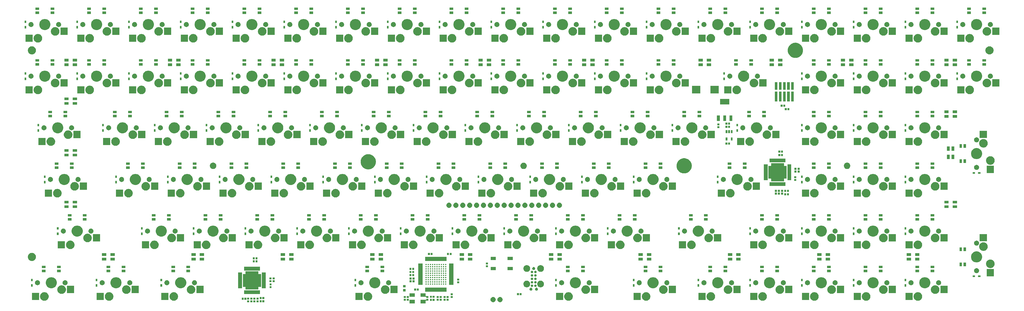
<source format=gbr>
G04 #@! TF.GenerationSoftware,KiCad,Pcbnew,(6.0.0-rc1-dev-711-gaf8715da8)*
G04 #@! TF.CreationDate,2018-11-26T01:45:55-05:00*
G04 #@! TF.ProjectId,Kira,4B6972612E6B696361645F7063620000,1.02c*
G04 #@! TF.SameCoordinates,Original*
G04 #@! TF.FileFunction,Soldermask,Bot*
G04 #@! TF.FilePolarity,Negative*
%FSLAX46Y46*%
G04 Gerber Fmt 4.6, Leading zero omitted, Abs format (unit mm)*
G04 Created by KiCad (PCBNEW (6.0.0-rc1-dev-711-gaf8715da8)) date 11/26/2018 1:45:55 AM*
%MOMM*%
%LPD*%
G01*
G04 APERTURE LIST*
%ADD10C,0.150000*%
G04 APERTURE END LIST*
D10*
G36*
X182398800Y-154261800D02*
X181542800Y-154261800D01*
X181518414Y-154264202D01*
X181494965Y-154271315D01*
X181473354Y-154282866D01*
X181454412Y-154298412D01*
X181438866Y-154317354D01*
X181427315Y-154338965D01*
X181420202Y-154362414D01*
X181417800Y-154386800D01*
X181417800Y-155261800D01*
X179516200Y-155261800D01*
X179516200Y-153960200D01*
X181522200Y-153960200D01*
X181546586Y-153957798D01*
X181570035Y-153950685D01*
X181591646Y-153939134D01*
X181610588Y-153923588D01*
X181626134Y-153904646D01*
X181637685Y-153883035D01*
X181644798Y-153859586D01*
X181647200Y-153835200D01*
X181647200Y-153560200D01*
X182398800Y-153560200D01*
X182398800Y-154261800D01*
X182398800Y-154261800D01*
G37*
G36*
X177417800Y-155261800D02*
X175516200Y-155261800D01*
X175516200Y-153960200D01*
X177417800Y-153960200D01*
X177417800Y-155261800D01*
X177417800Y-155261800D01*
G37*
G36*
X119910800Y-154845800D02*
X119159200Y-154845800D01*
X119159200Y-154144200D01*
X119910800Y-154144200D01*
X119910800Y-154845800D01*
X119910800Y-154845800D01*
G37*
G36*
X118767800Y-154845800D02*
X118016200Y-154845800D01*
X118016200Y-154144200D01*
X118767800Y-154144200D01*
X118767800Y-154845800D01*
X118767800Y-154845800D01*
G37*
G36*
X117624800Y-154845800D02*
X116873200Y-154845800D01*
X116873200Y-154144200D01*
X117624800Y-154144200D01*
X117624800Y-154845800D01*
X117624800Y-154845800D01*
G37*
G36*
X116481800Y-154845800D02*
X115730200Y-154845800D01*
X115730200Y-154144200D01*
X116481800Y-154144200D01*
X116481800Y-154845800D01*
X116481800Y-154845800D01*
G37*
G36*
X121036800Y-154815800D02*
X120335200Y-154815800D01*
X120335200Y-154064200D01*
X121036800Y-154064200D01*
X121036800Y-154815800D01*
X121036800Y-154815800D01*
G37*
G36*
X122036800Y-154815800D02*
X121335200Y-154815800D01*
X121335200Y-154064200D01*
X122036800Y-154064200D01*
X122036800Y-154815800D01*
X122036800Y-154815800D01*
G37*
G36*
X206525338Y-152945738D02*
X206698373Y-153017412D01*
X206854100Y-153121465D01*
X206986535Y-153253900D01*
X207090588Y-153409627D01*
X207162262Y-153582662D01*
X207198800Y-153766354D01*
X207198800Y-153953646D01*
X207162262Y-154137338D01*
X207090588Y-154310373D01*
X206986535Y-154466100D01*
X206854100Y-154598535D01*
X206698373Y-154702588D01*
X206525338Y-154774262D01*
X206341646Y-154810800D01*
X206154354Y-154810800D01*
X205970662Y-154774262D01*
X205797627Y-154702588D01*
X205641900Y-154598535D01*
X205509465Y-154466100D01*
X205405412Y-154310373D01*
X205333738Y-154137338D01*
X205297200Y-153953646D01*
X205297200Y-153766354D01*
X205333738Y-153582662D01*
X205405412Y-153409627D01*
X205509465Y-153253900D01*
X205641900Y-153121465D01*
X205797627Y-153017412D01*
X205970662Y-152945738D01*
X206154354Y-152909200D01*
X206341646Y-152909200D01*
X206525338Y-152945738D01*
X206525338Y-152945738D01*
G37*
G36*
X209065338Y-152945738D02*
X209238373Y-153017412D01*
X209394100Y-153121465D01*
X209526535Y-153253900D01*
X209630588Y-153409627D01*
X209702262Y-153582662D01*
X209738800Y-153766354D01*
X209738800Y-153953646D01*
X209702262Y-154137338D01*
X209630588Y-154310373D01*
X209526535Y-154466100D01*
X209394100Y-154598535D01*
X209238373Y-154702588D01*
X209065338Y-154774262D01*
X208881646Y-154810800D01*
X208694354Y-154810800D01*
X208510662Y-154774262D01*
X208337627Y-154702588D01*
X208181900Y-154598535D01*
X208049465Y-154466100D01*
X207945412Y-154310373D01*
X207873738Y-154137338D01*
X207837200Y-153953646D01*
X207837200Y-153766354D01*
X207873738Y-153582662D01*
X207945412Y-153409627D01*
X208049465Y-153253900D01*
X208181900Y-153121465D01*
X208337627Y-153017412D01*
X208510662Y-152945738D01*
X208694354Y-152909200D01*
X208881646Y-152909200D01*
X209065338Y-152945738D01*
X209065338Y-152945738D01*
G37*
G36*
X183683800Y-154335800D02*
X182982200Y-154335800D01*
X182982200Y-153584200D01*
X183683800Y-153584200D01*
X183683800Y-154335800D01*
X183683800Y-154335800D01*
G37*
G36*
X184683800Y-154335800D02*
X183982200Y-154335800D01*
X183982200Y-153584200D01*
X184683800Y-153584200D01*
X184683800Y-154335800D01*
X184683800Y-154335800D01*
G37*
G36*
X343994353Y-151203706D02*
X343994355Y-151203707D01*
X343994356Y-151203707D01*
X344100224Y-151247559D01*
X344280954Y-151322420D01*
X344538887Y-151494766D01*
X344758234Y-151714113D01*
X344930580Y-151972046D01*
X345049294Y-152258647D01*
X345109812Y-152562893D01*
X345109812Y-152873107D01*
X345049294Y-153177353D01*
X344930580Y-153463954D01*
X344758234Y-153721887D01*
X344538887Y-153941234D01*
X344280954Y-154113580D01*
X344100224Y-154188441D01*
X343994356Y-154232293D01*
X343994355Y-154232293D01*
X343994353Y-154232294D01*
X343690107Y-154292812D01*
X343379893Y-154292812D01*
X343075647Y-154232294D01*
X343075645Y-154232293D01*
X343075644Y-154232293D01*
X342969776Y-154188441D01*
X342789046Y-154113580D01*
X342531113Y-153941234D01*
X342311766Y-153721887D01*
X342139420Y-153463954D01*
X342020706Y-153177353D01*
X341960188Y-152873107D01*
X341960188Y-152562893D01*
X342020706Y-152258647D01*
X342139420Y-151972046D01*
X342311766Y-151714113D01*
X342531113Y-151494766D01*
X342789046Y-151322420D01*
X342969776Y-151247559D01*
X343075644Y-151203707D01*
X343075645Y-151203707D01*
X343075647Y-151203706D01*
X343379893Y-151143188D01*
X343690107Y-151143188D01*
X343994353Y-151203706D01*
X343994353Y-151203706D01*
G37*
G36*
X160638353Y-151203706D02*
X160638355Y-151203707D01*
X160638356Y-151203707D01*
X160744224Y-151247559D01*
X160924954Y-151322420D01*
X161182887Y-151494766D01*
X161402234Y-151714113D01*
X161574580Y-151972046D01*
X161693294Y-152258647D01*
X161753812Y-152562893D01*
X161753812Y-152873107D01*
X161693294Y-153177353D01*
X161574580Y-153463954D01*
X161402234Y-153721887D01*
X161182887Y-153941234D01*
X160924954Y-154113580D01*
X160744224Y-154188441D01*
X160638356Y-154232293D01*
X160638355Y-154232293D01*
X160638353Y-154232294D01*
X160334107Y-154292812D01*
X160023893Y-154292812D01*
X159719647Y-154232294D01*
X159719645Y-154232293D01*
X159719644Y-154232293D01*
X159613776Y-154188441D01*
X159433046Y-154113580D01*
X159175113Y-153941234D01*
X158955766Y-153721887D01*
X158783420Y-153463954D01*
X158664706Y-153177353D01*
X158604188Y-152873107D01*
X158604188Y-152562893D01*
X158664706Y-152258647D01*
X158783420Y-151972046D01*
X158955766Y-151714113D01*
X159175113Y-151494766D01*
X159433046Y-151322420D01*
X159613776Y-151247559D01*
X159719644Y-151203707D01*
X159719645Y-151203707D01*
X159719647Y-151203706D01*
X160023893Y-151143188D01*
X160334107Y-151143188D01*
X160638353Y-151203706D01*
X160638353Y-151203706D01*
G37*
G36*
X263031353Y-151203706D02*
X263031355Y-151203707D01*
X263031356Y-151203707D01*
X263137224Y-151247559D01*
X263317954Y-151322420D01*
X263575887Y-151494766D01*
X263795234Y-151714113D01*
X263967580Y-151972046D01*
X264086294Y-152258647D01*
X264146812Y-152562893D01*
X264146812Y-152873107D01*
X264086294Y-153177353D01*
X263967580Y-153463954D01*
X263795234Y-153721887D01*
X263575887Y-153941234D01*
X263317954Y-154113580D01*
X263137224Y-154188441D01*
X263031356Y-154232293D01*
X263031355Y-154232293D01*
X263031353Y-154232294D01*
X262727107Y-154292812D01*
X262416893Y-154292812D01*
X262112647Y-154232294D01*
X262112645Y-154232293D01*
X262112644Y-154232293D01*
X262006776Y-154188441D01*
X261826046Y-154113580D01*
X261568113Y-153941234D01*
X261348766Y-153721887D01*
X261176420Y-153463954D01*
X261057706Y-153177353D01*
X260997188Y-152873107D01*
X260997188Y-152562893D01*
X261057706Y-152258647D01*
X261176420Y-151972046D01*
X261348766Y-151714113D01*
X261568113Y-151494766D01*
X261826046Y-151322420D01*
X262006776Y-151247559D01*
X262112644Y-151203707D01*
X262112645Y-151203707D01*
X262112647Y-151203706D01*
X262416893Y-151143188D01*
X262727107Y-151143188D01*
X263031353Y-151203706D01*
X263031353Y-151203706D01*
G37*
G36*
X89200553Y-151203706D02*
X89200555Y-151203707D01*
X89200556Y-151203707D01*
X89306424Y-151247559D01*
X89487154Y-151322420D01*
X89745087Y-151494766D01*
X89964434Y-151714113D01*
X90136780Y-151972046D01*
X90255494Y-152258647D01*
X90316012Y-152562893D01*
X90316012Y-152873107D01*
X90255494Y-153177353D01*
X90136780Y-153463954D01*
X89964434Y-153721887D01*
X89745087Y-153941234D01*
X89487154Y-154113580D01*
X89306424Y-154188441D01*
X89200556Y-154232293D01*
X89200555Y-154232293D01*
X89200553Y-154232294D01*
X88896307Y-154292812D01*
X88586093Y-154292812D01*
X88281847Y-154232294D01*
X88281845Y-154232293D01*
X88281844Y-154232293D01*
X88175976Y-154188441D01*
X87995246Y-154113580D01*
X87737313Y-153941234D01*
X87517966Y-153721887D01*
X87345620Y-153463954D01*
X87226906Y-153177353D01*
X87166388Y-152873107D01*
X87166388Y-152562893D01*
X87226906Y-152258647D01*
X87345620Y-151972046D01*
X87517966Y-151714113D01*
X87737313Y-151494766D01*
X87995246Y-151322420D01*
X88175976Y-151247559D01*
X88281844Y-151203707D01*
X88281845Y-151203707D01*
X88281847Y-151203706D01*
X88586093Y-151143188D01*
X88896307Y-151143188D01*
X89200553Y-151203706D01*
X89200553Y-151203706D01*
G37*
G36*
X65388153Y-151203706D02*
X65388155Y-151203707D01*
X65388156Y-151203707D01*
X65494024Y-151247559D01*
X65674754Y-151322420D01*
X65932687Y-151494766D01*
X66152034Y-151714113D01*
X66324380Y-151972046D01*
X66443094Y-152258647D01*
X66503612Y-152562893D01*
X66503612Y-152873107D01*
X66443094Y-153177353D01*
X66324380Y-153463954D01*
X66152034Y-153721887D01*
X65932687Y-153941234D01*
X65674754Y-154113580D01*
X65494024Y-154188441D01*
X65388156Y-154232293D01*
X65388155Y-154232293D01*
X65388153Y-154232294D01*
X65083907Y-154292812D01*
X64773693Y-154292812D01*
X64469447Y-154232294D01*
X64469445Y-154232293D01*
X64469444Y-154232293D01*
X64363576Y-154188441D01*
X64182846Y-154113580D01*
X63924913Y-153941234D01*
X63705566Y-153721887D01*
X63533220Y-153463954D01*
X63414506Y-153177353D01*
X63353988Y-152873107D01*
X63353988Y-152562893D01*
X63414506Y-152258647D01*
X63533220Y-151972046D01*
X63705566Y-151714113D01*
X63924913Y-151494766D01*
X64182846Y-151322420D01*
X64363576Y-151247559D01*
X64469444Y-151203707D01*
X64469445Y-151203707D01*
X64469447Y-151203706D01*
X64773693Y-151143188D01*
X65083907Y-151143188D01*
X65388153Y-151203706D01*
X65388153Y-151203706D01*
G37*
G36*
X41575553Y-151203706D02*
X41575555Y-151203707D01*
X41575556Y-151203707D01*
X41681424Y-151247559D01*
X41862154Y-151322420D01*
X42120087Y-151494766D01*
X42339434Y-151714113D01*
X42511780Y-151972046D01*
X42630494Y-152258647D01*
X42691012Y-152562893D01*
X42691012Y-152873107D01*
X42630494Y-153177353D01*
X42511780Y-153463954D01*
X42339434Y-153721887D01*
X42120087Y-153941234D01*
X41862154Y-154113580D01*
X41681424Y-154188441D01*
X41575556Y-154232293D01*
X41575555Y-154232293D01*
X41575553Y-154232294D01*
X41271307Y-154292812D01*
X40961093Y-154292812D01*
X40656847Y-154232294D01*
X40656845Y-154232293D01*
X40656844Y-154232293D01*
X40550976Y-154188441D01*
X40370246Y-154113580D01*
X40112313Y-153941234D01*
X39892966Y-153721887D01*
X39720620Y-153463954D01*
X39601906Y-153177353D01*
X39541388Y-152873107D01*
X39541388Y-152562893D01*
X39601906Y-152258647D01*
X39720620Y-151972046D01*
X39892966Y-151714113D01*
X40112313Y-151494766D01*
X40370246Y-151322420D01*
X40550976Y-151247559D01*
X40656844Y-151203707D01*
X40656845Y-151203707D01*
X40656847Y-151203706D01*
X40961093Y-151143188D01*
X41271307Y-151143188D01*
X41575553Y-151203706D01*
X41575553Y-151203706D01*
G37*
G36*
X286844353Y-151203706D02*
X286844355Y-151203707D01*
X286844356Y-151203707D01*
X286950224Y-151247559D01*
X287130954Y-151322420D01*
X287388887Y-151494766D01*
X287608234Y-151714113D01*
X287780580Y-151972046D01*
X287899294Y-152258647D01*
X287959812Y-152562893D01*
X287959812Y-152873107D01*
X287899294Y-153177353D01*
X287780580Y-153463954D01*
X287608234Y-153721887D01*
X287388887Y-153941234D01*
X287130954Y-154113580D01*
X286950224Y-154188441D01*
X286844356Y-154232293D01*
X286844355Y-154232293D01*
X286844353Y-154232294D01*
X286540107Y-154292812D01*
X286229893Y-154292812D01*
X285925647Y-154232294D01*
X285925645Y-154232293D01*
X285925644Y-154232293D01*
X285819776Y-154188441D01*
X285639046Y-154113580D01*
X285381113Y-153941234D01*
X285161766Y-153721887D01*
X284989420Y-153463954D01*
X284870706Y-153177353D01*
X284810188Y-152873107D01*
X284810188Y-152562893D01*
X284870706Y-152258647D01*
X284989420Y-151972046D01*
X285161766Y-151714113D01*
X285381113Y-151494766D01*
X285639046Y-151322420D01*
X285819776Y-151247559D01*
X285925644Y-151203707D01*
X285925645Y-151203707D01*
X285925647Y-151203706D01*
X286229893Y-151143188D01*
X286540107Y-151143188D01*
X286844353Y-151203706D01*
X286844353Y-151203706D01*
G37*
G36*
X305894353Y-151203706D02*
X305894355Y-151203707D01*
X305894356Y-151203707D01*
X306000224Y-151247559D01*
X306180954Y-151322420D01*
X306438887Y-151494766D01*
X306658234Y-151714113D01*
X306830580Y-151972046D01*
X306949294Y-152258647D01*
X307009812Y-152562893D01*
X307009812Y-152873107D01*
X306949294Y-153177353D01*
X306830580Y-153463954D01*
X306658234Y-153721887D01*
X306438887Y-153941234D01*
X306180954Y-154113580D01*
X306000224Y-154188441D01*
X305894356Y-154232293D01*
X305894355Y-154232293D01*
X305894353Y-154232294D01*
X305590107Y-154292812D01*
X305279893Y-154292812D01*
X304975647Y-154232294D01*
X304975645Y-154232293D01*
X304975644Y-154232293D01*
X304869776Y-154188441D01*
X304689046Y-154113580D01*
X304431113Y-153941234D01*
X304211766Y-153721887D01*
X304039420Y-153463954D01*
X303920706Y-153177353D01*
X303860188Y-152873107D01*
X303860188Y-152562893D01*
X303920706Y-152258647D01*
X304039420Y-151972046D01*
X304211766Y-151714113D01*
X304431113Y-151494766D01*
X304689046Y-151322420D01*
X304869776Y-151247559D01*
X304975644Y-151203707D01*
X304975645Y-151203707D01*
X304975647Y-151203706D01*
X305279893Y-151143188D01*
X305590107Y-151143188D01*
X305894353Y-151203706D01*
X305894353Y-151203706D01*
G37*
G36*
X324944353Y-151203706D02*
X324944355Y-151203707D01*
X324944356Y-151203707D01*
X325050224Y-151247559D01*
X325230954Y-151322420D01*
X325488887Y-151494766D01*
X325708234Y-151714113D01*
X325880580Y-151972046D01*
X325999294Y-152258647D01*
X326059812Y-152562893D01*
X326059812Y-152873107D01*
X325999294Y-153177353D01*
X325880580Y-153463954D01*
X325708234Y-153721887D01*
X325488887Y-153941234D01*
X325230954Y-154113580D01*
X325050224Y-154188441D01*
X324944356Y-154232293D01*
X324944355Y-154232293D01*
X324944353Y-154232294D01*
X324640107Y-154292812D01*
X324329893Y-154292812D01*
X324025647Y-154232294D01*
X324025645Y-154232293D01*
X324025644Y-154232293D01*
X323919776Y-154188441D01*
X323739046Y-154113580D01*
X323481113Y-153941234D01*
X323261766Y-153721887D01*
X323089420Y-153463954D01*
X322970706Y-153177353D01*
X322910188Y-152873107D01*
X322910188Y-152562893D01*
X322970706Y-152258647D01*
X323089420Y-151972046D01*
X323261766Y-151714113D01*
X323481113Y-151494766D01*
X323739046Y-151322420D01*
X323919776Y-151247559D01*
X324025644Y-151203707D01*
X324025645Y-151203707D01*
X324025647Y-151203706D01*
X324329893Y-151143188D01*
X324640107Y-151143188D01*
X324944353Y-151203706D01*
X324944353Y-151203706D01*
G37*
G36*
X363044353Y-151203706D02*
X363044355Y-151203707D01*
X363044356Y-151203707D01*
X363150224Y-151247559D01*
X363330954Y-151322420D01*
X363588887Y-151494766D01*
X363808234Y-151714113D01*
X363980580Y-151972046D01*
X364099294Y-152258647D01*
X364159812Y-152562893D01*
X364159812Y-152873107D01*
X364099294Y-153177353D01*
X363980580Y-153463954D01*
X363808234Y-153721887D01*
X363588887Y-153941234D01*
X363330954Y-154113580D01*
X363150224Y-154188441D01*
X363044356Y-154232293D01*
X363044355Y-154232293D01*
X363044353Y-154232294D01*
X362740107Y-154292812D01*
X362429893Y-154292812D01*
X362125647Y-154232294D01*
X362125645Y-154232293D01*
X362125644Y-154232293D01*
X362019776Y-154188441D01*
X361839046Y-154113580D01*
X361581113Y-153941234D01*
X361361766Y-153721887D01*
X361189420Y-153463954D01*
X361070706Y-153177353D01*
X361010188Y-152873107D01*
X361010188Y-152562893D01*
X361070706Y-152258647D01*
X361189420Y-151972046D01*
X361361766Y-151714113D01*
X361581113Y-151494766D01*
X361839046Y-151322420D01*
X362019776Y-151247559D01*
X362125644Y-151203707D01*
X362125645Y-151203707D01*
X362125647Y-151203706D01*
X362429893Y-151143188D01*
X362740107Y-151143188D01*
X363044353Y-151203706D01*
X363044353Y-151203706D01*
G37*
G36*
X234457353Y-151203706D02*
X234457355Y-151203707D01*
X234457356Y-151203707D01*
X234563224Y-151247559D01*
X234743954Y-151322420D01*
X235001887Y-151494766D01*
X235221234Y-151714113D01*
X235393580Y-151972046D01*
X235512294Y-152258647D01*
X235572812Y-152562893D01*
X235572812Y-152873107D01*
X235512294Y-153177353D01*
X235393580Y-153463954D01*
X235221234Y-153721887D01*
X235001887Y-153941234D01*
X234743954Y-154113580D01*
X234563224Y-154188441D01*
X234457356Y-154232293D01*
X234457355Y-154232293D01*
X234457353Y-154232294D01*
X234153107Y-154292812D01*
X233842893Y-154292812D01*
X233538647Y-154232294D01*
X233538645Y-154232293D01*
X233538644Y-154232293D01*
X233432776Y-154188441D01*
X233252046Y-154113580D01*
X232994113Y-153941234D01*
X232774766Y-153721887D01*
X232602420Y-153463954D01*
X232483706Y-153177353D01*
X232423188Y-152873107D01*
X232423188Y-152562893D01*
X232483706Y-152258647D01*
X232602420Y-151972046D01*
X232774766Y-151714113D01*
X232994113Y-151494766D01*
X233252046Y-151322420D01*
X233432776Y-151247559D01*
X233538644Y-151203707D01*
X233538645Y-151203707D01*
X233538647Y-151203706D01*
X233842893Y-151143188D01*
X234153107Y-151143188D01*
X234457353Y-151203706D01*
X234457353Y-151203706D01*
G37*
G36*
X175254800Y-154266800D02*
X174503200Y-154266800D01*
X174503200Y-153565200D01*
X175254800Y-153565200D01*
X175254800Y-154266800D01*
X175254800Y-154266800D01*
G37*
G36*
X174111800Y-154266800D02*
X173360200Y-154266800D01*
X173360200Y-153565200D01*
X174111800Y-153565200D01*
X174111800Y-154266800D01*
X174111800Y-154266800D01*
G37*
G36*
X186208800Y-154261800D02*
X185457200Y-154261800D01*
X185457200Y-153560200D01*
X186208800Y-153560200D01*
X186208800Y-154261800D01*
X186208800Y-154261800D01*
G37*
G36*
X189891800Y-154261800D02*
X189140200Y-154261800D01*
X189140200Y-153560200D01*
X189891800Y-153560200D01*
X189891800Y-154261800D01*
X189891800Y-154261800D01*
G37*
G36*
X188748800Y-154261800D02*
X187997200Y-154261800D01*
X187997200Y-153560200D01*
X188748800Y-153560200D01*
X188748800Y-154261800D01*
X188748800Y-154261800D01*
G37*
G36*
X187351800Y-154261800D02*
X186600200Y-154261800D01*
X186600200Y-153560200D01*
X187351800Y-153560200D01*
X187351800Y-154261800D01*
X187351800Y-154261800D01*
G37*
G36*
X62974600Y-154038800D02*
X60333000Y-154038800D01*
X60333000Y-151397200D01*
X62974600Y-151397200D01*
X62974600Y-154038800D01*
X62974600Y-154038800D01*
G37*
G36*
X39162000Y-154038800D02*
X36520400Y-154038800D01*
X36520400Y-151397200D01*
X39162000Y-151397200D01*
X39162000Y-154038800D01*
X39162000Y-154038800D01*
G37*
G36*
X86787000Y-154038800D02*
X84145400Y-154038800D01*
X84145400Y-151397200D01*
X86787000Y-151397200D01*
X86787000Y-154038800D01*
X86787000Y-154038800D01*
G37*
G36*
X260617800Y-154038800D02*
X257976200Y-154038800D01*
X257976200Y-151397200D01*
X260617800Y-151397200D01*
X260617800Y-154038800D01*
X260617800Y-154038800D01*
G37*
G36*
X158224800Y-154038800D02*
X155583200Y-154038800D01*
X155583200Y-151397200D01*
X158224800Y-151397200D01*
X158224800Y-154038800D01*
X158224800Y-154038800D01*
G37*
G36*
X232043800Y-154038800D02*
X229402200Y-154038800D01*
X229402200Y-151397200D01*
X232043800Y-151397200D01*
X232043800Y-154038800D01*
X232043800Y-154038800D01*
G37*
G36*
X284430800Y-154038800D02*
X281789200Y-154038800D01*
X281789200Y-151397200D01*
X284430800Y-151397200D01*
X284430800Y-154038800D01*
X284430800Y-154038800D01*
G37*
G36*
X303480800Y-154038800D02*
X300839200Y-154038800D01*
X300839200Y-151397200D01*
X303480800Y-151397200D01*
X303480800Y-154038800D01*
X303480800Y-154038800D01*
G37*
G36*
X322530800Y-154038800D02*
X319889200Y-154038800D01*
X319889200Y-151397200D01*
X322530800Y-151397200D01*
X322530800Y-154038800D01*
X322530800Y-154038800D01*
G37*
G36*
X341580800Y-154038800D02*
X338939200Y-154038800D01*
X338939200Y-151397200D01*
X341580800Y-151397200D01*
X341580800Y-154038800D01*
X341580800Y-154038800D01*
G37*
G36*
X360630800Y-154038800D02*
X357989200Y-154038800D01*
X357989200Y-151397200D01*
X360630800Y-151397200D01*
X360630800Y-154038800D01*
X360630800Y-154038800D01*
G37*
G36*
X114432800Y-153925800D02*
X113731200Y-153925800D01*
X113731200Y-153174200D01*
X114432800Y-153174200D01*
X114432800Y-153925800D01*
X114432800Y-153925800D01*
G37*
G36*
X115432800Y-153925800D02*
X114731200Y-153925800D01*
X114731200Y-153174200D01*
X115432800Y-153174200D01*
X115432800Y-153925800D01*
X115432800Y-153925800D01*
G37*
G36*
X116481800Y-153845800D02*
X115730200Y-153845800D01*
X115730200Y-153144200D01*
X116481800Y-153144200D01*
X116481800Y-153845800D01*
X116481800Y-153845800D01*
G37*
G36*
X117624800Y-153845800D02*
X116873200Y-153845800D01*
X116873200Y-153144200D01*
X117624800Y-153144200D01*
X117624800Y-153845800D01*
X117624800Y-153845800D01*
G37*
G36*
X119910800Y-153845800D02*
X119159200Y-153845800D01*
X119159200Y-153144200D01*
X119910800Y-153144200D01*
X119910800Y-153845800D01*
X119910800Y-153845800D01*
G37*
G36*
X118767800Y-153845800D02*
X118016200Y-153845800D01*
X118016200Y-153144200D01*
X118767800Y-153144200D01*
X118767800Y-153845800D01*
X118767800Y-153845800D01*
G37*
G36*
X121036800Y-153671800D02*
X120335200Y-153671800D01*
X120335200Y-152920200D01*
X121036800Y-152920200D01*
X121036800Y-153671800D01*
X121036800Y-153671800D01*
G37*
G36*
X122036800Y-153671800D02*
X121335200Y-153671800D01*
X121335200Y-152920200D01*
X122036800Y-152920200D01*
X122036800Y-153671800D01*
X122036800Y-153671800D01*
G37*
G36*
X175254800Y-153266800D02*
X174503200Y-153266800D01*
X174503200Y-152565200D01*
X175254800Y-152565200D01*
X175254800Y-153266800D01*
X175254800Y-153266800D01*
G37*
G36*
X174111800Y-153266800D02*
X173360200Y-153266800D01*
X173360200Y-152565200D01*
X174111800Y-152565200D01*
X174111800Y-153266800D01*
X174111800Y-153266800D01*
G37*
G36*
X187351800Y-153261800D02*
X186600200Y-153261800D01*
X186600200Y-152560200D01*
X187351800Y-152560200D01*
X187351800Y-153261800D01*
X187351800Y-153261800D01*
G37*
G36*
X181417800Y-152435200D02*
X181420202Y-152459586D01*
X181427315Y-152483035D01*
X181438866Y-152504646D01*
X181454412Y-152523588D01*
X181473354Y-152539134D01*
X181494965Y-152550685D01*
X181518414Y-152557798D01*
X181542800Y-152560200D01*
X182398800Y-152560200D01*
X182398800Y-153261800D01*
X181647200Y-153261800D01*
X181647200Y-152986800D01*
X181644798Y-152962414D01*
X181637685Y-152938965D01*
X181626134Y-152917354D01*
X181610588Y-152898412D01*
X181591646Y-152882866D01*
X181570035Y-152871315D01*
X181546586Y-152864202D01*
X181522200Y-152861800D01*
X179516200Y-152861800D01*
X179516200Y-151560200D01*
X181417800Y-151560200D01*
X181417800Y-152435200D01*
X181417800Y-152435200D01*
G37*
G36*
X186208800Y-153261800D02*
X185457200Y-153261800D01*
X185457200Y-152560200D01*
X186208800Y-152560200D01*
X186208800Y-153261800D01*
X186208800Y-153261800D01*
G37*
G36*
X188748800Y-153261800D02*
X187997200Y-153261800D01*
X187997200Y-152560200D01*
X188748800Y-152560200D01*
X188748800Y-153261800D01*
X188748800Y-153261800D01*
G37*
G36*
X189891800Y-153261800D02*
X189140200Y-153261800D01*
X189140200Y-152560200D01*
X189891800Y-152560200D01*
X189891800Y-153261800D01*
X189891800Y-153261800D01*
G37*
G36*
X191383800Y-153250800D02*
X190632200Y-153250800D01*
X190632200Y-152549200D01*
X191383800Y-152549200D01*
X191383800Y-153250800D01*
X191383800Y-153250800D01*
G37*
G36*
X183691800Y-153192800D02*
X182990200Y-153192800D01*
X182990200Y-152441200D01*
X183691800Y-152441200D01*
X183691800Y-153192800D01*
X183691800Y-153192800D01*
G37*
G36*
X184691800Y-153192800D02*
X183990200Y-153192800D01*
X183990200Y-152441200D01*
X184691800Y-152441200D01*
X184691800Y-153192800D01*
X184691800Y-153192800D01*
G37*
G36*
X177417800Y-152861800D02*
X175516200Y-152861800D01*
X175516200Y-151560200D01*
X177417800Y-151560200D01*
X177417800Y-152861800D01*
X177417800Y-152861800D01*
G37*
G36*
X191383800Y-152250800D02*
X190632200Y-152250800D01*
X190632200Y-151549200D01*
X191383800Y-151549200D01*
X191383800Y-152250800D01*
X191383800Y-152250800D01*
G37*
G36*
X215750800Y-152203800D02*
X215049200Y-152203800D01*
X215049200Y-151452200D01*
X215750800Y-151452200D01*
X215750800Y-152203800D01*
X215750800Y-152203800D01*
G37*
G36*
X216750800Y-152203800D02*
X216049200Y-152203800D01*
X216049200Y-151452200D01*
X216750800Y-151452200D01*
X216750800Y-152203800D01*
X216750800Y-152203800D01*
G37*
G36*
X120428800Y-151840800D02*
X114577200Y-151840800D01*
X114577200Y-150439200D01*
X120428800Y-150439200D01*
X120428800Y-151840800D01*
X120428800Y-151840800D01*
G37*
G36*
X71738153Y-148663706D02*
X71738155Y-148663707D01*
X71738156Y-148663707D01*
X71781194Y-148681534D01*
X72024754Y-148782420D01*
X72282687Y-148954766D01*
X72502034Y-149174113D01*
X72674380Y-149432046D01*
X72793094Y-149718647D01*
X72853612Y-150022893D01*
X72853612Y-150333107D01*
X72793094Y-150637353D01*
X72674380Y-150923954D01*
X72502034Y-151181887D01*
X72282687Y-151401234D01*
X72024754Y-151573580D01*
X71844024Y-151648441D01*
X71738156Y-151692293D01*
X71738155Y-151692293D01*
X71738153Y-151692294D01*
X71433907Y-151752812D01*
X71123693Y-151752812D01*
X70819447Y-151692294D01*
X70819445Y-151692293D01*
X70819444Y-151692293D01*
X70713576Y-151648441D01*
X70532846Y-151573580D01*
X70274913Y-151401234D01*
X70055566Y-151181887D01*
X69883220Y-150923954D01*
X69764506Y-150637353D01*
X69703988Y-150333107D01*
X69703988Y-150022893D01*
X69764506Y-149718647D01*
X69883220Y-149432046D01*
X70055566Y-149174113D01*
X70274913Y-148954766D01*
X70532846Y-148782420D01*
X70776406Y-148681534D01*
X70819444Y-148663707D01*
X70819445Y-148663707D01*
X70819447Y-148663706D01*
X71123693Y-148603188D01*
X71433907Y-148603188D01*
X71738153Y-148663706D01*
X71738153Y-148663706D01*
G37*
G36*
X369394353Y-148663706D02*
X369394355Y-148663707D01*
X369394356Y-148663707D01*
X369437394Y-148681534D01*
X369680954Y-148782420D01*
X369938887Y-148954766D01*
X370158234Y-149174113D01*
X370330580Y-149432046D01*
X370449294Y-149718647D01*
X370509812Y-150022893D01*
X370509812Y-150333107D01*
X370449294Y-150637353D01*
X370330580Y-150923954D01*
X370158234Y-151181887D01*
X369938887Y-151401234D01*
X369680954Y-151573580D01*
X369500224Y-151648441D01*
X369394356Y-151692293D01*
X369394355Y-151692293D01*
X369394353Y-151692294D01*
X369090107Y-151752812D01*
X368779893Y-151752812D01*
X368475647Y-151692294D01*
X368475645Y-151692293D01*
X368475644Y-151692293D01*
X368369776Y-151648441D01*
X368189046Y-151573580D01*
X367931113Y-151401234D01*
X367711766Y-151181887D01*
X367539420Y-150923954D01*
X367420706Y-150637353D01*
X367360188Y-150333107D01*
X367360188Y-150022893D01*
X367420706Y-149718647D01*
X367539420Y-149432046D01*
X367711766Y-149174113D01*
X367931113Y-148954766D01*
X368189046Y-148782420D01*
X368432606Y-148681534D01*
X368475644Y-148663707D01*
X368475645Y-148663707D01*
X368475647Y-148663706D01*
X368779893Y-148603188D01*
X369090107Y-148603188D01*
X369394353Y-148663706D01*
X369394353Y-148663706D01*
G37*
G36*
X312244353Y-148663706D02*
X312244355Y-148663707D01*
X312244356Y-148663707D01*
X312287394Y-148681534D01*
X312530954Y-148782420D01*
X312788887Y-148954766D01*
X313008234Y-149174113D01*
X313180580Y-149432046D01*
X313299294Y-149718647D01*
X313359812Y-150022893D01*
X313359812Y-150333107D01*
X313299294Y-150637353D01*
X313180580Y-150923954D01*
X313008234Y-151181887D01*
X312788887Y-151401234D01*
X312530954Y-151573580D01*
X312350224Y-151648441D01*
X312244356Y-151692293D01*
X312244355Y-151692293D01*
X312244353Y-151692294D01*
X311940107Y-151752812D01*
X311629893Y-151752812D01*
X311325647Y-151692294D01*
X311325645Y-151692293D01*
X311325644Y-151692293D01*
X311219776Y-151648441D01*
X311039046Y-151573580D01*
X310781113Y-151401234D01*
X310561766Y-151181887D01*
X310389420Y-150923954D01*
X310270706Y-150637353D01*
X310210188Y-150333107D01*
X310210188Y-150022893D01*
X310270706Y-149718647D01*
X310389420Y-149432046D01*
X310561766Y-149174113D01*
X310781113Y-148954766D01*
X311039046Y-148782420D01*
X311282606Y-148681534D01*
X311325644Y-148663707D01*
X311325645Y-148663707D01*
X311325647Y-148663706D01*
X311629893Y-148603188D01*
X311940107Y-148603188D01*
X312244353Y-148663706D01*
X312244353Y-148663706D01*
G37*
G36*
X350344353Y-148663706D02*
X350344355Y-148663707D01*
X350344356Y-148663707D01*
X350387394Y-148681534D01*
X350630954Y-148782420D01*
X350888887Y-148954766D01*
X351108234Y-149174113D01*
X351280580Y-149432046D01*
X351399294Y-149718647D01*
X351459812Y-150022893D01*
X351459812Y-150333107D01*
X351399294Y-150637353D01*
X351280580Y-150923954D01*
X351108234Y-151181887D01*
X350888887Y-151401234D01*
X350630954Y-151573580D01*
X350450224Y-151648441D01*
X350344356Y-151692293D01*
X350344355Y-151692293D01*
X350344353Y-151692294D01*
X350040107Y-151752812D01*
X349729893Y-151752812D01*
X349425647Y-151692294D01*
X349425645Y-151692293D01*
X349425644Y-151692293D01*
X349319776Y-151648441D01*
X349139046Y-151573580D01*
X348881113Y-151401234D01*
X348661766Y-151181887D01*
X348489420Y-150923954D01*
X348370706Y-150637353D01*
X348310188Y-150333107D01*
X348310188Y-150022893D01*
X348370706Y-149718647D01*
X348489420Y-149432046D01*
X348661766Y-149174113D01*
X348881113Y-148954766D01*
X349139046Y-148782420D01*
X349382606Y-148681534D01*
X349425644Y-148663707D01*
X349425645Y-148663707D01*
X349425647Y-148663706D01*
X349729893Y-148603188D01*
X350040107Y-148603188D01*
X350344353Y-148663706D01*
X350344353Y-148663706D01*
G37*
G36*
X331294353Y-148663706D02*
X331294355Y-148663707D01*
X331294356Y-148663707D01*
X331337394Y-148681534D01*
X331580954Y-148782420D01*
X331838887Y-148954766D01*
X332058234Y-149174113D01*
X332230580Y-149432046D01*
X332349294Y-149718647D01*
X332409812Y-150022893D01*
X332409812Y-150333107D01*
X332349294Y-150637353D01*
X332230580Y-150923954D01*
X332058234Y-151181887D01*
X331838887Y-151401234D01*
X331580954Y-151573580D01*
X331400224Y-151648441D01*
X331294356Y-151692293D01*
X331294355Y-151692293D01*
X331294353Y-151692294D01*
X330990107Y-151752812D01*
X330679893Y-151752812D01*
X330375647Y-151692294D01*
X330375645Y-151692293D01*
X330375644Y-151692293D01*
X330269776Y-151648441D01*
X330089046Y-151573580D01*
X329831113Y-151401234D01*
X329611766Y-151181887D01*
X329439420Y-150923954D01*
X329320706Y-150637353D01*
X329260188Y-150333107D01*
X329260188Y-150022893D01*
X329320706Y-149718647D01*
X329439420Y-149432046D01*
X329611766Y-149174113D01*
X329831113Y-148954766D01*
X330089046Y-148782420D01*
X330332606Y-148681534D01*
X330375644Y-148663707D01*
X330375645Y-148663707D01*
X330375647Y-148663706D01*
X330679893Y-148603188D01*
X330990107Y-148603188D01*
X331294353Y-148663706D01*
X331294353Y-148663706D01*
G37*
G36*
X166988353Y-148663706D02*
X166988355Y-148663707D01*
X166988356Y-148663707D01*
X167031394Y-148681534D01*
X167274954Y-148782420D01*
X167532887Y-148954766D01*
X167752234Y-149174113D01*
X167924580Y-149432046D01*
X168043294Y-149718647D01*
X168103812Y-150022893D01*
X168103812Y-150333107D01*
X168043294Y-150637353D01*
X167924580Y-150923954D01*
X167752234Y-151181887D01*
X167532887Y-151401234D01*
X167274954Y-151573580D01*
X167094224Y-151648441D01*
X166988356Y-151692293D01*
X166988355Y-151692293D01*
X166988353Y-151692294D01*
X166684107Y-151752812D01*
X166373893Y-151752812D01*
X166069647Y-151692294D01*
X166069645Y-151692293D01*
X166069644Y-151692293D01*
X165963776Y-151648441D01*
X165783046Y-151573580D01*
X165525113Y-151401234D01*
X165305766Y-151181887D01*
X165133420Y-150923954D01*
X165014706Y-150637353D01*
X164954188Y-150333107D01*
X164954188Y-150022893D01*
X165014706Y-149718647D01*
X165133420Y-149432046D01*
X165305766Y-149174113D01*
X165525113Y-148954766D01*
X165783046Y-148782420D01*
X166026606Y-148681534D01*
X166069644Y-148663707D01*
X166069645Y-148663707D01*
X166069647Y-148663706D01*
X166373893Y-148603188D01*
X166684107Y-148603188D01*
X166988353Y-148663706D01*
X166988353Y-148663706D01*
G37*
G36*
X240807353Y-148663706D02*
X240807355Y-148663707D01*
X240807356Y-148663707D01*
X240850394Y-148681534D01*
X241093954Y-148782420D01*
X241351887Y-148954766D01*
X241571234Y-149174113D01*
X241743580Y-149432046D01*
X241862294Y-149718647D01*
X241922812Y-150022893D01*
X241922812Y-150333107D01*
X241862294Y-150637353D01*
X241743580Y-150923954D01*
X241571234Y-151181887D01*
X241351887Y-151401234D01*
X241093954Y-151573580D01*
X240913224Y-151648441D01*
X240807356Y-151692293D01*
X240807355Y-151692293D01*
X240807353Y-151692294D01*
X240503107Y-151752812D01*
X240192893Y-151752812D01*
X239888647Y-151692294D01*
X239888645Y-151692293D01*
X239888644Y-151692293D01*
X239782776Y-151648441D01*
X239602046Y-151573580D01*
X239344113Y-151401234D01*
X239124766Y-151181887D01*
X238952420Y-150923954D01*
X238833706Y-150637353D01*
X238773188Y-150333107D01*
X238773188Y-150022893D01*
X238833706Y-149718647D01*
X238952420Y-149432046D01*
X239124766Y-149174113D01*
X239344113Y-148954766D01*
X239602046Y-148782420D01*
X239845606Y-148681534D01*
X239888644Y-148663707D01*
X239888645Y-148663707D01*
X239888647Y-148663706D01*
X240192893Y-148603188D01*
X240503107Y-148603188D01*
X240807353Y-148663706D01*
X240807353Y-148663706D01*
G37*
G36*
X269381353Y-148663706D02*
X269381355Y-148663707D01*
X269381356Y-148663707D01*
X269424394Y-148681534D01*
X269667954Y-148782420D01*
X269925887Y-148954766D01*
X270145234Y-149174113D01*
X270317580Y-149432046D01*
X270436294Y-149718647D01*
X270496812Y-150022893D01*
X270496812Y-150333107D01*
X270436294Y-150637353D01*
X270317580Y-150923954D01*
X270145234Y-151181887D01*
X269925887Y-151401234D01*
X269667954Y-151573580D01*
X269487224Y-151648441D01*
X269381356Y-151692293D01*
X269381355Y-151692293D01*
X269381353Y-151692294D01*
X269077107Y-151752812D01*
X268766893Y-151752812D01*
X268462647Y-151692294D01*
X268462645Y-151692293D01*
X268462644Y-151692293D01*
X268356776Y-151648441D01*
X268176046Y-151573580D01*
X267918113Y-151401234D01*
X267698766Y-151181887D01*
X267526420Y-150923954D01*
X267407706Y-150637353D01*
X267347188Y-150333107D01*
X267347188Y-150022893D01*
X267407706Y-149718647D01*
X267526420Y-149432046D01*
X267698766Y-149174113D01*
X267918113Y-148954766D01*
X268176046Y-148782420D01*
X268419606Y-148681534D01*
X268462644Y-148663707D01*
X268462645Y-148663707D01*
X268462647Y-148663706D01*
X268766893Y-148603188D01*
X269077107Y-148603188D01*
X269381353Y-148663706D01*
X269381353Y-148663706D01*
G37*
G36*
X293194353Y-148663706D02*
X293194355Y-148663707D01*
X293194356Y-148663707D01*
X293237394Y-148681534D01*
X293480954Y-148782420D01*
X293738887Y-148954766D01*
X293958234Y-149174113D01*
X294130580Y-149432046D01*
X294249294Y-149718647D01*
X294309812Y-150022893D01*
X294309812Y-150333107D01*
X294249294Y-150637353D01*
X294130580Y-150923954D01*
X293958234Y-151181887D01*
X293738887Y-151401234D01*
X293480954Y-151573580D01*
X293300224Y-151648441D01*
X293194356Y-151692293D01*
X293194355Y-151692293D01*
X293194353Y-151692294D01*
X292890107Y-151752812D01*
X292579893Y-151752812D01*
X292275647Y-151692294D01*
X292275645Y-151692293D01*
X292275644Y-151692293D01*
X292169776Y-151648441D01*
X291989046Y-151573580D01*
X291731113Y-151401234D01*
X291511766Y-151181887D01*
X291339420Y-150923954D01*
X291220706Y-150637353D01*
X291160188Y-150333107D01*
X291160188Y-150022893D01*
X291220706Y-149718647D01*
X291339420Y-149432046D01*
X291511766Y-149174113D01*
X291731113Y-148954766D01*
X291989046Y-148782420D01*
X292232606Y-148681534D01*
X292275644Y-148663707D01*
X292275645Y-148663707D01*
X292275647Y-148663706D01*
X292579893Y-148603188D01*
X292890107Y-148603188D01*
X293194353Y-148663706D01*
X293194353Y-148663706D01*
G37*
G36*
X47925553Y-148663706D02*
X47925555Y-148663707D01*
X47925556Y-148663707D01*
X47968594Y-148681534D01*
X48212154Y-148782420D01*
X48470087Y-148954766D01*
X48689434Y-149174113D01*
X48861780Y-149432046D01*
X48980494Y-149718647D01*
X49041012Y-150022893D01*
X49041012Y-150333107D01*
X48980494Y-150637353D01*
X48861780Y-150923954D01*
X48689434Y-151181887D01*
X48470087Y-151401234D01*
X48212154Y-151573580D01*
X48031424Y-151648441D01*
X47925556Y-151692293D01*
X47925555Y-151692293D01*
X47925553Y-151692294D01*
X47621307Y-151752812D01*
X47311093Y-151752812D01*
X47006847Y-151692294D01*
X47006845Y-151692293D01*
X47006844Y-151692293D01*
X46900976Y-151648441D01*
X46720246Y-151573580D01*
X46462313Y-151401234D01*
X46242966Y-151181887D01*
X46070620Y-150923954D01*
X45951906Y-150637353D01*
X45891388Y-150333107D01*
X45891388Y-150022893D01*
X45951906Y-149718647D01*
X46070620Y-149432046D01*
X46242966Y-149174113D01*
X46462313Y-148954766D01*
X46720246Y-148782420D01*
X46963806Y-148681534D01*
X47006844Y-148663707D01*
X47006845Y-148663707D01*
X47006847Y-148663706D01*
X47311093Y-148603188D01*
X47621307Y-148603188D01*
X47925553Y-148663706D01*
X47925553Y-148663706D01*
G37*
G36*
X95550553Y-148663706D02*
X95550555Y-148663707D01*
X95550556Y-148663707D01*
X95593594Y-148681534D01*
X95837154Y-148782420D01*
X96095087Y-148954766D01*
X96314434Y-149174113D01*
X96486780Y-149432046D01*
X96605494Y-149718647D01*
X96666012Y-150022893D01*
X96666012Y-150333107D01*
X96605494Y-150637353D01*
X96486780Y-150923954D01*
X96314434Y-151181887D01*
X96095087Y-151401234D01*
X95837154Y-151573580D01*
X95656424Y-151648441D01*
X95550556Y-151692293D01*
X95550555Y-151692293D01*
X95550553Y-151692294D01*
X95246307Y-151752812D01*
X94936093Y-151752812D01*
X94631847Y-151692294D01*
X94631845Y-151692293D01*
X94631844Y-151692293D01*
X94525976Y-151648441D01*
X94345246Y-151573580D01*
X94087313Y-151401234D01*
X93867966Y-151181887D01*
X93695620Y-150923954D01*
X93576906Y-150637353D01*
X93516388Y-150333107D01*
X93516388Y-150022893D01*
X93576906Y-149718647D01*
X93695620Y-149432046D01*
X93867966Y-149174113D01*
X94087313Y-148954766D01*
X94345246Y-148782420D01*
X94588806Y-148681534D01*
X94631844Y-148663707D01*
X94631845Y-148663707D01*
X94631847Y-148663706D01*
X94936093Y-148603188D01*
X95246307Y-148603188D01*
X95550553Y-148663706D01*
X95550553Y-148663706D01*
G37*
G36*
X335430800Y-151435300D02*
X332789200Y-151435300D01*
X332789200Y-148793700D01*
X335430800Y-148793700D01*
X335430800Y-151435300D01*
X335430800Y-151435300D01*
G37*
G36*
X244943800Y-151435300D02*
X242302200Y-151435300D01*
X242302200Y-148793700D01*
X244943800Y-148793700D01*
X244943800Y-151435300D01*
X244943800Y-151435300D01*
G37*
G36*
X171124800Y-151435300D02*
X168483200Y-151435300D01*
X168483200Y-148793700D01*
X171124800Y-148793700D01*
X171124800Y-151435300D01*
X171124800Y-151435300D01*
G37*
G36*
X99687000Y-151435300D02*
X97045400Y-151435300D01*
X97045400Y-148793700D01*
X99687000Y-148793700D01*
X99687000Y-151435300D01*
X99687000Y-151435300D01*
G37*
G36*
X75874600Y-151435300D02*
X73233000Y-151435300D01*
X73233000Y-148793700D01*
X75874600Y-148793700D01*
X75874600Y-151435300D01*
X75874600Y-151435300D01*
G37*
G36*
X354480800Y-151435300D02*
X351839200Y-151435300D01*
X351839200Y-148793700D01*
X354480800Y-148793700D01*
X354480800Y-151435300D01*
X354480800Y-151435300D01*
G37*
G36*
X273517800Y-151435300D02*
X270876200Y-151435300D01*
X270876200Y-148793700D01*
X273517800Y-148793700D01*
X273517800Y-151435300D01*
X273517800Y-151435300D01*
G37*
G36*
X297330800Y-151435300D02*
X294689200Y-151435300D01*
X294689200Y-148793700D01*
X297330800Y-148793700D01*
X297330800Y-151435300D01*
X297330800Y-151435300D01*
G37*
G36*
X373530800Y-151435300D02*
X370889200Y-151435300D01*
X370889200Y-148793700D01*
X373530800Y-148793700D01*
X373530800Y-151435300D01*
X373530800Y-151435300D01*
G37*
G36*
X316380800Y-151435300D02*
X313739200Y-151435300D01*
X313739200Y-148793700D01*
X316380800Y-148793700D01*
X316380800Y-151435300D01*
X316380800Y-151435300D01*
G37*
G36*
X52062000Y-151435300D02*
X49420400Y-151435300D01*
X49420400Y-148793700D01*
X52062000Y-148793700D01*
X52062000Y-151435300D01*
X52062000Y-151435300D01*
G37*
G36*
X189133800Y-150976800D02*
X181262200Y-150976800D01*
X181262200Y-149405200D01*
X189133800Y-149405200D01*
X189133800Y-150976800D01*
X189133800Y-150976800D01*
G37*
G36*
X174058580Y-150868880D02*
X173159420Y-150868880D01*
X173159420Y-149969720D01*
X174058580Y-149969720D01*
X174058580Y-150868880D01*
X174058580Y-150868880D01*
G37*
G36*
X177904800Y-150553800D02*
X177203200Y-150553800D01*
X177203200Y-149802200D01*
X177904800Y-149802200D01*
X177904800Y-150553800D01*
X177904800Y-150553800D01*
G37*
G36*
X178904800Y-150553800D02*
X178203200Y-150553800D01*
X178203200Y-149802200D01*
X178904800Y-149802200D01*
X178904800Y-150553800D01*
X178904800Y-150553800D01*
G37*
G36*
X220332290Y-149474881D02*
X220332292Y-149474882D01*
X220332293Y-149474882D01*
X220431678Y-149516048D01*
X220520717Y-149575543D01*
X220521124Y-149575815D01*
X220597185Y-149651876D01*
X220597187Y-149651879D01*
X220656952Y-149741322D01*
X220698118Y-149840707D01*
X220719105Y-149946213D01*
X220719105Y-150053787D01*
X220698118Y-150159293D01*
X220656952Y-150258678D01*
X220607219Y-150333107D01*
X220597185Y-150348124D01*
X220521124Y-150424185D01*
X220521121Y-150424187D01*
X220431678Y-150483952D01*
X220332293Y-150525118D01*
X220332292Y-150525118D01*
X220332290Y-150525119D01*
X220226788Y-150546105D01*
X220119212Y-150546105D01*
X220013710Y-150525119D01*
X220013708Y-150525118D01*
X220013707Y-150525118D01*
X219914322Y-150483952D01*
X219824879Y-150424187D01*
X219824876Y-150424185D01*
X219748815Y-150348124D01*
X219738781Y-150333107D01*
X219689048Y-150258678D01*
X219647882Y-150159293D01*
X219626895Y-150053787D01*
X219626895Y-149946213D01*
X219647882Y-149840707D01*
X219689048Y-149741322D01*
X219748813Y-149651879D01*
X219748815Y-149651876D01*
X219824876Y-149575815D01*
X219825283Y-149575543D01*
X219914322Y-149516048D01*
X220013707Y-149474882D01*
X220013708Y-149474882D01*
X220013710Y-149474881D01*
X220119212Y-149453895D01*
X220226788Y-149453895D01*
X220332290Y-149474881D01*
X220332290Y-149474881D01*
G37*
G36*
X222364290Y-149474881D02*
X222364292Y-149474882D01*
X222364293Y-149474882D01*
X222463678Y-149516048D01*
X222552717Y-149575543D01*
X222553124Y-149575815D01*
X222629185Y-149651876D01*
X222629187Y-149651879D01*
X222688952Y-149741322D01*
X222730118Y-149840707D01*
X222751105Y-149946213D01*
X222751105Y-150053787D01*
X222730118Y-150159293D01*
X222688952Y-150258678D01*
X222639219Y-150333107D01*
X222629185Y-150348124D01*
X222553124Y-150424185D01*
X222553121Y-150424187D01*
X222463678Y-150483952D01*
X222364293Y-150525118D01*
X222364292Y-150525118D01*
X222364290Y-150525119D01*
X222258788Y-150546105D01*
X222151212Y-150546105D01*
X222045710Y-150525119D01*
X222045708Y-150525118D01*
X222045707Y-150525118D01*
X221946322Y-150483952D01*
X221856879Y-150424187D01*
X221856876Y-150424185D01*
X221780815Y-150348124D01*
X221770781Y-150333107D01*
X221721048Y-150258678D01*
X221679882Y-150159293D01*
X221658895Y-150053787D01*
X221658895Y-149946213D01*
X221679882Y-149840707D01*
X221721048Y-149741322D01*
X221780813Y-149651879D01*
X221780815Y-149651876D01*
X221856876Y-149575815D01*
X221857283Y-149575543D01*
X221946322Y-149516048D01*
X222045707Y-149474882D01*
X222045708Y-149474882D01*
X222045710Y-149474881D01*
X222151212Y-149453895D01*
X222258788Y-149453895D01*
X222364290Y-149474881D01*
X222364290Y-149474881D01*
G37*
G36*
X119853800Y-144314200D02*
X119856202Y-144338586D01*
X119863315Y-144362035D01*
X119874866Y-144383646D01*
X119890412Y-144402588D01*
X119909354Y-144418134D01*
X119930965Y-144429685D01*
X119954414Y-144436798D01*
X119978800Y-144439200D01*
X120853800Y-144439200D01*
X120853800Y-149140800D01*
X119978800Y-149140800D01*
X119954414Y-149143202D01*
X119930965Y-149150315D01*
X119909354Y-149161866D01*
X119890412Y-149177412D01*
X119874866Y-149196354D01*
X119863315Y-149217965D01*
X119856202Y-149241414D01*
X119853800Y-149265800D01*
X119853800Y-150140800D01*
X115152200Y-150140800D01*
X115152200Y-149265800D01*
X115149798Y-149241414D01*
X115142685Y-149217965D01*
X115131134Y-149196354D01*
X115115588Y-149177412D01*
X115096646Y-149161866D01*
X115075035Y-149150315D01*
X115051586Y-149143202D01*
X115027200Y-149140800D01*
X114152200Y-149140800D01*
X114152200Y-144439200D01*
X115027200Y-144439200D01*
X115051586Y-144436798D01*
X115075035Y-144429685D01*
X115096646Y-144418134D01*
X115115588Y-144402588D01*
X115131134Y-144383646D01*
X115142685Y-144362035D01*
X115149798Y-144338586D01*
X115152200Y-144314200D01*
X115152200Y-143439200D01*
X119853800Y-143439200D01*
X119853800Y-144314200D01*
X119853800Y-144314200D01*
G37*
G36*
X113853800Y-149715800D02*
X112452200Y-149715800D01*
X112452200Y-143864200D01*
X113853800Y-143864200D01*
X113853800Y-149715800D01*
X113853800Y-149715800D01*
G37*
G36*
X122553800Y-149715800D02*
X121152200Y-149715800D01*
X121152200Y-143864200D01*
X122553800Y-143864200D01*
X122553800Y-149715800D01*
X122553800Y-149715800D01*
G37*
G36*
X91877620Y-145671865D02*
X92249733Y-145825999D01*
X92584631Y-146049771D01*
X92869429Y-146334569D01*
X93093201Y-146669467D01*
X93247335Y-147041580D01*
X93325912Y-147436612D01*
X93325912Y-147839388D01*
X93247335Y-148234420D01*
X93093201Y-148606533D01*
X92869429Y-148941431D01*
X92584631Y-149226229D01*
X92249733Y-149450001D01*
X91877620Y-149604135D01*
X91482588Y-149682712D01*
X91079812Y-149682712D01*
X90684780Y-149604135D01*
X90312667Y-149450001D01*
X89977769Y-149226229D01*
X89692971Y-148941431D01*
X89469199Y-148606533D01*
X89315065Y-148234420D01*
X89236488Y-147839388D01*
X89236488Y-147436612D01*
X89315065Y-147041580D01*
X89469199Y-146669467D01*
X89692971Y-146334569D01*
X89977769Y-146049771D01*
X90312667Y-145825999D01*
X90684780Y-145671865D01*
X91079812Y-145593288D01*
X91482588Y-145593288D01*
X91877620Y-145671865D01*
X91877620Y-145671865D01*
G37*
G36*
X68065220Y-145671865D02*
X68437333Y-145825999D01*
X68772231Y-146049771D01*
X69057029Y-146334569D01*
X69280801Y-146669467D01*
X69434935Y-147041580D01*
X69513512Y-147436612D01*
X69513512Y-147839388D01*
X69434935Y-148234420D01*
X69280801Y-148606533D01*
X69057029Y-148941431D01*
X68772231Y-149226229D01*
X68437333Y-149450001D01*
X68065220Y-149604135D01*
X67670188Y-149682712D01*
X67267412Y-149682712D01*
X66872380Y-149604135D01*
X66500267Y-149450001D01*
X66165369Y-149226229D01*
X65880571Y-148941431D01*
X65656799Y-148606533D01*
X65502665Y-148234420D01*
X65424088Y-147839388D01*
X65424088Y-147436612D01*
X65502665Y-147041580D01*
X65656799Y-146669467D01*
X65880571Y-146334569D01*
X66165369Y-146049771D01*
X66500267Y-145825999D01*
X66872380Y-145671865D01*
X67267412Y-145593288D01*
X67670188Y-145593288D01*
X68065220Y-145671865D01*
X68065220Y-145671865D01*
G37*
G36*
X237134420Y-145671865D02*
X237506533Y-145825999D01*
X237841431Y-146049771D01*
X238126229Y-146334569D01*
X238350001Y-146669467D01*
X238504135Y-147041580D01*
X238582712Y-147436612D01*
X238582712Y-147839388D01*
X238504135Y-148234420D01*
X238350001Y-148606533D01*
X238126229Y-148941431D01*
X237841431Y-149226229D01*
X237506533Y-149450001D01*
X237134420Y-149604135D01*
X236739388Y-149682712D01*
X236336612Y-149682712D01*
X235941580Y-149604135D01*
X235569467Y-149450001D01*
X235234569Y-149226229D01*
X234949771Y-148941431D01*
X234725999Y-148606533D01*
X234571865Y-148234420D01*
X234493288Y-147839388D01*
X234493288Y-147436612D01*
X234571865Y-147041580D01*
X234725999Y-146669467D01*
X234949771Y-146334569D01*
X235234569Y-146049771D01*
X235569467Y-145825999D01*
X235941580Y-145671865D01*
X236336612Y-145593288D01*
X236739388Y-145593288D01*
X237134420Y-145671865D01*
X237134420Y-145671865D01*
G37*
G36*
X265708420Y-145671865D02*
X266080533Y-145825999D01*
X266415431Y-146049771D01*
X266700229Y-146334569D01*
X266924001Y-146669467D01*
X267078135Y-147041580D01*
X267156712Y-147436612D01*
X267156712Y-147839388D01*
X267078135Y-148234420D01*
X266924001Y-148606533D01*
X266700229Y-148941431D01*
X266415431Y-149226229D01*
X266080533Y-149450001D01*
X265708420Y-149604135D01*
X265313388Y-149682712D01*
X264910612Y-149682712D01*
X264515580Y-149604135D01*
X264143467Y-149450001D01*
X263808569Y-149226229D01*
X263523771Y-148941431D01*
X263299999Y-148606533D01*
X263145865Y-148234420D01*
X263067288Y-147839388D01*
X263067288Y-147436612D01*
X263145865Y-147041580D01*
X263299999Y-146669467D01*
X263523771Y-146334569D01*
X263808569Y-146049771D01*
X264143467Y-145825999D01*
X264515580Y-145671865D01*
X264910612Y-145593288D01*
X265313388Y-145593288D01*
X265708420Y-145671865D01*
X265708420Y-145671865D01*
G37*
G36*
X44252620Y-145671865D02*
X44624733Y-145825999D01*
X44959631Y-146049771D01*
X45244429Y-146334569D01*
X45468201Y-146669467D01*
X45622335Y-147041580D01*
X45700912Y-147436612D01*
X45700912Y-147839388D01*
X45622335Y-148234420D01*
X45468201Y-148606533D01*
X45244429Y-148941431D01*
X44959631Y-149226229D01*
X44624733Y-149450001D01*
X44252620Y-149604135D01*
X43857588Y-149682712D01*
X43454812Y-149682712D01*
X43059780Y-149604135D01*
X42687667Y-149450001D01*
X42352769Y-149226229D01*
X42067971Y-148941431D01*
X41844199Y-148606533D01*
X41690065Y-148234420D01*
X41611488Y-147839388D01*
X41611488Y-147436612D01*
X41690065Y-147041580D01*
X41844199Y-146669467D01*
X42067971Y-146334569D01*
X42352769Y-146049771D01*
X42687667Y-145825999D01*
X43059780Y-145671865D01*
X43454812Y-145593288D01*
X43857588Y-145593288D01*
X44252620Y-145671865D01*
X44252620Y-145671865D01*
G37*
G36*
X365721420Y-145671865D02*
X366093533Y-145825999D01*
X366428431Y-146049771D01*
X366713229Y-146334569D01*
X366937001Y-146669467D01*
X367091135Y-147041580D01*
X367169712Y-147436612D01*
X367169712Y-147839388D01*
X367091135Y-148234420D01*
X366937001Y-148606533D01*
X366713229Y-148941431D01*
X366428431Y-149226229D01*
X366093533Y-149450001D01*
X365721420Y-149604135D01*
X365326388Y-149682712D01*
X364923612Y-149682712D01*
X364528580Y-149604135D01*
X364156467Y-149450001D01*
X363821569Y-149226229D01*
X363536771Y-148941431D01*
X363312999Y-148606533D01*
X363158865Y-148234420D01*
X363080288Y-147839388D01*
X363080288Y-147436612D01*
X363158865Y-147041580D01*
X363312999Y-146669467D01*
X363536771Y-146334569D01*
X363821569Y-146049771D01*
X364156467Y-145825999D01*
X364528580Y-145671865D01*
X364923612Y-145593288D01*
X365326388Y-145593288D01*
X365721420Y-145671865D01*
X365721420Y-145671865D01*
G37*
G36*
X289521420Y-145671865D02*
X289893533Y-145825999D01*
X290228431Y-146049771D01*
X290513229Y-146334569D01*
X290737001Y-146669467D01*
X290891135Y-147041580D01*
X290969712Y-147436612D01*
X290969712Y-147839388D01*
X290891135Y-148234420D01*
X290737001Y-148606533D01*
X290513229Y-148941431D01*
X290228431Y-149226229D01*
X289893533Y-149450001D01*
X289521420Y-149604135D01*
X289126388Y-149682712D01*
X288723612Y-149682712D01*
X288328580Y-149604135D01*
X287956467Y-149450001D01*
X287621569Y-149226229D01*
X287336771Y-148941431D01*
X287112999Y-148606533D01*
X286958865Y-148234420D01*
X286880288Y-147839388D01*
X286880288Y-147436612D01*
X286958865Y-147041580D01*
X287112999Y-146669467D01*
X287336771Y-146334569D01*
X287621569Y-146049771D01*
X287956467Y-145825999D01*
X288328580Y-145671865D01*
X288723612Y-145593288D01*
X289126388Y-145593288D01*
X289521420Y-145671865D01*
X289521420Y-145671865D01*
G37*
G36*
X308571420Y-145671865D02*
X308943533Y-145825999D01*
X309278431Y-146049771D01*
X309563229Y-146334569D01*
X309787001Y-146669467D01*
X309941135Y-147041580D01*
X310019712Y-147436612D01*
X310019712Y-147839388D01*
X309941135Y-148234420D01*
X309787001Y-148606533D01*
X309563229Y-148941431D01*
X309278431Y-149226229D01*
X308943533Y-149450001D01*
X308571420Y-149604135D01*
X308176388Y-149682712D01*
X307773612Y-149682712D01*
X307378580Y-149604135D01*
X307006467Y-149450001D01*
X306671569Y-149226229D01*
X306386771Y-148941431D01*
X306162999Y-148606533D01*
X306008865Y-148234420D01*
X305930288Y-147839388D01*
X305930288Y-147436612D01*
X306008865Y-147041580D01*
X306162999Y-146669467D01*
X306386771Y-146334569D01*
X306671569Y-146049771D01*
X307006467Y-145825999D01*
X307378580Y-145671865D01*
X307773612Y-145593288D01*
X308176388Y-145593288D01*
X308571420Y-145671865D01*
X308571420Y-145671865D01*
G37*
G36*
X327621420Y-145671865D02*
X327993533Y-145825999D01*
X328328431Y-146049771D01*
X328613229Y-146334569D01*
X328837001Y-146669467D01*
X328991135Y-147041580D01*
X329069712Y-147436612D01*
X329069712Y-147839388D01*
X328991135Y-148234420D01*
X328837001Y-148606533D01*
X328613229Y-148941431D01*
X328328431Y-149226229D01*
X327993533Y-149450001D01*
X327621420Y-149604135D01*
X327226388Y-149682712D01*
X326823612Y-149682712D01*
X326428580Y-149604135D01*
X326056467Y-149450001D01*
X325721569Y-149226229D01*
X325436771Y-148941431D01*
X325212999Y-148606533D01*
X325058865Y-148234420D01*
X324980288Y-147839388D01*
X324980288Y-147436612D01*
X325058865Y-147041580D01*
X325212999Y-146669467D01*
X325436771Y-146334569D01*
X325721569Y-146049771D01*
X326056467Y-145825999D01*
X326428580Y-145671865D01*
X326823612Y-145593288D01*
X327226388Y-145593288D01*
X327621420Y-145671865D01*
X327621420Y-145671865D01*
G37*
G36*
X163315420Y-145671865D02*
X163687533Y-145825999D01*
X164022431Y-146049771D01*
X164307229Y-146334569D01*
X164531001Y-146669467D01*
X164685135Y-147041580D01*
X164763712Y-147436612D01*
X164763712Y-147839388D01*
X164685135Y-148234420D01*
X164531001Y-148606533D01*
X164307229Y-148941431D01*
X164022431Y-149226229D01*
X163687533Y-149450001D01*
X163315420Y-149604135D01*
X162920388Y-149682712D01*
X162517612Y-149682712D01*
X162122580Y-149604135D01*
X161750467Y-149450001D01*
X161415569Y-149226229D01*
X161130771Y-148941431D01*
X160906999Y-148606533D01*
X160752865Y-148234420D01*
X160674288Y-147839388D01*
X160674288Y-147436612D01*
X160752865Y-147041580D01*
X160906999Y-146669467D01*
X161130771Y-146334569D01*
X161415569Y-146049771D01*
X161750467Y-145825999D01*
X162122580Y-145671865D01*
X162517612Y-145593288D01*
X162920388Y-145593288D01*
X163315420Y-145671865D01*
X163315420Y-145671865D01*
G37*
G36*
X346671420Y-145671865D02*
X347043533Y-145825999D01*
X347378431Y-146049771D01*
X347663229Y-146334569D01*
X347887001Y-146669467D01*
X348041135Y-147041580D01*
X348119712Y-147436612D01*
X348119712Y-147839388D01*
X348041135Y-148234420D01*
X347887001Y-148606533D01*
X347663229Y-148941431D01*
X347378431Y-149226229D01*
X347043533Y-149450001D01*
X346671420Y-149604135D01*
X346276388Y-149682712D01*
X345873612Y-149682712D01*
X345478580Y-149604135D01*
X345106467Y-149450001D01*
X344771569Y-149226229D01*
X344486771Y-148941431D01*
X344262999Y-148606533D01*
X344108865Y-148234420D01*
X344030288Y-147839388D01*
X344030288Y-147436612D01*
X344108865Y-147041580D01*
X344262999Y-146669467D01*
X344486771Y-146334569D01*
X344771569Y-146049771D01*
X345106467Y-145825999D01*
X345478580Y-145671865D01*
X345873612Y-145593288D01*
X346276388Y-145593288D01*
X346671420Y-145671865D01*
X346671420Y-145671865D01*
G37*
G36*
X124722800Y-149628800D02*
X123971200Y-149628800D01*
X123971200Y-148927200D01*
X124722800Y-148927200D01*
X124722800Y-149628800D01*
X124722800Y-149628800D01*
G37*
G36*
X174058580Y-149370280D02*
X173159420Y-149370280D01*
X173159420Y-148471120D01*
X174058580Y-148471120D01*
X174058580Y-149370280D01*
X174058580Y-149370280D01*
G37*
G36*
X219010183Y-146904330D02*
X219010185Y-146904331D01*
X219010186Y-146904331D01*
X219235534Y-146997673D01*
X219438344Y-147133187D01*
X219610813Y-147305656D01*
X219610815Y-147305659D01*
X219746327Y-147508466D01*
X219837805Y-147729313D01*
X219839670Y-147733817D01*
X219887255Y-147973041D01*
X219887255Y-148216959D01*
X219841567Y-148446648D01*
X219839669Y-148456186D01*
X219813464Y-148519450D01*
X219746327Y-148681534D01*
X219610813Y-148884344D01*
X219438344Y-149056813D01*
X219438341Y-149056815D01*
X219235534Y-149192327D01*
X219010186Y-149285669D01*
X219010185Y-149285669D01*
X219010183Y-149285670D01*
X218770959Y-149333255D01*
X218527041Y-149333255D01*
X218287817Y-149285670D01*
X218287815Y-149285669D01*
X218287814Y-149285669D01*
X218062466Y-149192327D01*
X217859659Y-149056815D01*
X217859656Y-149056813D01*
X217687187Y-148884344D01*
X217551673Y-148681534D01*
X217484536Y-148519450D01*
X217458331Y-148456186D01*
X217456434Y-148446648D01*
X217410745Y-148216959D01*
X217410745Y-147973041D01*
X217458330Y-147733817D01*
X217460196Y-147729313D01*
X217551673Y-147508466D01*
X217687185Y-147305659D01*
X217687187Y-147305656D01*
X217859656Y-147133187D01*
X218062466Y-146997673D01*
X218287814Y-146904331D01*
X218287815Y-146904331D01*
X218287817Y-146904330D01*
X218527041Y-146856745D01*
X218770959Y-146856745D01*
X219010183Y-146904330D01*
X219010183Y-146904330D01*
G37*
G36*
X224090183Y-146904330D02*
X224090185Y-146904331D01*
X224090186Y-146904331D01*
X224315534Y-146997673D01*
X224518344Y-147133187D01*
X224690813Y-147305656D01*
X224690815Y-147305659D01*
X224826327Y-147508466D01*
X224917805Y-147729313D01*
X224919670Y-147733817D01*
X224967255Y-147973041D01*
X224967255Y-148216959D01*
X224921567Y-148446648D01*
X224919669Y-148456186D01*
X224893464Y-148519450D01*
X224826327Y-148681534D01*
X224690813Y-148884344D01*
X224518344Y-149056813D01*
X224518341Y-149056815D01*
X224315534Y-149192327D01*
X224090186Y-149285669D01*
X224090185Y-149285669D01*
X224090183Y-149285670D01*
X223850959Y-149333255D01*
X223607041Y-149333255D01*
X223367817Y-149285670D01*
X223367815Y-149285669D01*
X223367814Y-149285669D01*
X223142466Y-149192327D01*
X222939659Y-149056815D01*
X222939656Y-149056813D01*
X222767187Y-148884344D01*
X222631673Y-148681534D01*
X222564536Y-148519450D01*
X222538331Y-148456186D01*
X222536434Y-148446648D01*
X222490745Y-148216959D01*
X222490745Y-147973041D01*
X222538330Y-147733817D01*
X222540196Y-147729313D01*
X222631673Y-147508466D01*
X222767185Y-147305659D01*
X222767187Y-147305656D01*
X222939656Y-147133187D01*
X223142466Y-146997673D01*
X223367814Y-146904331D01*
X223367815Y-146904331D01*
X223367817Y-146904330D01*
X223607041Y-146856745D01*
X223850959Y-146856745D01*
X224090183Y-146904330D01*
X224090183Y-146904330D01*
G37*
G36*
X221953656Y-148302581D02*
X222034551Y-148336089D01*
X222107353Y-148384734D01*
X222169266Y-148446647D01*
X222217911Y-148519449D01*
X222251419Y-148600344D01*
X222268500Y-148686219D01*
X222268500Y-148773781D01*
X222251419Y-148859656D01*
X222217911Y-148940551D01*
X222169266Y-149013353D01*
X222107353Y-149075266D01*
X222034551Y-149123911D01*
X221953656Y-149157419D01*
X221867781Y-149174500D01*
X221780219Y-149174500D01*
X221694344Y-149157419D01*
X221613449Y-149123911D01*
X221540647Y-149075266D01*
X221478734Y-149013353D01*
X221430089Y-148940551D01*
X221396581Y-148859656D01*
X221379500Y-148773781D01*
X221379500Y-148686219D01*
X221396581Y-148600344D01*
X221430089Y-148519449D01*
X221478734Y-148446647D01*
X221540647Y-148384734D01*
X221613449Y-148336089D01*
X221694344Y-148302581D01*
X221780219Y-148285500D01*
X221867781Y-148285500D01*
X221953656Y-148302581D01*
X221953656Y-148302581D01*
G37*
G36*
X220683656Y-148302581D02*
X220764551Y-148336089D01*
X220837353Y-148384734D01*
X220899266Y-148446647D01*
X220947911Y-148519449D01*
X220981419Y-148600344D01*
X220998500Y-148686219D01*
X220998500Y-148773781D01*
X220981419Y-148859656D01*
X220947911Y-148940551D01*
X220899266Y-149013353D01*
X220837353Y-149075266D01*
X220764551Y-149123911D01*
X220683656Y-149157419D01*
X220597781Y-149174500D01*
X220510219Y-149174500D01*
X220424344Y-149157419D01*
X220343449Y-149123911D01*
X220270647Y-149075266D01*
X220208734Y-149013353D01*
X220160089Y-148940551D01*
X220126581Y-148859656D01*
X220109500Y-148773781D01*
X220109500Y-148686219D01*
X220126581Y-148600344D01*
X220160089Y-148519449D01*
X220208734Y-148446647D01*
X220270647Y-148384734D01*
X220343449Y-148336089D01*
X220424344Y-148302581D01*
X220510219Y-148285500D01*
X220597781Y-148285500D01*
X220683656Y-148302581D01*
X220683656Y-148302581D01*
G37*
G36*
X60625800Y-149088800D02*
X60024200Y-149088800D01*
X60024200Y-148187200D01*
X60625800Y-148187200D01*
X60625800Y-149088800D01*
X60625800Y-149088800D01*
G37*
G36*
X155875800Y-149088800D02*
X155274200Y-149088800D01*
X155274200Y-148187200D01*
X155875800Y-148187200D01*
X155875800Y-149088800D01*
X155875800Y-149088800D01*
G37*
G36*
X84438300Y-149088800D02*
X83836700Y-149088800D01*
X83836700Y-148187200D01*
X84438300Y-148187200D01*
X84438300Y-149088800D01*
X84438300Y-149088800D01*
G37*
G36*
X339231800Y-149088800D02*
X338630200Y-149088800D01*
X338630200Y-148187200D01*
X339231800Y-148187200D01*
X339231800Y-149088800D01*
X339231800Y-149088800D01*
G37*
G36*
X229694800Y-149088800D02*
X229093200Y-149088800D01*
X229093200Y-148187200D01*
X229694800Y-148187200D01*
X229694800Y-149088800D01*
X229694800Y-149088800D01*
G37*
G36*
X320181800Y-149088800D02*
X319580200Y-149088800D01*
X319580200Y-148187200D01*
X320181800Y-148187200D01*
X320181800Y-149088800D01*
X320181800Y-149088800D01*
G37*
G36*
X36813300Y-149088800D02*
X36211700Y-149088800D01*
X36211700Y-148187200D01*
X36813300Y-148187200D01*
X36813300Y-149088800D01*
X36813300Y-149088800D01*
G37*
G36*
X358281800Y-149088800D02*
X357680200Y-149088800D01*
X357680200Y-148187200D01*
X358281800Y-148187200D01*
X358281800Y-149088800D01*
X358281800Y-149088800D01*
G37*
G36*
X301131800Y-149088800D02*
X300530200Y-149088800D01*
X300530200Y-148187200D01*
X301131800Y-148187200D01*
X301131800Y-149088800D01*
X301131800Y-149088800D01*
G37*
G36*
X258269800Y-149088800D02*
X257668200Y-149088800D01*
X257668200Y-148187200D01*
X258269800Y-148187200D01*
X258269800Y-149088800D01*
X258269800Y-149088800D01*
G37*
G36*
X282081800Y-149088800D02*
X281480200Y-149088800D01*
X281480200Y-148187200D01*
X282081800Y-148187200D01*
X282081800Y-149088800D01*
X282081800Y-149088800D01*
G37*
G36*
X124722800Y-148628800D02*
X123971200Y-148628800D01*
X123971200Y-147927200D01*
X124722800Y-147927200D01*
X124722800Y-148628800D01*
X124722800Y-148628800D01*
G37*
G36*
X96631629Y-146746516D02*
X96800351Y-146816403D01*
X96860727Y-146856745D01*
X96952200Y-146917865D01*
X97081335Y-147047000D01*
X97112914Y-147094262D01*
X97182797Y-147198849D01*
X97252684Y-147367571D01*
X97288312Y-147546686D01*
X97288312Y-147729314D01*
X97252684Y-147908429D01*
X97182797Y-148077151D01*
X97182796Y-148077152D01*
X97081335Y-148229000D01*
X96952200Y-148358135D01*
X96876276Y-148408865D01*
X96800351Y-148459597D01*
X96631629Y-148529484D01*
X96452514Y-148565112D01*
X96269886Y-148565112D01*
X96090771Y-148529484D01*
X95922049Y-148459597D01*
X95846124Y-148408865D01*
X95770200Y-148358135D01*
X95641065Y-148229000D01*
X95539604Y-148077152D01*
X95539603Y-148077151D01*
X95469716Y-147908429D01*
X95434088Y-147729314D01*
X95434088Y-147546686D01*
X95469716Y-147367571D01*
X95539603Y-147198849D01*
X95609486Y-147094262D01*
X95641065Y-147047000D01*
X95770200Y-146917865D01*
X95861673Y-146856745D01*
X95922049Y-146816403D01*
X96090771Y-146746516D01*
X96269886Y-146710888D01*
X96452514Y-146710888D01*
X96631629Y-146746516D01*
X96631629Y-146746516D01*
G37*
G36*
X370475429Y-146746516D02*
X370644151Y-146816403D01*
X370704527Y-146856745D01*
X370796000Y-146917865D01*
X370925135Y-147047000D01*
X370956714Y-147094262D01*
X371026597Y-147198849D01*
X371096484Y-147367571D01*
X371132112Y-147546686D01*
X371132112Y-147729314D01*
X371096484Y-147908429D01*
X371026597Y-148077151D01*
X371026596Y-148077152D01*
X370925135Y-148229000D01*
X370796000Y-148358135D01*
X370720076Y-148408865D01*
X370644151Y-148459597D01*
X370475429Y-148529484D01*
X370296314Y-148565112D01*
X370113686Y-148565112D01*
X369934571Y-148529484D01*
X369765849Y-148459597D01*
X369689924Y-148408865D01*
X369614000Y-148358135D01*
X369484865Y-148229000D01*
X369383404Y-148077152D01*
X369383403Y-148077151D01*
X369313516Y-147908429D01*
X369277888Y-147729314D01*
X369277888Y-147546686D01*
X369313516Y-147367571D01*
X369383403Y-147198849D01*
X369453286Y-147094262D01*
X369484865Y-147047000D01*
X369614000Y-146917865D01*
X369705473Y-146856745D01*
X369765849Y-146816403D01*
X369934571Y-146746516D01*
X370113686Y-146710888D01*
X370296314Y-146710888D01*
X370475429Y-146746516D01*
X370475429Y-146746516D01*
G37*
G36*
X62659229Y-146746516D02*
X62827951Y-146816403D01*
X62888327Y-146856745D01*
X62979800Y-146917865D01*
X63108935Y-147047000D01*
X63140514Y-147094262D01*
X63210397Y-147198849D01*
X63280284Y-147367571D01*
X63315912Y-147546686D01*
X63315912Y-147729314D01*
X63280284Y-147908429D01*
X63210397Y-148077151D01*
X63210396Y-148077152D01*
X63108935Y-148229000D01*
X62979800Y-148358135D01*
X62903876Y-148408865D01*
X62827951Y-148459597D01*
X62659229Y-148529484D01*
X62480114Y-148565112D01*
X62297486Y-148565112D01*
X62118371Y-148529484D01*
X61949649Y-148459597D01*
X61873724Y-148408865D01*
X61797800Y-148358135D01*
X61668665Y-148229000D01*
X61567204Y-148077152D01*
X61567203Y-148077151D01*
X61497316Y-147908429D01*
X61461688Y-147729314D01*
X61461688Y-147546686D01*
X61497316Y-147367571D01*
X61567203Y-147198849D01*
X61637086Y-147094262D01*
X61668665Y-147047000D01*
X61797800Y-146917865D01*
X61889273Y-146856745D01*
X61949649Y-146816403D01*
X62118371Y-146746516D01*
X62297486Y-146710888D01*
X62480114Y-146710888D01*
X62659229Y-146746516D01*
X62659229Y-146746516D01*
G37*
G36*
X72819229Y-146746516D02*
X72987951Y-146816403D01*
X73048327Y-146856745D01*
X73139800Y-146917865D01*
X73268935Y-147047000D01*
X73300514Y-147094262D01*
X73370397Y-147198849D01*
X73440284Y-147367571D01*
X73475912Y-147546686D01*
X73475912Y-147729314D01*
X73440284Y-147908429D01*
X73370397Y-148077151D01*
X73370396Y-148077152D01*
X73268935Y-148229000D01*
X73139800Y-148358135D01*
X73063876Y-148408865D01*
X72987951Y-148459597D01*
X72819229Y-148529484D01*
X72640114Y-148565112D01*
X72457486Y-148565112D01*
X72278371Y-148529484D01*
X72109649Y-148459597D01*
X72033724Y-148408865D01*
X71957800Y-148358135D01*
X71828665Y-148229000D01*
X71727204Y-148077152D01*
X71727203Y-148077151D01*
X71657316Y-147908429D01*
X71621688Y-147729314D01*
X71621688Y-147546686D01*
X71657316Y-147367571D01*
X71727203Y-147198849D01*
X71797086Y-147094262D01*
X71828665Y-147047000D01*
X71957800Y-146917865D01*
X72049273Y-146856745D01*
X72109649Y-146816403D01*
X72278371Y-146746516D01*
X72457486Y-146710888D01*
X72640114Y-146710888D01*
X72819229Y-146746516D01*
X72819229Y-146746516D01*
G37*
G36*
X38846629Y-146746516D02*
X39015351Y-146816403D01*
X39075727Y-146856745D01*
X39167200Y-146917865D01*
X39296335Y-147047000D01*
X39327914Y-147094262D01*
X39397797Y-147198849D01*
X39467684Y-147367571D01*
X39503312Y-147546686D01*
X39503312Y-147729314D01*
X39467684Y-147908429D01*
X39397797Y-148077151D01*
X39397796Y-148077152D01*
X39296335Y-148229000D01*
X39167200Y-148358135D01*
X39091276Y-148408865D01*
X39015351Y-148459597D01*
X38846629Y-148529484D01*
X38667514Y-148565112D01*
X38484886Y-148565112D01*
X38305771Y-148529484D01*
X38137049Y-148459597D01*
X38061124Y-148408865D01*
X37985200Y-148358135D01*
X37856065Y-148229000D01*
X37754604Y-148077152D01*
X37754603Y-148077151D01*
X37684716Y-147908429D01*
X37649088Y-147729314D01*
X37649088Y-147546686D01*
X37684716Y-147367571D01*
X37754603Y-147198849D01*
X37824486Y-147094262D01*
X37856065Y-147047000D01*
X37985200Y-146917865D01*
X38076673Y-146856745D01*
X38137049Y-146816403D01*
X38305771Y-146746516D01*
X38484886Y-146710888D01*
X38667514Y-146710888D01*
X38846629Y-146746516D01*
X38846629Y-146746516D01*
G37*
G36*
X49006629Y-146746516D02*
X49175351Y-146816403D01*
X49235727Y-146856745D01*
X49327200Y-146917865D01*
X49456335Y-147047000D01*
X49487914Y-147094262D01*
X49557797Y-147198849D01*
X49627684Y-147367571D01*
X49663312Y-147546686D01*
X49663312Y-147729314D01*
X49627684Y-147908429D01*
X49557797Y-148077151D01*
X49557796Y-148077152D01*
X49456335Y-148229000D01*
X49327200Y-148358135D01*
X49251276Y-148408865D01*
X49175351Y-148459597D01*
X49006629Y-148529484D01*
X48827514Y-148565112D01*
X48644886Y-148565112D01*
X48465771Y-148529484D01*
X48297049Y-148459597D01*
X48221124Y-148408865D01*
X48145200Y-148358135D01*
X48016065Y-148229000D01*
X47914604Y-148077152D01*
X47914603Y-148077151D01*
X47844716Y-147908429D01*
X47809088Y-147729314D01*
X47809088Y-147546686D01*
X47844716Y-147367571D01*
X47914603Y-147198849D01*
X47984486Y-147094262D01*
X48016065Y-147047000D01*
X48145200Y-146917865D01*
X48236673Y-146856745D01*
X48297049Y-146816403D01*
X48465771Y-146746516D01*
X48644886Y-146710888D01*
X48827514Y-146710888D01*
X49006629Y-146746516D01*
X49006629Y-146746516D01*
G37*
G36*
X332375429Y-146746516D02*
X332544151Y-146816403D01*
X332604527Y-146856745D01*
X332696000Y-146917865D01*
X332825135Y-147047000D01*
X332856714Y-147094262D01*
X332926597Y-147198849D01*
X332996484Y-147367571D01*
X333032112Y-147546686D01*
X333032112Y-147729314D01*
X332996484Y-147908429D01*
X332926597Y-148077151D01*
X332926596Y-148077152D01*
X332825135Y-148229000D01*
X332696000Y-148358135D01*
X332620076Y-148408865D01*
X332544151Y-148459597D01*
X332375429Y-148529484D01*
X332196314Y-148565112D01*
X332013686Y-148565112D01*
X331834571Y-148529484D01*
X331665849Y-148459597D01*
X331589924Y-148408865D01*
X331514000Y-148358135D01*
X331384865Y-148229000D01*
X331283404Y-148077152D01*
X331283403Y-148077151D01*
X331213516Y-147908429D01*
X331177888Y-147729314D01*
X331177888Y-147546686D01*
X331213516Y-147367571D01*
X331283403Y-147198849D01*
X331353286Y-147094262D01*
X331384865Y-147047000D01*
X331514000Y-146917865D01*
X331605473Y-146856745D01*
X331665849Y-146816403D01*
X331834571Y-146746516D01*
X332013686Y-146710888D01*
X332196314Y-146710888D01*
X332375429Y-146746516D01*
X332375429Y-146746516D01*
G37*
G36*
X322215429Y-146746516D02*
X322384151Y-146816403D01*
X322444527Y-146856745D01*
X322536000Y-146917865D01*
X322665135Y-147047000D01*
X322696714Y-147094262D01*
X322766597Y-147198849D01*
X322836484Y-147367571D01*
X322872112Y-147546686D01*
X322872112Y-147729314D01*
X322836484Y-147908429D01*
X322766597Y-148077151D01*
X322766596Y-148077152D01*
X322665135Y-148229000D01*
X322536000Y-148358135D01*
X322460076Y-148408865D01*
X322384151Y-148459597D01*
X322215429Y-148529484D01*
X322036314Y-148565112D01*
X321853686Y-148565112D01*
X321674571Y-148529484D01*
X321505849Y-148459597D01*
X321429924Y-148408865D01*
X321354000Y-148358135D01*
X321224865Y-148229000D01*
X321123404Y-148077152D01*
X321123403Y-148077151D01*
X321053516Y-147908429D01*
X321017888Y-147729314D01*
X321017888Y-147546686D01*
X321053516Y-147367571D01*
X321123403Y-147198849D01*
X321193286Y-147094262D01*
X321224865Y-147047000D01*
X321354000Y-146917865D01*
X321445473Y-146856745D01*
X321505849Y-146816403D01*
X321674571Y-146746516D01*
X321853686Y-146710888D01*
X322036314Y-146710888D01*
X322215429Y-146746516D01*
X322215429Y-146746516D01*
G37*
G36*
X351425429Y-146746516D02*
X351594151Y-146816403D01*
X351654527Y-146856745D01*
X351746000Y-146917865D01*
X351875135Y-147047000D01*
X351906714Y-147094262D01*
X351976597Y-147198849D01*
X352046484Y-147367571D01*
X352082112Y-147546686D01*
X352082112Y-147729314D01*
X352046484Y-147908429D01*
X351976597Y-148077151D01*
X351976596Y-148077152D01*
X351875135Y-148229000D01*
X351746000Y-148358135D01*
X351670076Y-148408865D01*
X351594151Y-148459597D01*
X351425429Y-148529484D01*
X351246314Y-148565112D01*
X351063686Y-148565112D01*
X350884571Y-148529484D01*
X350715849Y-148459597D01*
X350639924Y-148408865D01*
X350564000Y-148358135D01*
X350434865Y-148229000D01*
X350333404Y-148077152D01*
X350333403Y-148077151D01*
X350263516Y-147908429D01*
X350227888Y-147729314D01*
X350227888Y-147546686D01*
X350263516Y-147367571D01*
X350333403Y-147198849D01*
X350403286Y-147094262D01*
X350434865Y-147047000D01*
X350564000Y-146917865D01*
X350655473Y-146856745D01*
X350715849Y-146816403D01*
X350884571Y-146746516D01*
X351063686Y-146710888D01*
X351246314Y-146710888D01*
X351425429Y-146746516D01*
X351425429Y-146746516D01*
G37*
G36*
X341265429Y-146746516D02*
X341434151Y-146816403D01*
X341494527Y-146856745D01*
X341586000Y-146917865D01*
X341715135Y-147047000D01*
X341746714Y-147094262D01*
X341816597Y-147198849D01*
X341886484Y-147367571D01*
X341922112Y-147546686D01*
X341922112Y-147729314D01*
X341886484Y-147908429D01*
X341816597Y-148077151D01*
X341816596Y-148077152D01*
X341715135Y-148229000D01*
X341586000Y-148358135D01*
X341510076Y-148408865D01*
X341434151Y-148459597D01*
X341265429Y-148529484D01*
X341086314Y-148565112D01*
X340903686Y-148565112D01*
X340724571Y-148529484D01*
X340555849Y-148459597D01*
X340479924Y-148408865D01*
X340404000Y-148358135D01*
X340274865Y-148229000D01*
X340173404Y-148077152D01*
X340173403Y-148077151D01*
X340103516Y-147908429D01*
X340067888Y-147729314D01*
X340067888Y-147546686D01*
X340103516Y-147367571D01*
X340173403Y-147198849D01*
X340243286Y-147094262D01*
X340274865Y-147047000D01*
X340404000Y-146917865D01*
X340495473Y-146856745D01*
X340555849Y-146816403D01*
X340724571Y-146746516D01*
X340903686Y-146710888D01*
X341086314Y-146710888D01*
X341265429Y-146746516D01*
X341265429Y-146746516D01*
G37*
G36*
X284115429Y-146746516D02*
X284284151Y-146816403D01*
X284344527Y-146856745D01*
X284436000Y-146917865D01*
X284565135Y-147047000D01*
X284596714Y-147094262D01*
X284666597Y-147198849D01*
X284736484Y-147367571D01*
X284772112Y-147546686D01*
X284772112Y-147729314D01*
X284736484Y-147908429D01*
X284666597Y-148077151D01*
X284666596Y-148077152D01*
X284565135Y-148229000D01*
X284436000Y-148358135D01*
X284360076Y-148408865D01*
X284284151Y-148459597D01*
X284115429Y-148529484D01*
X283936314Y-148565112D01*
X283753686Y-148565112D01*
X283574571Y-148529484D01*
X283405849Y-148459597D01*
X283329924Y-148408865D01*
X283254000Y-148358135D01*
X283124865Y-148229000D01*
X283023404Y-148077152D01*
X283023403Y-148077151D01*
X282953516Y-147908429D01*
X282917888Y-147729314D01*
X282917888Y-147546686D01*
X282953516Y-147367571D01*
X283023403Y-147198849D01*
X283093286Y-147094262D01*
X283124865Y-147047000D01*
X283254000Y-146917865D01*
X283345473Y-146856745D01*
X283405849Y-146816403D01*
X283574571Y-146746516D01*
X283753686Y-146710888D01*
X283936314Y-146710888D01*
X284115429Y-146746516D01*
X284115429Y-146746516D01*
G37*
G36*
X168069429Y-146746516D02*
X168238151Y-146816403D01*
X168298527Y-146856745D01*
X168390000Y-146917865D01*
X168519135Y-147047000D01*
X168550714Y-147094262D01*
X168620597Y-147198849D01*
X168690484Y-147367571D01*
X168726112Y-147546686D01*
X168726112Y-147729314D01*
X168690484Y-147908429D01*
X168620597Y-148077151D01*
X168620596Y-148077152D01*
X168519135Y-148229000D01*
X168390000Y-148358135D01*
X168314076Y-148408865D01*
X168238151Y-148459597D01*
X168069429Y-148529484D01*
X167890314Y-148565112D01*
X167707686Y-148565112D01*
X167528571Y-148529484D01*
X167359849Y-148459597D01*
X167283924Y-148408865D01*
X167208000Y-148358135D01*
X167078865Y-148229000D01*
X166977404Y-148077152D01*
X166977403Y-148077151D01*
X166907516Y-147908429D01*
X166871888Y-147729314D01*
X166871888Y-147546686D01*
X166907516Y-147367571D01*
X166977403Y-147198849D01*
X167047286Y-147094262D01*
X167078865Y-147047000D01*
X167208000Y-146917865D01*
X167299473Y-146856745D01*
X167359849Y-146816403D01*
X167528571Y-146746516D01*
X167707686Y-146710888D01*
X167890314Y-146710888D01*
X168069429Y-146746516D01*
X168069429Y-146746516D01*
G37*
G36*
X157909429Y-146746516D02*
X158078151Y-146816403D01*
X158138527Y-146856745D01*
X158230000Y-146917865D01*
X158359135Y-147047000D01*
X158390714Y-147094262D01*
X158460597Y-147198849D01*
X158530484Y-147367571D01*
X158566112Y-147546686D01*
X158566112Y-147729314D01*
X158530484Y-147908429D01*
X158460597Y-148077151D01*
X158460596Y-148077152D01*
X158359135Y-148229000D01*
X158230000Y-148358135D01*
X158154076Y-148408865D01*
X158078151Y-148459597D01*
X157909429Y-148529484D01*
X157730314Y-148565112D01*
X157547686Y-148565112D01*
X157368571Y-148529484D01*
X157199849Y-148459597D01*
X157123924Y-148408865D01*
X157048000Y-148358135D01*
X156918865Y-148229000D01*
X156817404Y-148077152D01*
X156817403Y-148077151D01*
X156747516Y-147908429D01*
X156711888Y-147729314D01*
X156711888Y-147546686D01*
X156747516Y-147367571D01*
X156817403Y-147198849D01*
X156887286Y-147094262D01*
X156918865Y-147047000D01*
X157048000Y-146917865D01*
X157139473Y-146856745D01*
X157199849Y-146816403D01*
X157368571Y-146746516D01*
X157547686Y-146710888D01*
X157730314Y-146710888D01*
X157909429Y-146746516D01*
X157909429Y-146746516D01*
G37*
G36*
X303165429Y-146746516D02*
X303334151Y-146816403D01*
X303394527Y-146856745D01*
X303486000Y-146917865D01*
X303615135Y-147047000D01*
X303646714Y-147094262D01*
X303716597Y-147198849D01*
X303786484Y-147367571D01*
X303822112Y-147546686D01*
X303822112Y-147729314D01*
X303786484Y-147908429D01*
X303716597Y-148077151D01*
X303716596Y-148077152D01*
X303615135Y-148229000D01*
X303486000Y-148358135D01*
X303410076Y-148408865D01*
X303334151Y-148459597D01*
X303165429Y-148529484D01*
X302986314Y-148565112D01*
X302803686Y-148565112D01*
X302624571Y-148529484D01*
X302455849Y-148459597D01*
X302379924Y-148408865D01*
X302304000Y-148358135D01*
X302174865Y-148229000D01*
X302073404Y-148077152D01*
X302073403Y-148077151D01*
X302003516Y-147908429D01*
X301967888Y-147729314D01*
X301967888Y-147546686D01*
X302003516Y-147367571D01*
X302073403Y-147198849D01*
X302143286Y-147094262D01*
X302174865Y-147047000D01*
X302304000Y-146917865D01*
X302395473Y-146856745D01*
X302455849Y-146816403D01*
X302624571Y-146746516D01*
X302803686Y-146710888D01*
X302986314Y-146710888D01*
X303165429Y-146746516D01*
X303165429Y-146746516D01*
G37*
G36*
X241888429Y-146746516D02*
X242057151Y-146816403D01*
X242117527Y-146856745D01*
X242209000Y-146917865D01*
X242338135Y-147047000D01*
X242369714Y-147094262D01*
X242439597Y-147198849D01*
X242509484Y-147367571D01*
X242545112Y-147546686D01*
X242545112Y-147729314D01*
X242509484Y-147908429D01*
X242439597Y-148077151D01*
X242439596Y-148077152D01*
X242338135Y-148229000D01*
X242209000Y-148358135D01*
X242133076Y-148408865D01*
X242057151Y-148459597D01*
X241888429Y-148529484D01*
X241709314Y-148565112D01*
X241526686Y-148565112D01*
X241347571Y-148529484D01*
X241178849Y-148459597D01*
X241102924Y-148408865D01*
X241027000Y-148358135D01*
X240897865Y-148229000D01*
X240796404Y-148077152D01*
X240796403Y-148077151D01*
X240726516Y-147908429D01*
X240690888Y-147729314D01*
X240690888Y-147546686D01*
X240726516Y-147367571D01*
X240796403Y-147198849D01*
X240866286Y-147094262D01*
X240897865Y-147047000D01*
X241027000Y-146917865D01*
X241118473Y-146856745D01*
X241178849Y-146816403D01*
X241347571Y-146746516D01*
X241526686Y-146710888D01*
X241709314Y-146710888D01*
X241888429Y-146746516D01*
X241888429Y-146746516D01*
G37*
G36*
X231728429Y-146746516D02*
X231897151Y-146816403D01*
X231957527Y-146856745D01*
X232049000Y-146917865D01*
X232178135Y-147047000D01*
X232209714Y-147094262D01*
X232279597Y-147198849D01*
X232349484Y-147367571D01*
X232385112Y-147546686D01*
X232385112Y-147729314D01*
X232349484Y-147908429D01*
X232279597Y-148077151D01*
X232279596Y-148077152D01*
X232178135Y-148229000D01*
X232049000Y-148358135D01*
X231973076Y-148408865D01*
X231897151Y-148459597D01*
X231728429Y-148529484D01*
X231549314Y-148565112D01*
X231366686Y-148565112D01*
X231187571Y-148529484D01*
X231018849Y-148459597D01*
X230942924Y-148408865D01*
X230867000Y-148358135D01*
X230737865Y-148229000D01*
X230636404Y-148077152D01*
X230636403Y-148077151D01*
X230566516Y-147908429D01*
X230530888Y-147729314D01*
X230530888Y-147546686D01*
X230566516Y-147367571D01*
X230636403Y-147198849D01*
X230706286Y-147094262D01*
X230737865Y-147047000D01*
X230867000Y-146917865D01*
X230958473Y-146856745D01*
X231018849Y-146816403D01*
X231187571Y-146746516D01*
X231366686Y-146710888D01*
X231549314Y-146710888D01*
X231728429Y-146746516D01*
X231728429Y-146746516D01*
G37*
G36*
X313325429Y-146746516D02*
X313494151Y-146816403D01*
X313554527Y-146856745D01*
X313646000Y-146917865D01*
X313775135Y-147047000D01*
X313806714Y-147094262D01*
X313876597Y-147198849D01*
X313946484Y-147367571D01*
X313982112Y-147546686D01*
X313982112Y-147729314D01*
X313946484Y-147908429D01*
X313876597Y-148077151D01*
X313876596Y-148077152D01*
X313775135Y-148229000D01*
X313646000Y-148358135D01*
X313570076Y-148408865D01*
X313494151Y-148459597D01*
X313325429Y-148529484D01*
X313146314Y-148565112D01*
X312963686Y-148565112D01*
X312784571Y-148529484D01*
X312615849Y-148459597D01*
X312539924Y-148408865D01*
X312464000Y-148358135D01*
X312334865Y-148229000D01*
X312233404Y-148077152D01*
X312233403Y-148077151D01*
X312163516Y-147908429D01*
X312127888Y-147729314D01*
X312127888Y-147546686D01*
X312163516Y-147367571D01*
X312233403Y-147198849D01*
X312303286Y-147094262D01*
X312334865Y-147047000D01*
X312464000Y-146917865D01*
X312555473Y-146856745D01*
X312615849Y-146816403D01*
X312784571Y-146746516D01*
X312963686Y-146710888D01*
X313146314Y-146710888D01*
X313325429Y-146746516D01*
X313325429Y-146746516D01*
G37*
G36*
X360315429Y-146746516D02*
X360484151Y-146816403D01*
X360544527Y-146856745D01*
X360636000Y-146917865D01*
X360765135Y-147047000D01*
X360796714Y-147094262D01*
X360866597Y-147198849D01*
X360936484Y-147367571D01*
X360972112Y-147546686D01*
X360972112Y-147729314D01*
X360936484Y-147908429D01*
X360866597Y-148077151D01*
X360866596Y-148077152D01*
X360765135Y-148229000D01*
X360636000Y-148358135D01*
X360560076Y-148408865D01*
X360484151Y-148459597D01*
X360315429Y-148529484D01*
X360136314Y-148565112D01*
X359953686Y-148565112D01*
X359774571Y-148529484D01*
X359605849Y-148459597D01*
X359529924Y-148408865D01*
X359454000Y-148358135D01*
X359324865Y-148229000D01*
X359223404Y-148077152D01*
X359223403Y-148077151D01*
X359153516Y-147908429D01*
X359117888Y-147729314D01*
X359117888Y-147546686D01*
X359153516Y-147367571D01*
X359223403Y-147198849D01*
X359293286Y-147094262D01*
X359324865Y-147047000D01*
X359454000Y-146917865D01*
X359545473Y-146856745D01*
X359605849Y-146816403D01*
X359774571Y-146746516D01*
X359953686Y-146710888D01*
X360136314Y-146710888D01*
X360315429Y-146746516D01*
X360315429Y-146746516D01*
G37*
G36*
X270462429Y-146746516D02*
X270631151Y-146816403D01*
X270691527Y-146856745D01*
X270783000Y-146917865D01*
X270912135Y-147047000D01*
X270943714Y-147094262D01*
X271013597Y-147198849D01*
X271083484Y-147367571D01*
X271119112Y-147546686D01*
X271119112Y-147729314D01*
X271083484Y-147908429D01*
X271013597Y-148077151D01*
X271013596Y-148077152D01*
X270912135Y-148229000D01*
X270783000Y-148358135D01*
X270707076Y-148408865D01*
X270631151Y-148459597D01*
X270462429Y-148529484D01*
X270283314Y-148565112D01*
X270100686Y-148565112D01*
X269921571Y-148529484D01*
X269752849Y-148459597D01*
X269676924Y-148408865D01*
X269601000Y-148358135D01*
X269471865Y-148229000D01*
X269370404Y-148077152D01*
X269370403Y-148077151D01*
X269300516Y-147908429D01*
X269264888Y-147729314D01*
X269264888Y-147546686D01*
X269300516Y-147367571D01*
X269370403Y-147198849D01*
X269440286Y-147094262D01*
X269471865Y-147047000D01*
X269601000Y-146917865D01*
X269692473Y-146856745D01*
X269752849Y-146816403D01*
X269921571Y-146746516D01*
X270100686Y-146710888D01*
X270283314Y-146710888D01*
X270462429Y-146746516D01*
X270462429Y-146746516D01*
G37*
G36*
X86471629Y-146746516D02*
X86640351Y-146816403D01*
X86700727Y-146856745D01*
X86792200Y-146917865D01*
X86921335Y-147047000D01*
X86952914Y-147094262D01*
X87022797Y-147198849D01*
X87092684Y-147367571D01*
X87128312Y-147546686D01*
X87128312Y-147729314D01*
X87092684Y-147908429D01*
X87022797Y-148077151D01*
X87022796Y-148077152D01*
X86921335Y-148229000D01*
X86792200Y-148358135D01*
X86716276Y-148408865D01*
X86640351Y-148459597D01*
X86471629Y-148529484D01*
X86292514Y-148565112D01*
X86109886Y-148565112D01*
X85930771Y-148529484D01*
X85762049Y-148459597D01*
X85686124Y-148408865D01*
X85610200Y-148358135D01*
X85481065Y-148229000D01*
X85379604Y-148077152D01*
X85379603Y-148077151D01*
X85309716Y-147908429D01*
X85274088Y-147729314D01*
X85274088Y-147546686D01*
X85309716Y-147367571D01*
X85379603Y-147198849D01*
X85449486Y-147094262D01*
X85481065Y-147047000D01*
X85610200Y-146917865D01*
X85701673Y-146856745D01*
X85762049Y-146816403D01*
X85930771Y-146746516D01*
X86109886Y-146710888D01*
X86292514Y-146710888D01*
X86471629Y-146746516D01*
X86471629Y-146746516D01*
G37*
G36*
X294275429Y-146746516D02*
X294444151Y-146816403D01*
X294504527Y-146856745D01*
X294596000Y-146917865D01*
X294725135Y-147047000D01*
X294756714Y-147094262D01*
X294826597Y-147198849D01*
X294896484Y-147367571D01*
X294932112Y-147546686D01*
X294932112Y-147729314D01*
X294896484Y-147908429D01*
X294826597Y-148077151D01*
X294826596Y-148077152D01*
X294725135Y-148229000D01*
X294596000Y-148358135D01*
X294520076Y-148408865D01*
X294444151Y-148459597D01*
X294275429Y-148529484D01*
X294096314Y-148565112D01*
X293913686Y-148565112D01*
X293734571Y-148529484D01*
X293565849Y-148459597D01*
X293489924Y-148408865D01*
X293414000Y-148358135D01*
X293284865Y-148229000D01*
X293183404Y-148077152D01*
X293183403Y-148077151D01*
X293113516Y-147908429D01*
X293077888Y-147729314D01*
X293077888Y-147546686D01*
X293113516Y-147367571D01*
X293183403Y-147198849D01*
X293253286Y-147094262D01*
X293284865Y-147047000D01*
X293414000Y-146917865D01*
X293505473Y-146856745D01*
X293565849Y-146816403D01*
X293734571Y-146746516D01*
X293913686Y-146710888D01*
X294096314Y-146710888D01*
X294275429Y-146746516D01*
X294275429Y-146746516D01*
G37*
G36*
X260302429Y-146746516D02*
X260471151Y-146816403D01*
X260531527Y-146856745D01*
X260623000Y-146917865D01*
X260752135Y-147047000D01*
X260783714Y-147094262D01*
X260853597Y-147198849D01*
X260923484Y-147367571D01*
X260959112Y-147546686D01*
X260959112Y-147729314D01*
X260923484Y-147908429D01*
X260853597Y-148077151D01*
X260853596Y-148077152D01*
X260752135Y-148229000D01*
X260623000Y-148358135D01*
X260547076Y-148408865D01*
X260471151Y-148459597D01*
X260302429Y-148529484D01*
X260123314Y-148565112D01*
X259940686Y-148565112D01*
X259761571Y-148529484D01*
X259592849Y-148459597D01*
X259516924Y-148408865D01*
X259441000Y-148358135D01*
X259311865Y-148229000D01*
X259210404Y-148077152D01*
X259210403Y-148077151D01*
X259140516Y-147908429D01*
X259104888Y-147729314D01*
X259104888Y-147546686D01*
X259140516Y-147367571D01*
X259210403Y-147198849D01*
X259280286Y-147094262D01*
X259311865Y-147047000D01*
X259441000Y-146917865D01*
X259532473Y-146856745D01*
X259592849Y-146816403D01*
X259761571Y-146746516D01*
X259940686Y-146710888D01*
X260123314Y-146710888D01*
X260302429Y-146746516D01*
X260302429Y-146746516D01*
G37*
G36*
X180313800Y-148456800D02*
X178742200Y-148456800D01*
X178742200Y-140585200D01*
X180313800Y-140585200D01*
X180313800Y-148456800D01*
X180313800Y-148456800D01*
G37*
G36*
X191653800Y-148456800D02*
X190082200Y-148456800D01*
X190082200Y-140585200D01*
X191653800Y-140585200D01*
X191653800Y-148456800D01*
X191653800Y-148456800D01*
G37*
G36*
X185666779Y-147894261D02*
X185709694Y-147912037D01*
X185748317Y-147937844D01*
X185781156Y-147970683D01*
X185806963Y-148009306D01*
X185824739Y-148052221D01*
X185833800Y-148097774D01*
X185833800Y-148144226D01*
X185824739Y-148189779D01*
X185806963Y-148232694D01*
X185781156Y-148271317D01*
X185748317Y-148304156D01*
X185709694Y-148329963D01*
X185666779Y-148347739D01*
X185621226Y-148356800D01*
X185574774Y-148356800D01*
X185529221Y-148347739D01*
X185486306Y-148329963D01*
X185447683Y-148304156D01*
X185414844Y-148271317D01*
X185389037Y-148232694D01*
X185371261Y-148189779D01*
X185362200Y-148144226D01*
X185362200Y-148097774D01*
X185371261Y-148052221D01*
X185389037Y-148009306D01*
X185414844Y-147970683D01*
X185447683Y-147937844D01*
X185486306Y-147912037D01*
X185529221Y-147894261D01*
X185574774Y-147885200D01*
X185621226Y-147885200D01*
X185666779Y-147894261D01*
X185666779Y-147894261D01*
G37*
G36*
X188066779Y-147894261D02*
X188109694Y-147912037D01*
X188148317Y-147937844D01*
X188181156Y-147970683D01*
X188206963Y-148009306D01*
X188224739Y-148052221D01*
X188233800Y-148097774D01*
X188233800Y-148144226D01*
X188224739Y-148189779D01*
X188206963Y-148232694D01*
X188181156Y-148271317D01*
X188148317Y-148304156D01*
X188109694Y-148329963D01*
X188066779Y-148347739D01*
X188021226Y-148356800D01*
X187974774Y-148356800D01*
X187929221Y-148347739D01*
X187886306Y-148329963D01*
X187847683Y-148304156D01*
X187814844Y-148271317D01*
X187789037Y-148232694D01*
X187771261Y-148189779D01*
X187762200Y-148144226D01*
X187762200Y-148097774D01*
X187771261Y-148052221D01*
X187789037Y-148009306D01*
X187814844Y-147970683D01*
X187847683Y-147937844D01*
X187886306Y-147912037D01*
X187929221Y-147894261D01*
X187974774Y-147885200D01*
X188021226Y-147885200D01*
X188066779Y-147894261D01*
X188066779Y-147894261D01*
G37*
G36*
X186466779Y-147894261D02*
X186509694Y-147912037D01*
X186548317Y-147937844D01*
X186581156Y-147970683D01*
X186606963Y-148009306D01*
X186624739Y-148052221D01*
X186633800Y-148097774D01*
X186633800Y-148144226D01*
X186624739Y-148189779D01*
X186606963Y-148232694D01*
X186581156Y-148271317D01*
X186548317Y-148304156D01*
X186509694Y-148329963D01*
X186466779Y-148347739D01*
X186421226Y-148356800D01*
X186374774Y-148356800D01*
X186329221Y-148347739D01*
X186286306Y-148329963D01*
X186247683Y-148304156D01*
X186214844Y-148271317D01*
X186189037Y-148232694D01*
X186171261Y-148189779D01*
X186162200Y-148144226D01*
X186162200Y-148097774D01*
X186171261Y-148052221D01*
X186189037Y-148009306D01*
X186214844Y-147970683D01*
X186247683Y-147937844D01*
X186286306Y-147912037D01*
X186329221Y-147894261D01*
X186374774Y-147885200D01*
X186421226Y-147885200D01*
X186466779Y-147894261D01*
X186466779Y-147894261D01*
G37*
G36*
X187266779Y-147894261D02*
X187309694Y-147912037D01*
X187348317Y-147937844D01*
X187381156Y-147970683D01*
X187406963Y-148009306D01*
X187424739Y-148052221D01*
X187433800Y-148097774D01*
X187433800Y-148144226D01*
X187424739Y-148189779D01*
X187406963Y-148232694D01*
X187381156Y-148271317D01*
X187348317Y-148304156D01*
X187309694Y-148329963D01*
X187266779Y-148347739D01*
X187221226Y-148356800D01*
X187174774Y-148356800D01*
X187129221Y-148347739D01*
X187086306Y-148329963D01*
X187047683Y-148304156D01*
X187014844Y-148271317D01*
X186989037Y-148232694D01*
X186971261Y-148189779D01*
X186962200Y-148144226D01*
X186962200Y-148097774D01*
X186971261Y-148052221D01*
X186989037Y-148009306D01*
X187014844Y-147970683D01*
X187047683Y-147937844D01*
X187086306Y-147912037D01*
X187129221Y-147894261D01*
X187174774Y-147885200D01*
X187221226Y-147885200D01*
X187266779Y-147894261D01*
X187266779Y-147894261D01*
G37*
G36*
X181666779Y-147894261D02*
X181709694Y-147912037D01*
X181748317Y-147937844D01*
X181781156Y-147970683D01*
X181806963Y-148009306D01*
X181824739Y-148052221D01*
X181833800Y-148097774D01*
X181833800Y-148144226D01*
X181824739Y-148189779D01*
X181806963Y-148232694D01*
X181781156Y-148271317D01*
X181748317Y-148304156D01*
X181709694Y-148329963D01*
X181666779Y-148347739D01*
X181621226Y-148356800D01*
X181574774Y-148356800D01*
X181529221Y-148347739D01*
X181486306Y-148329963D01*
X181447683Y-148304156D01*
X181414844Y-148271317D01*
X181389037Y-148232694D01*
X181371261Y-148189779D01*
X181362200Y-148144226D01*
X181362200Y-148097774D01*
X181371261Y-148052221D01*
X181389037Y-148009306D01*
X181414844Y-147970683D01*
X181447683Y-147937844D01*
X181486306Y-147912037D01*
X181529221Y-147894261D01*
X181574774Y-147885200D01*
X181621226Y-147885200D01*
X181666779Y-147894261D01*
X181666779Y-147894261D01*
G37*
G36*
X184066779Y-147894261D02*
X184109694Y-147912037D01*
X184148317Y-147937844D01*
X184181156Y-147970683D01*
X184206963Y-148009306D01*
X184224739Y-148052221D01*
X184233800Y-148097774D01*
X184233800Y-148144226D01*
X184224739Y-148189779D01*
X184206963Y-148232694D01*
X184181156Y-148271317D01*
X184148317Y-148304156D01*
X184109694Y-148329963D01*
X184066779Y-148347739D01*
X184021226Y-148356800D01*
X183974774Y-148356800D01*
X183929221Y-148347739D01*
X183886306Y-148329963D01*
X183847683Y-148304156D01*
X183814844Y-148271317D01*
X183789037Y-148232694D01*
X183771261Y-148189779D01*
X183762200Y-148144226D01*
X183762200Y-148097774D01*
X183771261Y-148052221D01*
X183789037Y-148009306D01*
X183814844Y-147970683D01*
X183847683Y-147937844D01*
X183886306Y-147912037D01*
X183929221Y-147894261D01*
X183974774Y-147885200D01*
X184021226Y-147885200D01*
X184066779Y-147894261D01*
X184066779Y-147894261D01*
G37*
G36*
X184866779Y-147894261D02*
X184909694Y-147912037D01*
X184948317Y-147937844D01*
X184981156Y-147970683D01*
X185006963Y-148009306D01*
X185024739Y-148052221D01*
X185033800Y-148097774D01*
X185033800Y-148144226D01*
X185024739Y-148189779D01*
X185006963Y-148232694D01*
X184981156Y-148271317D01*
X184948317Y-148304156D01*
X184909694Y-148329963D01*
X184866779Y-148347739D01*
X184821226Y-148356800D01*
X184774774Y-148356800D01*
X184729221Y-148347739D01*
X184686306Y-148329963D01*
X184647683Y-148304156D01*
X184614844Y-148271317D01*
X184589037Y-148232694D01*
X184571261Y-148189779D01*
X184562200Y-148144226D01*
X184562200Y-148097774D01*
X184571261Y-148052221D01*
X184589037Y-148009306D01*
X184614844Y-147970683D01*
X184647683Y-147937844D01*
X184686306Y-147912037D01*
X184729221Y-147894261D01*
X184774774Y-147885200D01*
X184821226Y-147885200D01*
X184866779Y-147894261D01*
X184866779Y-147894261D01*
G37*
G36*
X182466779Y-147894261D02*
X182509694Y-147912037D01*
X182548317Y-147937844D01*
X182581156Y-147970683D01*
X182606963Y-148009306D01*
X182624739Y-148052221D01*
X182633800Y-148097774D01*
X182633800Y-148144226D01*
X182624739Y-148189779D01*
X182606963Y-148232694D01*
X182581156Y-148271317D01*
X182548317Y-148304156D01*
X182509694Y-148329963D01*
X182466779Y-148347739D01*
X182421226Y-148356800D01*
X182374774Y-148356800D01*
X182329221Y-148347739D01*
X182286306Y-148329963D01*
X182247683Y-148304156D01*
X182214844Y-148271317D01*
X182189037Y-148232694D01*
X182171261Y-148189779D01*
X182162200Y-148144226D01*
X182162200Y-148097774D01*
X182171261Y-148052221D01*
X182189037Y-148009306D01*
X182214844Y-147970683D01*
X182247683Y-147937844D01*
X182286306Y-147912037D01*
X182329221Y-147894261D01*
X182374774Y-147885200D01*
X182421226Y-147885200D01*
X182466779Y-147894261D01*
X182466779Y-147894261D01*
G37*
G36*
X188866779Y-147894261D02*
X188909694Y-147912037D01*
X188948317Y-147937844D01*
X188981156Y-147970683D01*
X189006963Y-148009306D01*
X189024739Y-148052221D01*
X189033800Y-148097774D01*
X189033800Y-148144226D01*
X189024739Y-148189779D01*
X189006963Y-148232694D01*
X188981156Y-148271317D01*
X188948317Y-148304156D01*
X188909694Y-148329963D01*
X188866779Y-148347739D01*
X188821226Y-148356800D01*
X188774774Y-148356800D01*
X188729221Y-148347739D01*
X188686306Y-148329963D01*
X188647683Y-148304156D01*
X188614844Y-148271317D01*
X188589037Y-148232694D01*
X188571261Y-148189779D01*
X188562200Y-148144226D01*
X188562200Y-148097774D01*
X188571261Y-148052221D01*
X188589037Y-148009306D01*
X188614844Y-147970683D01*
X188647683Y-147937844D01*
X188686306Y-147912037D01*
X188729221Y-147894261D01*
X188774774Y-147885200D01*
X188821226Y-147885200D01*
X188866779Y-147894261D01*
X188866779Y-147894261D01*
G37*
G36*
X183266779Y-147894261D02*
X183309694Y-147912037D01*
X183348317Y-147937844D01*
X183381156Y-147970683D01*
X183406963Y-148009306D01*
X183424739Y-148052221D01*
X183433800Y-148097774D01*
X183433800Y-148144226D01*
X183424739Y-148189779D01*
X183406963Y-148232694D01*
X183381156Y-148271317D01*
X183348317Y-148304156D01*
X183309694Y-148329963D01*
X183266779Y-148347739D01*
X183221226Y-148356800D01*
X183174774Y-148356800D01*
X183129221Y-148347739D01*
X183086306Y-148329963D01*
X183047683Y-148304156D01*
X183014844Y-148271317D01*
X182989037Y-148232694D01*
X182971261Y-148189779D01*
X182962200Y-148144226D01*
X182962200Y-148097774D01*
X182971261Y-148052221D01*
X182989037Y-148009306D01*
X183014844Y-147970683D01*
X183047683Y-147937844D01*
X183086306Y-147912037D01*
X183129221Y-147894261D01*
X183174774Y-147885200D01*
X183221226Y-147885200D01*
X183266779Y-147894261D01*
X183266779Y-147894261D01*
G37*
G36*
X221953656Y-147032581D02*
X222034551Y-147066089D01*
X222107353Y-147114734D01*
X222169266Y-147176647D01*
X222217911Y-147249449D01*
X222251419Y-147330344D01*
X222268500Y-147416219D01*
X222268500Y-147503781D01*
X222251419Y-147589656D01*
X222217911Y-147670551D01*
X222169266Y-147743353D01*
X222107353Y-147805266D01*
X222034551Y-147853911D01*
X221953656Y-147887419D01*
X221867781Y-147904500D01*
X221780219Y-147904500D01*
X221694344Y-147887419D01*
X221613449Y-147853911D01*
X221540647Y-147805266D01*
X221478734Y-147743353D01*
X221430089Y-147670551D01*
X221396581Y-147589656D01*
X221379500Y-147503781D01*
X221379500Y-147416219D01*
X221396581Y-147330344D01*
X221430089Y-147249449D01*
X221478734Y-147176647D01*
X221540647Y-147114734D01*
X221613449Y-147066089D01*
X221694344Y-147032581D01*
X221780219Y-147015500D01*
X221867781Y-147015500D01*
X221953656Y-147032581D01*
X221953656Y-147032581D01*
G37*
G36*
X220683656Y-147032581D02*
X220764551Y-147066089D01*
X220837353Y-147114734D01*
X220899266Y-147176647D01*
X220947911Y-147249449D01*
X220981419Y-147330344D01*
X220998500Y-147416219D01*
X220998500Y-147503781D01*
X220981419Y-147589656D01*
X220947911Y-147670551D01*
X220899266Y-147743353D01*
X220837353Y-147805266D01*
X220764551Y-147853911D01*
X220683656Y-147887419D01*
X220597781Y-147904500D01*
X220510219Y-147904500D01*
X220424344Y-147887419D01*
X220343449Y-147853911D01*
X220270647Y-147805266D01*
X220208734Y-147743353D01*
X220160089Y-147670551D01*
X220126581Y-147589656D01*
X220109500Y-147503781D01*
X220109500Y-147416219D01*
X220126581Y-147330344D01*
X220160089Y-147249449D01*
X220208734Y-147176647D01*
X220270647Y-147114734D01*
X220343449Y-147066089D01*
X220424344Y-147032581D01*
X220510219Y-147015500D01*
X220597781Y-147015500D01*
X220683656Y-147032581D01*
X220683656Y-147032581D01*
G37*
G36*
X193741800Y-147817800D02*
X192990200Y-147817800D01*
X192990200Y-147116200D01*
X193741800Y-147116200D01*
X193741800Y-147817800D01*
X193741800Y-147817800D01*
G37*
G36*
X183266779Y-147094261D02*
X183309694Y-147112037D01*
X183348317Y-147137844D01*
X183381156Y-147170683D01*
X183406963Y-147209306D01*
X183424739Y-147252221D01*
X183433800Y-147297774D01*
X183433800Y-147344226D01*
X183424739Y-147389779D01*
X183406963Y-147432694D01*
X183381156Y-147471317D01*
X183348317Y-147504156D01*
X183309694Y-147529963D01*
X183266779Y-147547739D01*
X183221226Y-147556800D01*
X183174774Y-147556800D01*
X183129221Y-147547739D01*
X183086306Y-147529963D01*
X183047683Y-147504156D01*
X183014844Y-147471317D01*
X182989037Y-147432694D01*
X182971261Y-147389779D01*
X182962200Y-147344226D01*
X182962200Y-147297774D01*
X182971261Y-147252221D01*
X182989037Y-147209306D01*
X183014844Y-147170683D01*
X183047683Y-147137844D01*
X183086306Y-147112037D01*
X183129221Y-147094261D01*
X183174774Y-147085200D01*
X183221226Y-147085200D01*
X183266779Y-147094261D01*
X183266779Y-147094261D01*
G37*
G36*
X188866779Y-147094261D02*
X188909694Y-147112037D01*
X188948317Y-147137844D01*
X188981156Y-147170683D01*
X189006963Y-147209306D01*
X189024739Y-147252221D01*
X189033800Y-147297774D01*
X189033800Y-147344226D01*
X189024739Y-147389779D01*
X189006963Y-147432694D01*
X188981156Y-147471317D01*
X188948317Y-147504156D01*
X188909694Y-147529963D01*
X188866779Y-147547739D01*
X188821226Y-147556800D01*
X188774774Y-147556800D01*
X188729221Y-147547739D01*
X188686306Y-147529963D01*
X188647683Y-147504156D01*
X188614844Y-147471317D01*
X188589037Y-147432694D01*
X188571261Y-147389779D01*
X188562200Y-147344226D01*
X188562200Y-147297774D01*
X188571261Y-147252221D01*
X188589037Y-147209306D01*
X188614844Y-147170683D01*
X188647683Y-147137844D01*
X188686306Y-147112037D01*
X188729221Y-147094261D01*
X188774774Y-147085200D01*
X188821226Y-147085200D01*
X188866779Y-147094261D01*
X188866779Y-147094261D01*
G37*
G36*
X186466779Y-147094261D02*
X186509694Y-147112037D01*
X186548317Y-147137844D01*
X186581156Y-147170683D01*
X186606963Y-147209306D01*
X186624739Y-147252221D01*
X186633800Y-147297774D01*
X186633800Y-147344226D01*
X186624739Y-147389779D01*
X186606963Y-147432694D01*
X186581156Y-147471317D01*
X186548317Y-147504156D01*
X186509694Y-147529963D01*
X186466779Y-147547739D01*
X186421226Y-147556800D01*
X186374774Y-147556800D01*
X186329221Y-147547739D01*
X186286306Y-147529963D01*
X186247683Y-147504156D01*
X186214844Y-147471317D01*
X186189037Y-147432694D01*
X186171261Y-147389779D01*
X186162200Y-147344226D01*
X186162200Y-147297774D01*
X186171261Y-147252221D01*
X186189037Y-147209306D01*
X186214844Y-147170683D01*
X186247683Y-147137844D01*
X186286306Y-147112037D01*
X186329221Y-147094261D01*
X186374774Y-147085200D01*
X186421226Y-147085200D01*
X186466779Y-147094261D01*
X186466779Y-147094261D01*
G37*
G36*
X184066779Y-147094261D02*
X184109694Y-147112037D01*
X184148317Y-147137844D01*
X184181156Y-147170683D01*
X184206963Y-147209306D01*
X184224739Y-147252221D01*
X184233800Y-147297774D01*
X184233800Y-147344226D01*
X184224739Y-147389779D01*
X184206963Y-147432694D01*
X184181156Y-147471317D01*
X184148317Y-147504156D01*
X184109694Y-147529963D01*
X184066779Y-147547739D01*
X184021226Y-147556800D01*
X183974774Y-147556800D01*
X183929221Y-147547739D01*
X183886306Y-147529963D01*
X183847683Y-147504156D01*
X183814844Y-147471317D01*
X183789037Y-147432694D01*
X183771261Y-147389779D01*
X183762200Y-147344226D01*
X183762200Y-147297774D01*
X183771261Y-147252221D01*
X183789037Y-147209306D01*
X183814844Y-147170683D01*
X183847683Y-147137844D01*
X183886306Y-147112037D01*
X183929221Y-147094261D01*
X183974774Y-147085200D01*
X184021226Y-147085200D01*
X184066779Y-147094261D01*
X184066779Y-147094261D01*
G37*
G36*
X182466779Y-147094261D02*
X182509694Y-147112037D01*
X182548317Y-147137844D01*
X182581156Y-147170683D01*
X182606963Y-147209306D01*
X182624739Y-147252221D01*
X182633800Y-147297774D01*
X182633800Y-147344226D01*
X182624739Y-147389779D01*
X182606963Y-147432694D01*
X182581156Y-147471317D01*
X182548317Y-147504156D01*
X182509694Y-147529963D01*
X182466779Y-147547739D01*
X182421226Y-147556800D01*
X182374774Y-147556800D01*
X182329221Y-147547739D01*
X182286306Y-147529963D01*
X182247683Y-147504156D01*
X182214844Y-147471317D01*
X182189037Y-147432694D01*
X182171261Y-147389779D01*
X182162200Y-147344226D01*
X182162200Y-147297774D01*
X182171261Y-147252221D01*
X182189037Y-147209306D01*
X182214844Y-147170683D01*
X182247683Y-147137844D01*
X182286306Y-147112037D01*
X182329221Y-147094261D01*
X182374774Y-147085200D01*
X182421226Y-147085200D01*
X182466779Y-147094261D01*
X182466779Y-147094261D01*
G37*
G36*
X188066779Y-147094261D02*
X188109694Y-147112037D01*
X188148317Y-147137844D01*
X188181156Y-147170683D01*
X188206963Y-147209306D01*
X188224739Y-147252221D01*
X188233800Y-147297774D01*
X188233800Y-147344226D01*
X188224739Y-147389779D01*
X188206963Y-147432694D01*
X188181156Y-147471317D01*
X188148317Y-147504156D01*
X188109694Y-147529963D01*
X188066779Y-147547739D01*
X188021226Y-147556800D01*
X187974774Y-147556800D01*
X187929221Y-147547739D01*
X187886306Y-147529963D01*
X187847683Y-147504156D01*
X187814844Y-147471317D01*
X187789037Y-147432694D01*
X187771261Y-147389779D01*
X187762200Y-147344226D01*
X187762200Y-147297774D01*
X187771261Y-147252221D01*
X187789037Y-147209306D01*
X187814844Y-147170683D01*
X187847683Y-147137844D01*
X187886306Y-147112037D01*
X187929221Y-147094261D01*
X187974774Y-147085200D01*
X188021226Y-147085200D01*
X188066779Y-147094261D01*
X188066779Y-147094261D01*
G37*
G36*
X184866779Y-147094261D02*
X184909694Y-147112037D01*
X184948317Y-147137844D01*
X184981156Y-147170683D01*
X185006963Y-147209306D01*
X185024739Y-147252221D01*
X185033800Y-147297774D01*
X185033800Y-147344226D01*
X185024739Y-147389779D01*
X185006963Y-147432694D01*
X184981156Y-147471317D01*
X184948317Y-147504156D01*
X184909694Y-147529963D01*
X184866779Y-147547739D01*
X184821226Y-147556800D01*
X184774774Y-147556800D01*
X184729221Y-147547739D01*
X184686306Y-147529963D01*
X184647683Y-147504156D01*
X184614844Y-147471317D01*
X184589037Y-147432694D01*
X184571261Y-147389779D01*
X184562200Y-147344226D01*
X184562200Y-147297774D01*
X184571261Y-147252221D01*
X184589037Y-147209306D01*
X184614844Y-147170683D01*
X184647683Y-147137844D01*
X184686306Y-147112037D01*
X184729221Y-147094261D01*
X184774774Y-147085200D01*
X184821226Y-147085200D01*
X184866779Y-147094261D01*
X184866779Y-147094261D01*
G37*
G36*
X185666779Y-147094261D02*
X185709694Y-147112037D01*
X185748317Y-147137844D01*
X185781156Y-147170683D01*
X185806963Y-147209306D01*
X185824739Y-147252221D01*
X185833800Y-147297774D01*
X185833800Y-147344226D01*
X185824739Y-147389779D01*
X185806963Y-147432694D01*
X185781156Y-147471317D01*
X185748317Y-147504156D01*
X185709694Y-147529963D01*
X185666779Y-147547739D01*
X185621226Y-147556800D01*
X185574774Y-147556800D01*
X185529221Y-147547739D01*
X185486306Y-147529963D01*
X185447683Y-147504156D01*
X185414844Y-147471317D01*
X185389037Y-147432694D01*
X185371261Y-147389779D01*
X185362200Y-147344226D01*
X185362200Y-147297774D01*
X185371261Y-147252221D01*
X185389037Y-147209306D01*
X185414844Y-147170683D01*
X185447683Y-147137844D01*
X185486306Y-147112037D01*
X185529221Y-147094261D01*
X185574774Y-147085200D01*
X185621226Y-147085200D01*
X185666779Y-147094261D01*
X185666779Y-147094261D01*
G37*
G36*
X181666779Y-147094261D02*
X181709694Y-147112037D01*
X181748317Y-147137844D01*
X181781156Y-147170683D01*
X181806963Y-147209306D01*
X181824739Y-147252221D01*
X181833800Y-147297774D01*
X181833800Y-147344226D01*
X181824739Y-147389779D01*
X181806963Y-147432694D01*
X181781156Y-147471317D01*
X181748317Y-147504156D01*
X181709694Y-147529963D01*
X181666779Y-147547739D01*
X181621226Y-147556800D01*
X181574774Y-147556800D01*
X181529221Y-147547739D01*
X181486306Y-147529963D01*
X181447683Y-147504156D01*
X181414844Y-147471317D01*
X181389037Y-147432694D01*
X181371261Y-147389779D01*
X181362200Y-147344226D01*
X181362200Y-147297774D01*
X181371261Y-147252221D01*
X181389037Y-147209306D01*
X181414844Y-147170683D01*
X181447683Y-147137844D01*
X181486306Y-147112037D01*
X181529221Y-147094261D01*
X181574774Y-147085200D01*
X181621226Y-147085200D01*
X181666779Y-147094261D01*
X181666779Y-147094261D01*
G37*
G36*
X187266779Y-147094261D02*
X187309694Y-147112037D01*
X187348317Y-147137844D01*
X187381156Y-147170683D01*
X187406963Y-147209306D01*
X187424739Y-147252221D01*
X187433800Y-147297774D01*
X187433800Y-147344226D01*
X187424739Y-147389779D01*
X187406963Y-147432694D01*
X187381156Y-147471317D01*
X187348317Y-147504156D01*
X187309694Y-147529963D01*
X187266779Y-147547739D01*
X187221226Y-147556800D01*
X187174774Y-147556800D01*
X187129221Y-147547739D01*
X187086306Y-147529963D01*
X187047683Y-147504156D01*
X187014844Y-147471317D01*
X186989037Y-147432694D01*
X186971261Y-147389779D01*
X186962200Y-147344226D01*
X186962200Y-147297774D01*
X186971261Y-147252221D01*
X186989037Y-147209306D01*
X187014844Y-147170683D01*
X187047683Y-147137844D01*
X187086306Y-147112037D01*
X187129221Y-147094261D01*
X187174774Y-147085200D01*
X187221226Y-147085200D01*
X187266779Y-147094261D01*
X187266779Y-147094261D01*
G37*
G36*
X177358800Y-147444800D02*
X176607200Y-147444800D01*
X176607200Y-146743200D01*
X177358800Y-146743200D01*
X177358800Y-147444800D01*
X177358800Y-147444800D01*
G37*
G36*
X176215800Y-147444800D02*
X175464200Y-147444800D01*
X175464200Y-146743200D01*
X176215800Y-146743200D01*
X176215800Y-147444800D01*
X176215800Y-147444800D01*
G37*
G36*
X125863200Y-147411800D02*
X125111600Y-147411800D01*
X125111600Y-146710200D01*
X125863200Y-146710200D01*
X125863200Y-147411800D01*
X125863200Y-147411800D01*
G37*
G36*
X124720200Y-147411800D02*
X123968600Y-147411800D01*
X123968600Y-146710200D01*
X124720200Y-146710200D01*
X124720200Y-147411800D01*
X124720200Y-147411800D01*
G37*
G36*
X36813300Y-147088800D02*
X36211700Y-147088800D01*
X36211700Y-146187200D01*
X36813300Y-146187200D01*
X36813300Y-147088800D01*
X36813300Y-147088800D01*
G37*
G36*
X60625800Y-147088800D02*
X60024200Y-147088800D01*
X60024200Y-146187200D01*
X60625800Y-146187200D01*
X60625800Y-147088800D01*
X60625800Y-147088800D01*
G37*
G36*
X84438300Y-147088800D02*
X83836700Y-147088800D01*
X83836700Y-146187200D01*
X84438300Y-146187200D01*
X84438300Y-147088800D01*
X84438300Y-147088800D01*
G37*
G36*
X155875800Y-147088800D02*
X155274200Y-147088800D01*
X155274200Y-146187200D01*
X155875800Y-146187200D01*
X155875800Y-147088800D01*
X155875800Y-147088800D01*
G37*
G36*
X229694800Y-147088800D02*
X229093200Y-147088800D01*
X229093200Y-146187200D01*
X229694800Y-146187200D01*
X229694800Y-147088800D01*
X229694800Y-147088800D01*
G37*
G36*
X258269800Y-147088800D02*
X257668200Y-147088800D01*
X257668200Y-146187200D01*
X258269800Y-146187200D01*
X258269800Y-147088800D01*
X258269800Y-147088800D01*
G37*
G36*
X358281800Y-147088800D02*
X357680200Y-147088800D01*
X357680200Y-146187200D01*
X358281800Y-146187200D01*
X358281800Y-147088800D01*
X358281800Y-147088800D01*
G37*
G36*
X301131800Y-147088800D02*
X300530200Y-147088800D01*
X300530200Y-146187200D01*
X301131800Y-146187200D01*
X301131800Y-147088800D01*
X301131800Y-147088800D01*
G37*
G36*
X339231800Y-147088800D02*
X338630200Y-147088800D01*
X338630200Y-146187200D01*
X339231800Y-146187200D01*
X339231800Y-147088800D01*
X339231800Y-147088800D01*
G37*
G36*
X320181800Y-147088800D02*
X319580200Y-147088800D01*
X319580200Y-146187200D01*
X320181800Y-146187200D01*
X320181800Y-147088800D01*
X320181800Y-147088800D01*
G37*
G36*
X282081800Y-147088800D02*
X281480200Y-147088800D01*
X281480200Y-146187200D01*
X282081800Y-146187200D01*
X282081800Y-147088800D01*
X282081800Y-147088800D01*
G37*
G36*
X193741800Y-146817800D02*
X192990200Y-146817800D01*
X192990200Y-146116200D01*
X193741800Y-146116200D01*
X193741800Y-146817800D01*
X193741800Y-146817800D01*
G37*
G36*
X183266779Y-146294261D02*
X183309694Y-146312037D01*
X183348317Y-146337844D01*
X183381156Y-146370683D01*
X183406963Y-146409306D01*
X183424739Y-146452221D01*
X183433800Y-146497774D01*
X183433800Y-146544226D01*
X183424739Y-146589779D01*
X183406963Y-146632694D01*
X183381156Y-146671317D01*
X183348317Y-146704156D01*
X183309694Y-146729963D01*
X183266779Y-146747739D01*
X183221226Y-146756800D01*
X183174774Y-146756800D01*
X183129221Y-146747739D01*
X183086306Y-146729963D01*
X183047683Y-146704156D01*
X183014844Y-146671317D01*
X182989037Y-146632694D01*
X182971261Y-146589779D01*
X182962200Y-146544226D01*
X182962200Y-146497774D01*
X182971261Y-146452221D01*
X182989037Y-146409306D01*
X183014844Y-146370683D01*
X183047683Y-146337844D01*
X183086306Y-146312037D01*
X183129221Y-146294261D01*
X183174774Y-146285200D01*
X183221226Y-146285200D01*
X183266779Y-146294261D01*
X183266779Y-146294261D01*
G37*
G36*
X187266779Y-146294261D02*
X187309694Y-146312037D01*
X187348317Y-146337844D01*
X187381156Y-146370683D01*
X187406963Y-146409306D01*
X187424739Y-146452221D01*
X187433800Y-146497774D01*
X187433800Y-146544226D01*
X187424739Y-146589779D01*
X187406963Y-146632694D01*
X187381156Y-146671317D01*
X187348317Y-146704156D01*
X187309694Y-146729963D01*
X187266779Y-146747739D01*
X187221226Y-146756800D01*
X187174774Y-146756800D01*
X187129221Y-146747739D01*
X187086306Y-146729963D01*
X187047683Y-146704156D01*
X187014844Y-146671317D01*
X186989037Y-146632694D01*
X186971261Y-146589779D01*
X186962200Y-146544226D01*
X186962200Y-146497774D01*
X186971261Y-146452221D01*
X186989037Y-146409306D01*
X187014844Y-146370683D01*
X187047683Y-146337844D01*
X187086306Y-146312037D01*
X187129221Y-146294261D01*
X187174774Y-146285200D01*
X187221226Y-146285200D01*
X187266779Y-146294261D01*
X187266779Y-146294261D01*
G37*
G36*
X186466779Y-146294261D02*
X186509694Y-146312037D01*
X186548317Y-146337844D01*
X186581156Y-146370683D01*
X186606963Y-146409306D01*
X186624739Y-146452221D01*
X186633800Y-146497774D01*
X186633800Y-146544226D01*
X186624739Y-146589779D01*
X186606963Y-146632694D01*
X186581156Y-146671317D01*
X186548317Y-146704156D01*
X186509694Y-146729963D01*
X186466779Y-146747739D01*
X186421226Y-146756800D01*
X186374774Y-146756800D01*
X186329221Y-146747739D01*
X186286306Y-146729963D01*
X186247683Y-146704156D01*
X186214844Y-146671317D01*
X186189037Y-146632694D01*
X186171261Y-146589779D01*
X186162200Y-146544226D01*
X186162200Y-146497774D01*
X186171261Y-146452221D01*
X186189037Y-146409306D01*
X186214844Y-146370683D01*
X186247683Y-146337844D01*
X186286306Y-146312037D01*
X186329221Y-146294261D01*
X186374774Y-146285200D01*
X186421226Y-146285200D01*
X186466779Y-146294261D01*
X186466779Y-146294261D01*
G37*
G36*
X182466779Y-146294261D02*
X182509694Y-146312037D01*
X182548317Y-146337844D01*
X182581156Y-146370683D01*
X182606963Y-146409306D01*
X182624739Y-146452221D01*
X182633800Y-146497774D01*
X182633800Y-146544226D01*
X182624739Y-146589779D01*
X182606963Y-146632694D01*
X182581156Y-146671317D01*
X182548317Y-146704156D01*
X182509694Y-146729963D01*
X182466779Y-146747739D01*
X182421226Y-146756800D01*
X182374774Y-146756800D01*
X182329221Y-146747739D01*
X182286306Y-146729963D01*
X182247683Y-146704156D01*
X182214844Y-146671317D01*
X182189037Y-146632694D01*
X182171261Y-146589779D01*
X182162200Y-146544226D01*
X182162200Y-146497774D01*
X182171261Y-146452221D01*
X182189037Y-146409306D01*
X182214844Y-146370683D01*
X182247683Y-146337844D01*
X182286306Y-146312037D01*
X182329221Y-146294261D01*
X182374774Y-146285200D01*
X182421226Y-146285200D01*
X182466779Y-146294261D01*
X182466779Y-146294261D01*
G37*
G36*
X184066779Y-146294261D02*
X184109694Y-146312037D01*
X184148317Y-146337844D01*
X184181156Y-146370683D01*
X184206963Y-146409306D01*
X184224739Y-146452221D01*
X184233800Y-146497774D01*
X184233800Y-146544226D01*
X184224739Y-146589779D01*
X184206963Y-146632694D01*
X184181156Y-146671317D01*
X184148317Y-146704156D01*
X184109694Y-146729963D01*
X184066779Y-146747739D01*
X184021226Y-146756800D01*
X183974774Y-146756800D01*
X183929221Y-146747739D01*
X183886306Y-146729963D01*
X183847683Y-146704156D01*
X183814844Y-146671317D01*
X183789037Y-146632694D01*
X183771261Y-146589779D01*
X183762200Y-146544226D01*
X183762200Y-146497774D01*
X183771261Y-146452221D01*
X183789037Y-146409306D01*
X183814844Y-146370683D01*
X183847683Y-146337844D01*
X183886306Y-146312037D01*
X183929221Y-146294261D01*
X183974774Y-146285200D01*
X184021226Y-146285200D01*
X184066779Y-146294261D01*
X184066779Y-146294261D01*
G37*
G36*
X184866779Y-146294261D02*
X184909694Y-146312037D01*
X184948317Y-146337844D01*
X184981156Y-146370683D01*
X185006963Y-146409306D01*
X185024739Y-146452221D01*
X185033800Y-146497774D01*
X185033800Y-146544226D01*
X185024739Y-146589779D01*
X185006963Y-146632694D01*
X184981156Y-146671317D01*
X184948317Y-146704156D01*
X184909694Y-146729963D01*
X184866779Y-146747739D01*
X184821226Y-146756800D01*
X184774774Y-146756800D01*
X184729221Y-146747739D01*
X184686306Y-146729963D01*
X184647683Y-146704156D01*
X184614844Y-146671317D01*
X184589037Y-146632694D01*
X184571261Y-146589779D01*
X184562200Y-146544226D01*
X184562200Y-146497774D01*
X184571261Y-146452221D01*
X184589037Y-146409306D01*
X184614844Y-146370683D01*
X184647683Y-146337844D01*
X184686306Y-146312037D01*
X184729221Y-146294261D01*
X184774774Y-146285200D01*
X184821226Y-146285200D01*
X184866779Y-146294261D01*
X184866779Y-146294261D01*
G37*
G36*
X188066779Y-146294261D02*
X188109694Y-146312037D01*
X188148317Y-146337844D01*
X188181156Y-146370683D01*
X188206963Y-146409306D01*
X188224739Y-146452221D01*
X188233800Y-146497774D01*
X188233800Y-146544226D01*
X188224739Y-146589779D01*
X188206963Y-146632694D01*
X188181156Y-146671317D01*
X188148317Y-146704156D01*
X188109694Y-146729963D01*
X188066779Y-146747739D01*
X188021226Y-146756800D01*
X187974774Y-146756800D01*
X187929221Y-146747739D01*
X187886306Y-146729963D01*
X187847683Y-146704156D01*
X187814844Y-146671317D01*
X187789037Y-146632694D01*
X187771261Y-146589779D01*
X187762200Y-146544226D01*
X187762200Y-146497774D01*
X187771261Y-146452221D01*
X187789037Y-146409306D01*
X187814844Y-146370683D01*
X187847683Y-146337844D01*
X187886306Y-146312037D01*
X187929221Y-146294261D01*
X187974774Y-146285200D01*
X188021226Y-146285200D01*
X188066779Y-146294261D01*
X188066779Y-146294261D01*
G37*
G36*
X185666779Y-146294261D02*
X185709694Y-146312037D01*
X185748317Y-146337844D01*
X185781156Y-146370683D01*
X185806963Y-146409306D01*
X185824739Y-146452221D01*
X185833800Y-146497774D01*
X185833800Y-146544226D01*
X185824739Y-146589779D01*
X185806963Y-146632694D01*
X185781156Y-146671317D01*
X185748317Y-146704156D01*
X185709694Y-146729963D01*
X185666779Y-146747739D01*
X185621226Y-146756800D01*
X185574774Y-146756800D01*
X185529221Y-146747739D01*
X185486306Y-146729963D01*
X185447683Y-146704156D01*
X185414844Y-146671317D01*
X185389037Y-146632694D01*
X185371261Y-146589779D01*
X185362200Y-146544226D01*
X185362200Y-146497774D01*
X185371261Y-146452221D01*
X185389037Y-146409306D01*
X185414844Y-146370683D01*
X185447683Y-146337844D01*
X185486306Y-146312037D01*
X185529221Y-146294261D01*
X185574774Y-146285200D01*
X185621226Y-146285200D01*
X185666779Y-146294261D01*
X185666779Y-146294261D01*
G37*
G36*
X181666779Y-146294261D02*
X181709694Y-146312037D01*
X181748317Y-146337844D01*
X181781156Y-146370683D01*
X181806963Y-146409306D01*
X181824739Y-146452221D01*
X181833800Y-146497774D01*
X181833800Y-146544226D01*
X181824739Y-146589779D01*
X181806963Y-146632694D01*
X181781156Y-146671317D01*
X181748317Y-146704156D01*
X181709694Y-146729963D01*
X181666779Y-146747739D01*
X181621226Y-146756800D01*
X181574774Y-146756800D01*
X181529221Y-146747739D01*
X181486306Y-146729963D01*
X181447683Y-146704156D01*
X181414844Y-146671317D01*
X181389037Y-146632694D01*
X181371261Y-146589779D01*
X181362200Y-146544226D01*
X181362200Y-146497774D01*
X181371261Y-146452221D01*
X181389037Y-146409306D01*
X181414844Y-146370683D01*
X181447683Y-146337844D01*
X181486306Y-146312037D01*
X181529221Y-146294261D01*
X181574774Y-146285200D01*
X181621226Y-146285200D01*
X181666779Y-146294261D01*
X181666779Y-146294261D01*
G37*
G36*
X188866779Y-146294261D02*
X188909694Y-146312037D01*
X188948317Y-146337844D01*
X188981156Y-146370683D01*
X189006963Y-146409306D01*
X189024739Y-146452221D01*
X189033800Y-146497774D01*
X189033800Y-146544226D01*
X189024739Y-146589779D01*
X189006963Y-146632694D01*
X188981156Y-146671317D01*
X188948317Y-146704156D01*
X188909694Y-146729963D01*
X188866779Y-146747739D01*
X188821226Y-146756800D01*
X188774774Y-146756800D01*
X188729221Y-146747739D01*
X188686306Y-146729963D01*
X188647683Y-146704156D01*
X188614844Y-146671317D01*
X188589037Y-146632694D01*
X188571261Y-146589779D01*
X188562200Y-146544226D01*
X188562200Y-146497774D01*
X188571261Y-146452221D01*
X188589037Y-146409306D01*
X188614844Y-146370683D01*
X188647683Y-146337844D01*
X188686306Y-146312037D01*
X188729221Y-146294261D01*
X188774774Y-146285200D01*
X188821226Y-146285200D01*
X188866779Y-146294261D01*
X188866779Y-146294261D01*
G37*
G36*
X221953656Y-145762581D02*
X222034551Y-145796089D01*
X222107353Y-145844734D01*
X222169266Y-145906647D01*
X222217911Y-145979449D01*
X222251419Y-146060344D01*
X222268500Y-146146219D01*
X222268500Y-146233781D01*
X222251419Y-146319656D01*
X222217911Y-146400551D01*
X222169266Y-146473353D01*
X222107353Y-146535266D01*
X222034551Y-146583911D01*
X221953656Y-146617419D01*
X221867781Y-146634500D01*
X221780219Y-146634500D01*
X221694344Y-146617419D01*
X221613449Y-146583911D01*
X221540647Y-146535266D01*
X221478734Y-146473353D01*
X221430089Y-146400551D01*
X221396581Y-146319656D01*
X221379500Y-146233781D01*
X221379500Y-146146219D01*
X221396581Y-146060344D01*
X221430089Y-145979449D01*
X221478734Y-145906647D01*
X221540647Y-145844734D01*
X221613449Y-145796089D01*
X221694344Y-145762581D01*
X221780219Y-145745500D01*
X221867781Y-145745500D01*
X221953656Y-145762581D01*
X221953656Y-145762581D01*
G37*
G36*
X220683656Y-145762581D02*
X220764551Y-145796089D01*
X220837353Y-145844734D01*
X220899266Y-145906647D01*
X220947911Y-145979449D01*
X220981419Y-146060344D01*
X220998500Y-146146219D01*
X220998500Y-146233781D01*
X220981419Y-146319656D01*
X220947911Y-146400551D01*
X220899266Y-146473353D01*
X220837353Y-146535266D01*
X220764551Y-146583911D01*
X220683656Y-146617419D01*
X220597781Y-146634500D01*
X220510219Y-146634500D01*
X220424344Y-146617419D01*
X220343449Y-146583911D01*
X220270647Y-146535266D01*
X220208734Y-146473353D01*
X220160089Y-146400551D01*
X220126581Y-146319656D01*
X220109500Y-146233781D01*
X220109500Y-146146219D01*
X220126581Y-146060344D01*
X220160089Y-145979449D01*
X220208734Y-145906647D01*
X220270647Y-145844734D01*
X220343449Y-145796089D01*
X220424344Y-145762581D01*
X220510219Y-145745500D01*
X220597781Y-145745500D01*
X220683656Y-145762581D01*
X220683656Y-145762581D01*
G37*
G36*
X176215800Y-146444800D02*
X175464200Y-146444800D01*
X175464200Y-145743200D01*
X176215800Y-145743200D01*
X176215800Y-146444800D01*
X176215800Y-146444800D01*
G37*
G36*
X177358800Y-146444800D02*
X176607200Y-146444800D01*
X176607200Y-145743200D01*
X177358800Y-145743200D01*
X177358800Y-146444800D01*
X177358800Y-146444800D01*
G37*
G36*
X124720200Y-146411800D02*
X123968600Y-146411800D01*
X123968600Y-145710200D01*
X124720200Y-145710200D01*
X124720200Y-146411800D01*
X124720200Y-146411800D01*
G37*
G36*
X125863200Y-146411800D02*
X125111600Y-146411800D01*
X125111600Y-145710200D01*
X125863200Y-145710200D01*
X125863200Y-146411800D01*
X125863200Y-146411800D01*
G37*
G36*
X183266779Y-145494261D02*
X183309694Y-145512037D01*
X183348317Y-145537844D01*
X183381156Y-145570683D01*
X183406963Y-145609306D01*
X183424739Y-145652221D01*
X183433800Y-145697774D01*
X183433800Y-145744226D01*
X183424739Y-145789779D01*
X183406963Y-145832694D01*
X183381156Y-145871317D01*
X183348317Y-145904156D01*
X183309694Y-145929963D01*
X183266779Y-145947739D01*
X183221226Y-145956800D01*
X183174774Y-145956800D01*
X183129221Y-145947739D01*
X183086306Y-145929963D01*
X183047683Y-145904156D01*
X183014844Y-145871317D01*
X182989037Y-145832694D01*
X182971261Y-145789779D01*
X182962200Y-145744226D01*
X182962200Y-145697774D01*
X182971261Y-145652221D01*
X182989037Y-145609306D01*
X183014844Y-145570683D01*
X183047683Y-145537844D01*
X183086306Y-145512037D01*
X183129221Y-145494261D01*
X183174774Y-145485200D01*
X183221226Y-145485200D01*
X183266779Y-145494261D01*
X183266779Y-145494261D01*
G37*
G36*
X185666779Y-145494261D02*
X185709694Y-145512037D01*
X185748317Y-145537844D01*
X185781156Y-145570683D01*
X185806963Y-145609306D01*
X185824739Y-145652221D01*
X185833800Y-145697774D01*
X185833800Y-145744226D01*
X185824739Y-145789779D01*
X185806963Y-145832694D01*
X185781156Y-145871317D01*
X185748317Y-145904156D01*
X185709694Y-145929963D01*
X185666779Y-145947739D01*
X185621226Y-145956800D01*
X185574774Y-145956800D01*
X185529221Y-145947739D01*
X185486306Y-145929963D01*
X185447683Y-145904156D01*
X185414844Y-145871317D01*
X185389037Y-145832694D01*
X185371261Y-145789779D01*
X185362200Y-145744226D01*
X185362200Y-145697774D01*
X185371261Y-145652221D01*
X185389037Y-145609306D01*
X185414844Y-145570683D01*
X185447683Y-145537844D01*
X185486306Y-145512037D01*
X185529221Y-145494261D01*
X185574774Y-145485200D01*
X185621226Y-145485200D01*
X185666779Y-145494261D01*
X185666779Y-145494261D01*
G37*
G36*
X181666779Y-145494261D02*
X181709694Y-145512037D01*
X181748317Y-145537844D01*
X181781156Y-145570683D01*
X181806963Y-145609306D01*
X181824739Y-145652221D01*
X181833800Y-145697774D01*
X181833800Y-145744226D01*
X181824739Y-145789779D01*
X181806963Y-145832694D01*
X181781156Y-145871317D01*
X181748317Y-145904156D01*
X181709694Y-145929963D01*
X181666779Y-145947739D01*
X181621226Y-145956800D01*
X181574774Y-145956800D01*
X181529221Y-145947739D01*
X181486306Y-145929963D01*
X181447683Y-145904156D01*
X181414844Y-145871317D01*
X181389037Y-145832694D01*
X181371261Y-145789779D01*
X181362200Y-145744226D01*
X181362200Y-145697774D01*
X181371261Y-145652221D01*
X181389037Y-145609306D01*
X181414844Y-145570683D01*
X181447683Y-145537844D01*
X181486306Y-145512037D01*
X181529221Y-145494261D01*
X181574774Y-145485200D01*
X181621226Y-145485200D01*
X181666779Y-145494261D01*
X181666779Y-145494261D01*
G37*
G36*
X184066779Y-145494261D02*
X184109694Y-145512037D01*
X184148317Y-145537844D01*
X184181156Y-145570683D01*
X184206963Y-145609306D01*
X184224739Y-145652221D01*
X184233800Y-145697774D01*
X184233800Y-145744226D01*
X184224739Y-145789779D01*
X184206963Y-145832694D01*
X184181156Y-145871317D01*
X184148317Y-145904156D01*
X184109694Y-145929963D01*
X184066779Y-145947739D01*
X184021226Y-145956800D01*
X183974774Y-145956800D01*
X183929221Y-145947739D01*
X183886306Y-145929963D01*
X183847683Y-145904156D01*
X183814844Y-145871317D01*
X183789037Y-145832694D01*
X183771261Y-145789779D01*
X183762200Y-145744226D01*
X183762200Y-145697774D01*
X183771261Y-145652221D01*
X183789037Y-145609306D01*
X183814844Y-145570683D01*
X183847683Y-145537844D01*
X183886306Y-145512037D01*
X183929221Y-145494261D01*
X183974774Y-145485200D01*
X184021226Y-145485200D01*
X184066779Y-145494261D01*
X184066779Y-145494261D01*
G37*
G36*
X184866779Y-145494261D02*
X184909694Y-145512037D01*
X184948317Y-145537844D01*
X184981156Y-145570683D01*
X185006963Y-145609306D01*
X185024739Y-145652221D01*
X185033800Y-145697774D01*
X185033800Y-145744226D01*
X185024739Y-145789779D01*
X185006963Y-145832694D01*
X184981156Y-145871317D01*
X184948317Y-145904156D01*
X184909694Y-145929963D01*
X184866779Y-145947739D01*
X184821226Y-145956800D01*
X184774774Y-145956800D01*
X184729221Y-145947739D01*
X184686306Y-145929963D01*
X184647683Y-145904156D01*
X184614844Y-145871317D01*
X184589037Y-145832694D01*
X184571261Y-145789779D01*
X184562200Y-145744226D01*
X184562200Y-145697774D01*
X184571261Y-145652221D01*
X184589037Y-145609306D01*
X184614844Y-145570683D01*
X184647683Y-145537844D01*
X184686306Y-145512037D01*
X184729221Y-145494261D01*
X184774774Y-145485200D01*
X184821226Y-145485200D01*
X184866779Y-145494261D01*
X184866779Y-145494261D01*
G37*
G36*
X188866779Y-145494261D02*
X188909694Y-145512037D01*
X188948317Y-145537844D01*
X188981156Y-145570683D01*
X189006963Y-145609306D01*
X189024739Y-145652221D01*
X189033800Y-145697774D01*
X189033800Y-145744226D01*
X189024739Y-145789779D01*
X189006963Y-145832694D01*
X188981156Y-145871317D01*
X188948317Y-145904156D01*
X188909694Y-145929963D01*
X188866779Y-145947739D01*
X188821226Y-145956800D01*
X188774774Y-145956800D01*
X188729221Y-145947739D01*
X188686306Y-145929963D01*
X188647683Y-145904156D01*
X188614844Y-145871317D01*
X188589037Y-145832694D01*
X188571261Y-145789779D01*
X188562200Y-145744226D01*
X188562200Y-145697774D01*
X188571261Y-145652221D01*
X188589037Y-145609306D01*
X188614844Y-145570683D01*
X188647683Y-145537844D01*
X188686306Y-145512037D01*
X188729221Y-145494261D01*
X188774774Y-145485200D01*
X188821226Y-145485200D01*
X188866779Y-145494261D01*
X188866779Y-145494261D01*
G37*
G36*
X187266779Y-145494261D02*
X187309694Y-145512037D01*
X187348317Y-145537844D01*
X187381156Y-145570683D01*
X187406963Y-145609306D01*
X187424739Y-145652221D01*
X187433800Y-145697774D01*
X187433800Y-145744226D01*
X187424739Y-145789779D01*
X187406963Y-145832694D01*
X187381156Y-145871317D01*
X187348317Y-145904156D01*
X187309694Y-145929963D01*
X187266779Y-145947739D01*
X187221226Y-145956800D01*
X187174774Y-145956800D01*
X187129221Y-145947739D01*
X187086306Y-145929963D01*
X187047683Y-145904156D01*
X187014844Y-145871317D01*
X186989037Y-145832694D01*
X186971261Y-145789779D01*
X186962200Y-145744226D01*
X186962200Y-145697774D01*
X186971261Y-145652221D01*
X186989037Y-145609306D01*
X187014844Y-145570683D01*
X187047683Y-145537844D01*
X187086306Y-145512037D01*
X187129221Y-145494261D01*
X187174774Y-145485200D01*
X187221226Y-145485200D01*
X187266779Y-145494261D01*
X187266779Y-145494261D01*
G37*
G36*
X186466779Y-145494261D02*
X186509694Y-145512037D01*
X186548317Y-145537844D01*
X186581156Y-145570683D01*
X186606963Y-145609306D01*
X186624739Y-145652221D01*
X186633800Y-145697774D01*
X186633800Y-145744226D01*
X186624739Y-145789779D01*
X186606963Y-145832694D01*
X186581156Y-145871317D01*
X186548317Y-145904156D01*
X186509694Y-145929963D01*
X186466779Y-145947739D01*
X186421226Y-145956800D01*
X186374774Y-145956800D01*
X186329221Y-145947739D01*
X186286306Y-145929963D01*
X186247683Y-145904156D01*
X186214844Y-145871317D01*
X186189037Y-145832694D01*
X186171261Y-145789779D01*
X186162200Y-145744226D01*
X186162200Y-145697774D01*
X186171261Y-145652221D01*
X186189037Y-145609306D01*
X186214844Y-145570683D01*
X186247683Y-145537844D01*
X186286306Y-145512037D01*
X186329221Y-145494261D01*
X186374774Y-145485200D01*
X186421226Y-145485200D01*
X186466779Y-145494261D01*
X186466779Y-145494261D01*
G37*
G36*
X188066779Y-145494261D02*
X188109694Y-145512037D01*
X188148317Y-145537844D01*
X188181156Y-145570683D01*
X188206963Y-145609306D01*
X188224739Y-145652221D01*
X188233800Y-145697774D01*
X188233800Y-145744226D01*
X188224739Y-145789779D01*
X188206963Y-145832694D01*
X188181156Y-145871317D01*
X188148317Y-145904156D01*
X188109694Y-145929963D01*
X188066779Y-145947739D01*
X188021226Y-145956800D01*
X187974774Y-145956800D01*
X187929221Y-145947739D01*
X187886306Y-145929963D01*
X187847683Y-145904156D01*
X187814844Y-145871317D01*
X187789037Y-145832694D01*
X187771261Y-145789779D01*
X187762200Y-145744226D01*
X187762200Y-145697774D01*
X187771261Y-145652221D01*
X187789037Y-145609306D01*
X187814844Y-145570683D01*
X187847683Y-145537844D01*
X187886306Y-145512037D01*
X187929221Y-145494261D01*
X187974774Y-145485200D01*
X188021226Y-145485200D01*
X188066779Y-145494261D01*
X188066779Y-145494261D01*
G37*
G36*
X182466779Y-145494261D02*
X182509694Y-145512037D01*
X182548317Y-145537844D01*
X182581156Y-145570683D01*
X182606963Y-145609306D01*
X182624739Y-145652221D01*
X182633800Y-145697774D01*
X182633800Y-145744226D01*
X182624739Y-145789779D01*
X182606963Y-145832694D01*
X182581156Y-145871317D01*
X182548317Y-145904156D01*
X182509694Y-145929963D01*
X182466779Y-145947739D01*
X182421226Y-145956800D01*
X182374774Y-145956800D01*
X182329221Y-145947739D01*
X182286306Y-145929963D01*
X182247683Y-145904156D01*
X182214844Y-145871317D01*
X182189037Y-145832694D01*
X182171261Y-145789779D01*
X182162200Y-145744226D01*
X182162200Y-145697774D01*
X182171261Y-145652221D01*
X182189037Y-145609306D01*
X182214844Y-145570683D01*
X182247683Y-145537844D01*
X182286306Y-145512037D01*
X182329221Y-145494261D01*
X182374774Y-145485200D01*
X182421226Y-145485200D01*
X182466779Y-145494261D01*
X182466779Y-145494261D01*
G37*
G36*
X383625800Y-145556800D02*
X382724200Y-145556800D01*
X382724200Y-144955200D01*
X383625800Y-144955200D01*
X383625800Y-145556800D01*
X383625800Y-145556800D01*
G37*
G36*
X385625800Y-145556800D02*
X384724200Y-145556800D01*
X384724200Y-144955200D01*
X385625800Y-144955200D01*
X385625800Y-145556800D01*
X385625800Y-145556800D01*
G37*
G36*
X221953656Y-144492581D02*
X222034551Y-144526089D01*
X222107353Y-144574734D01*
X222169266Y-144636647D01*
X222217911Y-144709449D01*
X222251419Y-144790344D01*
X222268500Y-144876219D01*
X222268500Y-144963781D01*
X222251419Y-145049656D01*
X222217911Y-145130551D01*
X222169266Y-145203353D01*
X222107353Y-145265266D01*
X222034551Y-145313911D01*
X221953656Y-145347419D01*
X221867781Y-145364500D01*
X221780219Y-145364500D01*
X221694344Y-145347419D01*
X221613449Y-145313911D01*
X221540647Y-145265266D01*
X221478734Y-145203353D01*
X221430089Y-145130551D01*
X221396581Y-145049656D01*
X221379500Y-144963781D01*
X221379500Y-144876219D01*
X221396581Y-144790344D01*
X221430089Y-144709449D01*
X221478734Y-144636647D01*
X221540647Y-144574734D01*
X221613449Y-144526089D01*
X221694344Y-144492581D01*
X221780219Y-144475500D01*
X221867781Y-144475500D01*
X221953656Y-144492581D01*
X221953656Y-144492581D01*
G37*
G36*
X220683656Y-144492581D02*
X220764551Y-144526089D01*
X220837353Y-144574734D01*
X220899266Y-144636647D01*
X220947911Y-144709449D01*
X220981419Y-144790344D01*
X220998500Y-144876219D01*
X220998500Y-144963781D01*
X220981419Y-145049656D01*
X220947911Y-145130551D01*
X220899266Y-145203353D01*
X220837353Y-145265266D01*
X220764551Y-145313911D01*
X220683656Y-145347419D01*
X220597781Y-145364500D01*
X220510219Y-145364500D01*
X220424344Y-145347419D01*
X220343449Y-145313911D01*
X220270647Y-145265266D01*
X220208734Y-145203353D01*
X220160089Y-145130551D01*
X220126581Y-145049656D01*
X220109500Y-144963781D01*
X220109500Y-144876219D01*
X220126581Y-144790344D01*
X220160089Y-144709449D01*
X220208734Y-144636647D01*
X220270647Y-144574734D01*
X220343449Y-144526089D01*
X220424344Y-144492581D01*
X220510219Y-144475500D01*
X220597781Y-144475500D01*
X220683656Y-144492581D01*
X220683656Y-144492581D01*
G37*
G36*
X390575800Y-145247800D02*
X387934200Y-145247800D01*
X387934200Y-142606200D01*
X390575800Y-142606200D01*
X390575800Y-145247800D01*
X390575800Y-145247800D01*
G37*
G36*
X176198800Y-145191800D02*
X175497200Y-145191800D01*
X175497200Y-144440200D01*
X176198800Y-144440200D01*
X176198800Y-145191800D01*
X176198800Y-145191800D01*
G37*
G36*
X177198800Y-145191800D02*
X176497200Y-145191800D01*
X176497200Y-144440200D01*
X177198800Y-144440200D01*
X177198800Y-145191800D01*
X177198800Y-145191800D01*
G37*
G36*
X188866779Y-144694261D02*
X188909694Y-144712037D01*
X188948317Y-144737844D01*
X188981156Y-144770683D01*
X189006963Y-144809306D01*
X189024739Y-144852221D01*
X189033800Y-144897774D01*
X189033800Y-144944226D01*
X189024739Y-144989779D01*
X189006963Y-145032694D01*
X188981156Y-145071317D01*
X188948317Y-145104156D01*
X188909694Y-145129963D01*
X188866779Y-145147739D01*
X188821226Y-145156800D01*
X188774774Y-145156800D01*
X188729221Y-145147739D01*
X188686306Y-145129963D01*
X188647683Y-145104156D01*
X188614844Y-145071317D01*
X188589037Y-145032694D01*
X188571261Y-144989779D01*
X188562200Y-144944226D01*
X188562200Y-144897774D01*
X188571261Y-144852221D01*
X188589037Y-144809306D01*
X188614844Y-144770683D01*
X188647683Y-144737844D01*
X188686306Y-144712037D01*
X188729221Y-144694261D01*
X188774774Y-144685200D01*
X188821226Y-144685200D01*
X188866779Y-144694261D01*
X188866779Y-144694261D01*
G37*
G36*
X184866779Y-144694261D02*
X184909694Y-144712037D01*
X184948317Y-144737844D01*
X184981156Y-144770683D01*
X185006963Y-144809306D01*
X185024739Y-144852221D01*
X185033800Y-144897774D01*
X185033800Y-144944226D01*
X185024739Y-144989779D01*
X185006963Y-145032694D01*
X184981156Y-145071317D01*
X184948317Y-145104156D01*
X184909694Y-145129963D01*
X184866779Y-145147739D01*
X184821226Y-145156800D01*
X184774774Y-145156800D01*
X184729221Y-145147739D01*
X184686306Y-145129963D01*
X184647683Y-145104156D01*
X184614844Y-145071317D01*
X184589037Y-145032694D01*
X184571261Y-144989779D01*
X184562200Y-144944226D01*
X184562200Y-144897774D01*
X184571261Y-144852221D01*
X184589037Y-144809306D01*
X184614844Y-144770683D01*
X184647683Y-144737844D01*
X184686306Y-144712037D01*
X184729221Y-144694261D01*
X184774774Y-144685200D01*
X184821226Y-144685200D01*
X184866779Y-144694261D01*
X184866779Y-144694261D01*
G37*
G36*
X187266779Y-144694261D02*
X187309694Y-144712037D01*
X187348317Y-144737844D01*
X187381156Y-144770683D01*
X187406963Y-144809306D01*
X187424739Y-144852221D01*
X187433800Y-144897774D01*
X187433800Y-144944226D01*
X187424739Y-144989779D01*
X187406963Y-145032694D01*
X187381156Y-145071317D01*
X187348317Y-145104156D01*
X187309694Y-145129963D01*
X187266779Y-145147739D01*
X187221226Y-145156800D01*
X187174774Y-145156800D01*
X187129221Y-145147739D01*
X187086306Y-145129963D01*
X187047683Y-145104156D01*
X187014844Y-145071317D01*
X186989037Y-145032694D01*
X186971261Y-144989779D01*
X186962200Y-144944226D01*
X186962200Y-144897774D01*
X186971261Y-144852221D01*
X186989037Y-144809306D01*
X187014844Y-144770683D01*
X187047683Y-144737844D01*
X187086306Y-144712037D01*
X187129221Y-144694261D01*
X187174774Y-144685200D01*
X187221226Y-144685200D01*
X187266779Y-144694261D01*
X187266779Y-144694261D01*
G37*
G36*
X186466779Y-144694261D02*
X186509694Y-144712037D01*
X186548317Y-144737844D01*
X186581156Y-144770683D01*
X186606963Y-144809306D01*
X186624739Y-144852221D01*
X186633800Y-144897774D01*
X186633800Y-144944226D01*
X186624739Y-144989779D01*
X186606963Y-145032694D01*
X186581156Y-145071317D01*
X186548317Y-145104156D01*
X186509694Y-145129963D01*
X186466779Y-145147739D01*
X186421226Y-145156800D01*
X186374774Y-145156800D01*
X186329221Y-145147739D01*
X186286306Y-145129963D01*
X186247683Y-145104156D01*
X186214844Y-145071317D01*
X186189037Y-145032694D01*
X186171261Y-144989779D01*
X186162200Y-144944226D01*
X186162200Y-144897774D01*
X186171261Y-144852221D01*
X186189037Y-144809306D01*
X186214844Y-144770683D01*
X186247683Y-144737844D01*
X186286306Y-144712037D01*
X186329221Y-144694261D01*
X186374774Y-144685200D01*
X186421226Y-144685200D01*
X186466779Y-144694261D01*
X186466779Y-144694261D01*
G37*
G36*
X188066779Y-144694261D02*
X188109694Y-144712037D01*
X188148317Y-144737844D01*
X188181156Y-144770683D01*
X188206963Y-144809306D01*
X188224739Y-144852221D01*
X188233800Y-144897774D01*
X188233800Y-144944226D01*
X188224739Y-144989779D01*
X188206963Y-145032694D01*
X188181156Y-145071317D01*
X188148317Y-145104156D01*
X188109694Y-145129963D01*
X188066779Y-145147739D01*
X188021226Y-145156800D01*
X187974774Y-145156800D01*
X187929221Y-145147739D01*
X187886306Y-145129963D01*
X187847683Y-145104156D01*
X187814844Y-145071317D01*
X187789037Y-145032694D01*
X187771261Y-144989779D01*
X187762200Y-144944226D01*
X187762200Y-144897774D01*
X187771261Y-144852221D01*
X187789037Y-144809306D01*
X187814844Y-144770683D01*
X187847683Y-144737844D01*
X187886306Y-144712037D01*
X187929221Y-144694261D01*
X187974774Y-144685200D01*
X188021226Y-144685200D01*
X188066779Y-144694261D01*
X188066779Y-144694261D01*
G37*
G36*
X185666779Y-144694261D02*
X185709694Y-144712037D01*
X185748317Y-144737844D01*
X185781156Y-144770683D01*
X185806963Y-144809306D01*
X185824739Y-144852221D01*
X185833800Y-144897774D01*
X185833800Y-144944226D01*
X185824739Y-144989779D01*
X185806963Y-145032694D01*
X185781156Y-145071317D01*
X185748317Y-145104156D01*
X185709694Y-145129963D01*
X185666779Y-145147739D01*
X185621226Y-145156800D01*
X185574774Y-145156800D01*
X185529221Y-145147739D01*
X185486306Y-145129963D01*
X185447683Y-145104156D01*
X185414844Y-145071317D01*
X185389037Y-145032694D01*
X185371261Y-144989779D01*
X185362200Y-144944226D01*
X185362200Y-144897774D01*
X185371261Y-144852221D01*
X185389037Y-144809306D01*
X185414844Y-144770683D01*
X185447683Y-144737844D01*
X185486306Y-144712037D01*
X185529221Y-144694261D01*
X185574774Y-144685200D01*
X185621226Y-144685200D01*
X185666779Y-144694261D01*
X185666779Y-144694261D01*
G37*
G36*
X181666779Y-144694261D02*
X181709694Y-144712037D01*
X181748317Y-144737844D01*
X181781156Y-144770683D01*
X181806963Y-144809306D01*
X181824739Y-144852221D01*
X181833800Y-144897774D01*
X181833800Y-144944226D01*
X181824739Y-144989779D01*
X181806963Y-145032694D01*
X181781156Y-145071317D01*
X181748317Y-145104156D01*
X181709694Y-145129963D01*
X181666779Y-145147739D01*
X181621226Y-145156800D01*
X181574774Y-145156800D01*
X181529221Y-145147739D01*
X181486306Y-145129963D01*
X181447683Y-145104156D01*
X181414844Y-145071317D01*
X181389037Y-145032694D01*
X181371261Y-144989779D01*
X181362200Y-144944226D01*
X181362200Y-144897774D01*
X181371261Y-144852221D01*
X181389037Y-144809306D01*
X181414844Y-144770683D01*
X181447683Y-144737844D01*
X181486306Y-144712037D01*
X181529221Y-144694261D01*
X181574774Y-144685200D01*
X181621226Y-144685200D01*
X181666779Y-144694261D01*
X181666779Y-144694261D01*
G37*
G36*
X182466779Y-144694261D02*
X182509694Y-144712037D01*
X182548317Y-144737844D01*
X182581156Y-144770683D01*
X182606963Y-144809306D01*
X182624739Y-144852221D01*
X182633800Y-144897774D01*
X182633800Y-144944226D01*
X182624739Y-144989779D01*
X182606963Y-145032694D01*
X182581156Y-145071317D01*
X182548317Y-145104156D01*
X182509694Y-145129963D01*
X182466779Y-145147739D01*
X182421226Y-145156800D01*
X182374774Y-145156800D01*
X182329221Y-145147739D01*
X182286306Y-145129963D01*
X182247683Y-145104156D01*
X182214844Y-145071317D01*
X182189037Y-145032694D01*
X182171261Y-144989779D01*
X182162200Y-144944226D01*
X182162200Y-144897774D01*
X182171261Y-144852221D01*
X182189037Y-144809306D01*
X182214844Y-144770683D01*
X182247683Y-144737844D01*
X182286306Y-144712037D01*
X182329221Y-144694261D01*
X182374774Y-144685200D01*
X182421226Y-144685200D01*
X182466779Y-144694261D01*
X182466779Y-144694261D01*
G37*
G36*
X184066779Y-144694261D02*
X184109694Y-144712037D01*
X184148317Y-144737844D01*
X184181156Y-144770683D01*
X184206963Y-144809306D01*
X184224739Y-144852221D01*
X184233800Y-144897774D01*
X184233800Y-144944226D01*
X184224739Y-144989779D01*
X184206963Y-145032694D01*
X184181156Y-145071317D01*
X184148317Y-145104156D01*
X184109694Y-145129963D01*
X184066779Y-145147739D01*
X184021226Y-145156800D01*
X183974774Y-145156800D01*
X183929221Y-145147739D01*
X183886306Y-145129963D01*
X183847683Y-145104156D01*
X183814844Y-145071317D01*
X183789037Y-145032694D01*
X183771261Y-144989779D01*
X183762200Y-144944226D01*
X183762200Y-144897774D01*
X183771261Y-144852221D01*
X183789037Y-144809306D01*
X183814844Y-144770683D01*
X183847683Y-144737844D01*
X183886306Y-144712037D01*
X183929221Y-144694261D01*
X183974774Y-144685200D01*
X184021226Y-144685200D01*
X184066779Y-144694261D01*
X184066779Y-144694261D01*
G37*
G36*
X183266779Y-144694261D02*
X183309694Y-144712037D01*
X183348317Y-144737844D01*
X183381156Y-144770683D01*
X183406963Y-144809306D01*
X183424739Y-144852221D01*
X183433800Y-144897774D01*
X183433800Y-144944226D01*
X183424739Y-144989779D01*
X183406963Y-145032694D01*
X183381156Y-145071317D01*
X183348317Y-145104156D01*
X183309694Y-145129963D01*
X183266779Y-145147739D01*
X183221226Y-145156800D01*
X183174774Y-145156800D01*
X183129221Y-145147739D01*
X183086306Y-145129963D01*
X183047683Y-145104156D01*
X183014844Y-145071317D01*
X182989037Y-145032694D01*
X182971261Y-144989779D01*
X182962200Y-144944226D01*
X182962200Y-144897774D01*
X182971261Y-144852221D01*
X182989037Y-144809306D01*
X183014844Y-144770683D01*
X183047683Y-144737844D01*
X183086306Y-144712037D01*
X183129221Y-144694261D01*
X183174774Y-144685200D01*
X183221226Y-144685200D01*
X183266779Y-144694261D01*
X183266779Y-144694261D01*
G37*
G36*
X186466779Y-143894261D02*
X186509694Y-143912037D01*
X186548317Y-143937844D01*
X186581156Y-143970683D01*
X186606963Y-144009306D01*
X186624739Y-144052221D01*
X186633800Y-144097774D01*
X186633800Y-144144226D01*
X186624739Y-144189779D01*
X186606963Y-144232694D01*
X186581156Y-144271317D01*
X186548317Y-144304156D01*
X186509694Y-144329963D01*
X186466779Y-144347739D01*
X186421226Y-144356800D01*
X186374774Y-144356800D01*
X186329221Y-144347739D01*
X186286306Y-144329963D01*
X186247683Y-144304156D01*
X186214844Y-144271317D01*
X186189037Y-144232694D01*
X186171261Y-144189779D01*
X186162200Y-144144226D01*
X186162200Y-144097774D01*
X186171261Y-144052221D01*
X186189037Y-144009306D01*
X186214844Y-143970683D01*
X186247683Y-143937844D01*
X186286306Y-143912037D01*
X186329221Y-143894261D01*
X186374774Y-143885200D01*
X186421226Y-143885200D01*
X186466779Y-143894261D01*
X186466779Y-143894261D01*
G37*
G36*
X184066779Y-143894261D02*
X184109694Y-143912037D01*
X184148317Y-143937844D01*
X184181156Y-143970683D01*
X184206963Y-144009306D01*
X184224739Y-144052221D01*
X184233800Y-144097774D01*
X184233800Y-144144226D01*
X184224739Y-144189779D01*
X184206963Y-144232694D01*
X184181156Y-144271317D01*
X184148317Y-144304156D01*
X184109694Y-144329963D01*
X184066779Y-144347739D01*
X184021226Y-144356800D01*
X183974774Y-144356800D01*
X183929221Y-144347739D01*
X183886306Y-144329963D01*
X183847683Y-144304156D01*
X183814844Y-144271317D01*
X183789037Y-144232694D01*
X183771261Y-144189779D01*
X183762200Y-144144226D01*
X183762200Y-144097774D01*
X183771261Y-144052221D01*
X183789037Y-144009306D01*
X183814844Y-143970683D01*
X183847683Y-143937844D01*
X183886306Y-143912037D01*
X183929221Y-143894261D01*
X183974774Y-143885200D01*
X184021226Y-143885200D01*
X184066779Y-143894261D01*
X184066779Y-143894261D01*
G37*
G36*
X188866779Y-143894261D02*
X188909694Y-143912037D01*
X188948317Y-143937844D01*
X188981156Y-143970683D01*
X189006963Y-144009306D01*
X189024739Y-144052221D01*
X189033800Y-144097774D01*
X189033800Y-144144226D01*
X189024739Y-144189779D01*
X189006963Y-144232694D01*
X188981156Y-144271317D01*
X188948317Y-144304156D01*
X188909694Y-144329963D01*
X188866779Y-144347739D01*
X188821226Y-144356800D01*
X188774774Y-144356800D01*
X188729221Y-144347739D01*
X188686306Y-144329963D01*
X188647683Y-144304156D01*
X188614844Y-144271317D01*
X188589037Y-144232694D01*
X188571261Y-144189779D01*
X188562200Y-144144226D01*
X188562200Y-144097774D01*
X188571261Y-144052221D01*
X188589037Y-144009306D01*
X188614844Y-143970683D01*
X188647683Y-143937844D01*
X188686306Y-143912037D01*
X188729221Y-143894261D01*
X188774774Y-143885200D01*
X188821226Y-143885200D01*
X188866779Y-143894261D01*
X188866779Y-143894261D01*
G37*
G36*
X183266779Y-143894261D02*
X183309694Y-143912037D01*
X183348317Y-143937844D01*
X183381156Y-143970683D01*
X183406963Y-144009306D01*
X183424739Y-144052221D01*
X183433800Y-144097774D01*
X183433800Y-144144226D01*
X183424739Y-144189779D01*
X183406963Y-144232694D01*
X183381156Y-144271317D01*
X183348317Y-144304156D01*
X183309694Y-144329963D01*
X183266779Y-144347739D01*
X183221226Y-144356800D01*
X183174774Y-144356800D01*
X183129221Y-144347739D01*
X183086306Y-144329963D01*
X183047683Y-144304156D01*
X183014844Y-144271317D01*
X182989037Y-144232694D01*
X182971261Y-144189779D01*
X182962200Y-144144226D01*
X182962200Y-144097774D01*
X182971261Y-144052221D01*
X182989037Y-144009306D01*
X183014844Y-143970683D01*
X183047683Y-143937844D01*
X183086306Y-143912037D01*
X183129221Y-143894261D01*
X183174774Y-143885200D01*
X183221226Y-143885200D01*
X183266779Y-143894261D01*
X183266779Y-143894261D01*
G37*
G36*
X182466779Y-143894261D02*
X182509694Y-143912037D01*
X182548317Y-143937844D01*
X182581156Y-143970683D01*
X182606963Y-144009306D01*
X182624739Y-144052221D01*
X182633800Y-144097774D01*
X182633800Y-144144226D01*
X182624739Y-144189779D01*
X182606963Y-144232694D01*
X182581156Y-144271317D01*
X182548317Y-144304156D01*
X182509694Y-144329963D01*
X182466779Y-144347739D01*
X182421226Y-144356800D01*
X182374774Y-144356800D01*
X182329221Y-144347739D01*
X182286306Y-144329963D01*
X182247683Y-144304156D01*
X182214844Y-144271317D01*
X182189037Y-144232694D01*
X182171261Y-144189779D01*
X182162200Y-144144226D01*
X182162200Y-144097774D01*
X182171261Y-144052221D01*
X182189037Y-144009306D01*
X182214844Y-143970683D01*
X182247683Y-143937844D01*
X182286306Y-143912037D01*
X182329221Y-143894261D01*
X182374774Y-143885200D01*
X182421226Y-143885200D01*
X182466779Y-143894261D01*
X182466779Y-143894261D01*
G37*
G36*
X184866779Y-143894261D02*
X184909694Y-143912037D01*
X184948317Y-143937844D01*
X184981156Y-143970683D01*
X185006963Y-144009306D01*
X185024739Y-144052221D01*
X185033800Y-144097774D01*
X185033800Y-144144226D01*
X185024739Y-144189779D01*
X185006963Y-144232694D01*
X184981156Y-144271317D01*
X184948317Y-144304156D01*
X184909694Y-144329963D01*
X184866779Y-144347739D01*
X184821226Y-144356800D01*
X184774774Y-144356800D01*
X184729221Y-144347739D01*
X184686306Y-144329963D01*
X184647683Y-144304156D01*
X184614844Y-144271317D01*
X184589037Y-144232694D01*
X184571261Y-144189779D01*
X184562200Y-144144226D01*
X184562200Y-144097774D01*
X184571261Y-144052221D01*
X184589037Y-144009306D01*
X184614844Y-143970683D01*
X184647683Y-143937844D01*
X184686306Y-143912037D01*
X184729221Y-143894261D01*
X184774774Y-143885200D01*
X184821226Y-143885200D01*
X184866779Y-143894261D01*
X184866779Y-143894261D01*
G37*
G36*
X181666779Y-143894261D02*
X181709694Y-143912037D01*
X181748317Y-143937844D01*
X181781156Y-143970683D01*
X181806963Y-144009306D01*
X181824739Y-144052221D01*
X181833800Y-144097774D01*
X181833800Y-144144226D01*
X181824739Y-144189779D01*
X181806963Y-144232694D01*
X181781156Y-144271317D01*
X181748317Y-144304156D01*
X181709694Y-144329963D01*
X181666779Y-144347739D01*
X181621226Y-144356800D01*
X181574774Y-144356800D01*
X181529221Y-144347739D01*
X181486306Y-144329963D01*
X181447683Y-144304156D01*
X181414844Y-144271317D01*
X181389037Y-144232694D01*
X181371261Y-144189779D01*
X181362200Y-144144226D01*
X181362200Y-144097774D01*
X181371261Y-144052221D01*
X181389037Y-144009306D01*
X181414844Y-143970683D01*
X181447683Y-143937844D01*
X181486306Y-143912037D01*
X181529221Y-143894261D01*
X181574774Y-143885200D01*
X181621226Y-143885200D01*
X181666779Y-143894261D01*
X181666779Y-143894261D01*
G37*
G36*
X185666779Y-143894261D02*
X185709694Y-143912037D01*
X185748317Y-143937844D01*
X185781156Y-143970683D01*
X185806963Y-144009306D01*
X185824739Y-144052221D01*
X185833800Y-144097774D01*
X185833800Y-144144226D01*
X185824739Y-144189779D01*
X185806963Y-144232694D01*
X185781156Y-144271317D01*
X185748317Y-144304156D01*
X185709694Y-144329963D01*
X185666779Y-144347739D01*
X185621226Y-144356800D01*
X185574774Y-144356800D01*
X185529221Y-144347739D01*
X185486306Y-144329963D01*
X185447683Y-144304156D01*
X185414844Y-144271317D01*
X185389037Y-144232694D01*
X185371261Y-144189779D01*
X185362200Y-144144226D01*
X185362200Y-144097774D01*
X185371261Y-144052221D01*
X185389037Y-144009306D01*
X185414844Y-143970683D01*
X185447683Y-143937844D01*
X185486306Y-143912037D01*
X185529221Y-143894261D01*
X185574774Y-143885200D01*
X185621226Y-143885200D01*
X185666779Y-143894261D01*
X185666779Y-143894261D01*
G37*
G36*
X187266779Y-143894261D02*
X187309694Y-143912037D01*
X187348317Y-143937844D01*
X187381156Y-143970683D01*
X187406963Y-144009306D01*
X187424739Y-144052221D01*
X187433800Y-144097774D01*
X187433800Y-144144226D01*
X187424739Y-144189779D01*
X187406963Y-144232694D01*
X187381156Y-144271317D01*
X187348317Y-144304156D01*
X187309694Y-144329963D01*
X187266779Y-144347739D01*
X187221226Y-144356800D01*
X187174774Y-144356800D01*
X187129221Y-144347739D01*
X187086306Y-144329963D01*
X187047683Y-144304156D01*
X187014844Y-144271317D01*
X186989037Y-144232694D01*
X186971261Y-144189779D01*
X186962200Y-144144226D01*
X186962200Y-144097774D01*
X186971261Y-144052221D01*
X186989037Y-144009306D01*
X187014844Y-143970683D01*
X187047683Y-143937844D01*
X187086306Y-143912037D01*
X187129221Y-143894261D01*
X187174774Y-143885200D01*
X187221226Y-143885200D01*
X187266779Y-143894261D01*
X187266779Y-143894261D01*
G37*
G36*
X188066779Y-143894261D02*
X188109694Y-143912037D01*
X188148317Y-143937844D01*
X188181156Y-143970683D01*
X188206963Y-144009306D01*
X188224739Y-144052221D01*
X188233800Y-144097774D01*
X188233800Y-144144226D01*
X188224739Y-144189779D01*
X188206963Y-144232694D01*
X188181156Y-144271317D01*
X188148317Y-144304156D01*
X188109694Y-144329963D01*
X188066779Y-144347739D01*
X188021226Y-144356800D01*
X187974774Y-144356800D01*
X187929221Y-144347739D01*
X187886306Y-144329963D01*
X187847683Y-144304156D01*
X187814844Y-144271317D01*
X187789037Y-144232694D01*
X187771261Y-144189779D01*
X187762200Y-144144226D01*
X187762200Y-144097774D01*
X187771261Y-144052221D01*
X187789037Y-144009306D01*
X187814844Y-143970683D01*
X187847683Y-143937844D01*
X187886306Y-143912037D01*
X187929221Y-143894261D01*
X187974774Y-143885200D01*
X188021226Y-143885200D01*
X188066779Y-143894261D01*
X188066779Y-143894261D01*
G37*
G36*
X384445429Y-142300516D02*
X384614151Y-142370403D01*
X384672373Y-142409306D01*
X384766000Y-142471865D01*
X384895135Y-142601000D01*
X384916311Y-142632693D01*
X384996597Y-142752849D01*
X385066484Y-142921571D01*
X385102112Y-143100686D01*
X385102112Y-143283314D01*
X385066484Y-143462429D01*
X384996597Y-143631151D01*
X384996596Y-143631152D01*
X384895135Y-143783000D01*
X384766000Y-143912135D01*
X384699154Y-143956800D01*
X384614151Y-144013597D01*
X384445429Y-144083484D01*
X384266314Y-144119112D01*
X384083686Y-144119112D01*
X383904571Y-144083484D01*
X383735849Y-144013597D01*
X383650846Y-143956800D01*
X383584000Y-143912135D01*
X383454865Y-143783000D01*
X383353404Y-143631152D01*
X383353403Y-143631151D01*
X383283516Y-143462429D01*
X383247888Y-143283314D01*
X383247888Y-143100686D01*
X383283516Y-142921571D01*
X383353403Y-142752849D01*
X383433689Y-142632693D01*
X383454865Y-142601000D01*
X383584000Y-142471865D01*
X383677627Y-142409306D01*
X383735849Y-142370403D01*
X383904571Y-142300516D01*
X384083686Y-142264888D01*
X384266314Y-142264888D01*
X384445429Y-142300516D01*
X384445429Y-142300516D01*
G37*
G36*
X221953656Y-143222581D02*
X222034551Y-143256089D01*
X222107353Y-143304734D01*
X222169266Y-143366647D01*
X222217911Y-143439449D01*
X222251419Y-143520344D01*
X222268500Y-143606219D01*
X222268500Y-143693781D01*
X222251419Y-143779656D01*
X222217911Y-143860551D01*
X222169266Y-143933353D01*
X222107353Y-143995266D01*
X222034551Y-144043911D01*
X221953656Y-144077419D01*
X221867781Y-144094500D01*
X221780219Y-144094500D01*
X221694344Y-144077419D01*
X221613449Y-144043911D01*
X221540647Y-143995266D01*
X221478734Y-143933353D01*
X221430089Y-143860551D01*
X221396581Y-143779656D01*
X221379500Y-143693781D01*
X221379500Y-143606219D01*
X221396581Y-143520344D01*
X221430089Y-143439449D01*
X221478734Y-143366647D01*
X221540647Y-143304734D01*
X221613449Y-143256089D01*
X221694344Y-143222581D01*
X221780219Y-143205500D01*
X221867781Y-143205500D01*
X221953656Y-143222581D01*
X221953656Y-143222581D01*
G37*
G36*
X220683656Y-143222581D02*
X220764551Y-143256089D01*
X220837353Y-143304734D01*
X220899266Y-143366647D01*
X220947911Y-143439449D01*
X220981419Y-143520344D01*
X220998500Y-143606219D01*
X220998500Y-143693781D01*
X220981419Y-143779656D01*
X220947911Y-143860551D01*
X220899266Y-143933353D01*
X220837353Y-143995266D01*
X220764551Y-144043911D01*
X220683656Y-144077419D01*
X220597781Y-144094500D01*
X220510219Y-144094500D01*
X220424344Y-144077419D01*
X220343449Y-144043911D01*
X220270647Y-143995266D01*
X220208734Y-143933353D01*
X220160089Y-143860551D01*
X220126581Y-143779656D01*
X220109500Y-143693781D01*
X220109500Y-143606219D01*
X220126581Y-143520344D01*
X220160089Y-143439449D01*
X220208734Y-143366647D01*
X220270647Y-143304734D01*
X220343449Y-143256089D01*
X220424344Y-143222581D01*
X220510219Y-143205500D01*
X220597781Y-143205500D01*
X220683656Y-143222581D01*
X220683656Y-143222581D01*
G37*
G36*
X176198800Y-144048800D02*
X175497200Y-144048800D01*
X175497200Y-143297200D01*
X176198800Y-143297200D01*
X176198800Y-144048800D01*
X176198800Y-144048800D01*
G37*
G36*
X177198800Y-144048800D02*
X176497200Y-144048800D01*
X176497200Y-143297200D01*
X177198800Y-143297200D01*
X177198800Y-144048800D01*
X177198800Y-144048800D01*
G37*
G36*
X70923200Y-143758800D02*
X69577000Y-143758800D01*
X69577000Y-142857200D01*
X70923200Y-142857200D01*
X70923200Y-143758800D01*
X70923200Y-143758800D01*
G37*
G36*
X234428800Y-143758800D02*
X233082600Y-143758800D01*
X233082600Y-142857200D01*
X234428800Y-142857200D01*
X234428800Y-143758800D01*
X234428800Y-143758800D01*
G37*
G36*
X324916800Y-143758800D02*
X323570600Y-143758800D01*
X323570600Y-142857200D01*
X324916800Y-142857200D01*
X324916800Y-143758800D01*
X324916800Y-143758800D01*
G37*
G36*
X286816800Y-143758800D02*
X285470600Y-143758800D01*
X285470600Y-142857200D01*
X286816800Y-142857200D01*
X286816800Y-143758800D01*
X286816800Y-143758800D01*
G37*
G36*
X349529400Y-143758800D02*
X348183200Y-143758800D01*
X348183200Y-142857200D01*
X349529400Y-142857200D01*
X349529400Y-143758800D01*
X349529400Y-143758800D01*
G37*
G36*
X343966800Y-143758800D02*
X342620600Y-143758800D01*
X342620600Y-142857200D01*
X343966800Y-142857200D01*
X343966800Y-143758800D01*
X343966800Y-143758800D01*
G37*
G36*
X363016800Y-143758800D02*
X361670600Y-143758800D01*
X361670600Y-142857200D01*
X363016800Y-142857200D01*
X363016800Y-143758800D01*
X363016800Y-143758800D01*
G37*
G36*
X292379400Y-143758800D02*
X291033200Y-143758800D01*
X291033200Y-142857200D01*
X292379400Y-142857200D01*
X292379400Y-143758800D01*
X292379400Y-143758800D01*
G37*
G36*
X330479400Y-143758800D02*
X329133200Y-143758800D01*
X329133200Y-142857200D01*
X330479400Y-142857200D01*
X330479400Y-143758800D01*
X330479400Y-143758800D01*
G37*
G36*
X305866800Y-143758800D02*
X304520600Y-143758800D01*
X304520600Y-142857200D01*
X305866800Y-142857200D01*
X305866800Y-143758800D01*
X305866800Y-143758800D01*
G37*
G36*
X311429400Y-143758800D02*
X310083200Y-143758800D01*
X310083200Y-142857200D01*
X311429400Y-142857200D01*
X311429400Y-143758800D01*
X311429400Y-143758800D01*
G37*
G36*
X65360600Y-143758800D02*
X64014400Y-143758800D01*
X64014400Y-142857200D01*
X65360600Y-142857200D01*
X65360600Y-143758800D01*
X65360600Y-143758800D01*
G37*
G36*
X263004800Y-143758800D02*
X261658600Y-143758800D01*
X261658600Y-142857200D01*
X263004800Y-142857200D01*
X263004800Y-143758800D01*
X263004800Y-143758800D01*
G37*
G36*
X94735600Y-143758800D02*
X93389400Y-143758800D01*
X93389400Y-142857200D01*
X94735600Y-142857200D01*
X94735600Y-143758800D01*
X94735600Y-143758800D01*
G37*
G36*
X89173000Y-143758800D02*
X87826800Y-143758800D01*
X87826800Y-142857200D01*
X89173000Y-142857200D01*
X89173000Y-143758800D01*
X89173000Y-143758800D01*
G37*
G36*
X368579400Y-143758800D02*
X367233200Y-143758800D01*
X367233200Y-142857200D01*
X368579400Y-142857200D01*
X368579400Y-143758800D01*
X368579400Y-143758800D01*
G37*
G36*
X268567400Y-143758800D02*
X267221200Y-143758800D01*
X267221200Y-142857200D01*
X268567400Y-142857200D01*
X268567400Y-143758800D01*
X268567400Y-143758800D01*
G37*
G36*
X160610800Y-143758800D02*
X159264600Y-143758800D01*
X159264600Y-142857200D01*
X160610800Y-142857200D01*
X160610800Y-143758800D01*
X160610800Y-143758800D01*
G37*
G36*
X239991400Y-143758800D02*
X238645200Y-143758800D01*
X238645200Y-142857200D01*
X239991400Y-142857200D01*
X239991400Y-143758800D01*
X239991400Y-143758800D01*
G37*
G36*
X41548000Y-143758800D02*
X40201800Y-143758800D01*
X40201800Y-142857200D01*
X41548000Y-142857200D01*
X41548000Y-143758800D01*
X41548000Y-143758800D01*
G37*
G36*
X166173400Y-143758800D02*
X164827200Y-143758800D01*
X164827200Y-142857200D01*
X166173400Y-142857200D01*
X166173400Y-143758800D01*
X166173400Y-143758800D01*
G37*
G36*
X47110600Y-143758800D02*
X45764400Y-143758800D01*
X45764400Y-142857200D01*
X47110600Y-142857200D01*
X47110600Y-143758800D01*
X47110600Y-143758800D01*
G37*
G36*
X219010183Y-141189330D02*
X219010185Y-141189331D01*
X219010186Y-141189331D01*
X219235534Y-141282673D01*
X219438344Y-141418187D01*
X219610813Y-141590656D01*
X219746327Y-141793466D01*
X219839670Y-142018817D01*
X219887255Y-142258041D01*
X219887255Y-142501959D01*
X219841902Y-142729963D01*
X219839669Y-142741186D01*
X219788818Y-142863951D01*
X219746327Y-142966534D01*
X219610813Y-143169344D01*
X219438344Y-143341813D01*
X219438341Y-143341815D01*
X219235534Y-143477327D01*
X219010186Y-143570669D01*
X219010185Y-143570669D01*
X219010183Y-143570670D01*
X218770959Y-143618255D01*
X218527041Y-143618255D01*
X218287817Y-143570670D01*
X218287815Y-143570669D01*
X218287814Y-143570669D01*
X218062466Y-143477327D01*
X217859659Y-143341815D01*
X217859656Y-143341813D01*
X217687187Y-143169344D01*
X217551673Y-142966534D01*
X217509182Y-142863951D01*
X217458331Y-142741186D01*
X217456099Y-142729963D01*
X217410745Y-142501959D01*
X217410745Y-142258041D01*
X217458330Y-142018817D01*
X217551673Y-141793466D01*
X217687187Y-141590656D01*
X217859656Y-141418187D01*
X218062466Y-141282673D01*
X218287814Y-141189331D01*
X218287815Y-141189331D01*
X218287817Y-141189330D01*
X218527041Y-141141745D01*
X218770959Y-141141745D01*
X219010183Y-141189330D01*
X219010183Y-141189330D01*
G37*
G36*
X224090183Y-141189330D02*
X224090185Y-141189331D01*
X224090186Y-141189331D01*
X224315534Y-141282673D01*
X224518344Y-141418187D01*
X224690813Y-141590656D01*
X224826327Y-141793466D01*
X224919670Y-142018817D01*
X224967255Y-142258041D01*
X224967255Y-142501959D01*
X224921902Y-142729963D01*
X224919669Y-142741186D01*
X224868818Y-142863951D01*
X224826327Y-142966534D01*
X224690813Y-143169344D01*
X224518344Y-143341813D01*
X224518341Y-143341815D01*
X224315534Y-143477327D01*
X224090186Y-143570669D01*
X224090185Y-143570669D01*
X224090183Y-143570670D01*
X223850959Y-143618255D01*
X223607041Y-143618255D01*
X223367817Y-143570670D01*
X223367815Y-143570669D01*
X223367814Y-143570669D01*
X223142466Y-143477327D01*
X222939659Y-143341815D01*
X222939656Y-143341813D01*
X222767187Y-143169344D01*
X222631673Y-142966534D01*
X222589182Y-142863951D01*
X222538331Y-142741186D01*
X222536099Y-142729963D01*
X222490745Y-142501959D01*
X222490745Y-142258041D01*
X222538330Y-142018817D01*
X222631673Y-141793466D01*
X222767187Y-141590656D01*
X222939656Y-141418187D01*
X223142466Y-141282673D01*
X223367814Y-141189331D01*
X223367815Y-141189331D01*
X223367817Y-141189330D01*
X223607041Y-141141745D01*
X223850959Y-141141745D01*
X224090183Y-141189330D01*
X224090183Y-141189330D01*
G37*
G36*
X188066779Y-143094261D02*
X188109694Y-143112037D01*
X188148317Y-143137844D01*
X188181156Y-143170683D01*
X188206963Y-143209306D01*
X188224739Y-143252221D01*
X188233800Y-143297774D01*
X188233800Y-143344226D01*
X188224739Y-143389779D01*
X188206963Y-143432694D01*
X188181156Y-143471317D01*
X188148317Y-143504156D01*
X188109694Y-143529963D01*
X188066779Y-143547739D01*
X188021226Y-143556800D01*
X187974774Y-143556800D01*
X187929221Y-143547739D01*
X187886306Y-143529963D01*
X187847683Y-143504156D01*
X187814844Y-143471317D01*
X187789037Y-143432694D01*
X187771261Y-143389779D01*
X187762200Y-143344226D01*
X187762200Y-143297774D01*
X187771261Y-143252221D01*
X187789037Y-143209306D01*
X187814844Y-143170683D01*
X187847683Y-143137844D01*
X187886306Y-143112037D01*
X187929221Y-143094261D01*
X187974774Y-143085200D01*
X188021226Y-143085200D01*
X188066779Y-143094261D01*
X188066779Y-143094261D01*
G37*
G36*
X188866779Y-143094261D02*
X188909694Y-143112037D01*
X188948317Y-143137844D01*
X188981156Y-143170683D01*
X189006963Y-143209306D01*
X189024739Y-143252221D01*
X189033800Y-143297774D01*
X189033800Y-143344226D01*
X189024739Y-143389779D01*
X189006963Y-143432694D01*
X188981156Y-143471317D01*
X188948317Y-143504156D01*
X188909694Y-143529963D01*
X188866779Y-143547739D01*
X188821226Y-143556800D01*
X188774774Y-143556800D01*
X188729221Y-143547739D01*
X188686306Y-143529963D01*
X188647683Y-143504156D01*
X188614844Y-143471317D01*
X188589037Y-143432694D01*
X188571261Y-143389779D01*
X188562200Y-143344226D01*
X188562200Y-143297774D01*
X188571261Y-143252221D01*
X188589037Y-143209306D01*
X188614844Y-143170683D01*
X188647683Y-143137844D01*
X188686306Y-143112037D01*
X188729221Y-143094261D01*
X188774774Y-143085200D01*
X188821226Y-143085200D01*
X188866779Y-143094261D01*
X188866779Y-143094261D01*
G37*
G36*
X184066779Y-143094261D02*
X184109694Y-143112037D01*
X184148317Y-143137844D01*
X184181156Y-143170683D01*
X184206963Y-143209306D01*
X184224739Y-143252221D01*
X184233800Y-143297774D01*
X184233800Y-143344226D01*
X184224739Y-143389779D01*
X184206963Y-143432694D01*
X184181156Y-143471317D01*
X184148317Y-143504156D01*
X184109694Y-143529963D01*
X184066779Y-143547739D01*
X184021226Y-143556800D01*
X183974774Y-143556800D01*
X183929221Y-143547739D01*
X183886306Y-143529963D01*
X183847683Y-143504156D01*
X183814844Y-143471317D01*
X183789037Y-143432694D01*
X183771261Y-143389779D01*
X183762200Y-143344226D01*
X183762200Y-143297774D01*
X183771261Y-143252221D01*
X183789037Y-143209306D01*
X183814844Y-143170683D01*
X183847683Y-143137844D01*
X183886306Y-143112037D01*
X183929221Y-143094261D01*
X183974774Y-143085200D01*
X184021226Y-143085200D01*
X184066779Y-143094261D01*
X184066779Y-143094261D01*
G37*
G36*
X187266779Y-143094261D02*
X187309694Y-143112037D01*
X187348317Y-143137844D01*
X187381156Y-143170683D01*
X187406963Y-143209306D01*
X187424739Y-143252221D01*
X187433800Y-143297774D01*
X187433800Y-143344226D01*
X187424739Y-143389779D01*
X187406963Y-143432694D01*
X187381156Y-143471317D01*
X187348317Y-143504156D01*
X187309694Y-143529963D01*
X187266779Y-143547739D01*
X187221226Y-143556800D01*
X187174774Y-143556800D01*
X187129221Y-143547739D01*
X187086306Y-143529963D01*
X187047683Y-143504156D01*
X187014844Y-143471317D01*
X186989037Y-143432694D01*
X186971261Y-143389779D01*
X186962200Y-143344226D01*
X186962200Y-143297774D01*
X186971261Y-143252221D01*
X186989037Y-143209306D01*
X187014844Y-143170683D01*
X187047683Y-143137844D01*
X187086306Y-143112037D01*
X187129221Y-143094261D01*
X187174774Y-143085200D01*
X187221226Y-143085200D01*
X187266779Y-143094261D01*
X187266779Y-143094261D01*
G37*
G36*
X182466779Y-143094261D02*
X182509694Y-143112037D01*
X182548317Y-143137844D01*
X182581156Y-143170683D01*
X182606963Y-143209306D01*
X182624739Y-143252221D01*
X182633800Y-143297774D01*
X182633800Y-143344226D01*
X182624739Y-143389779D01*
X182606963Y-143432694D01*
X182581156Y-143471317D01*
X182548317Y-143504156D01*
X182509694Y-143529963D01*
X182466779Y-143547739D01*
X182421226Y-143556800D01*
X182374774Y-143556800D01*
X182329221Y-143547739D01*
X182286306Y-143529963D01*
X182247683Y-143504156D01*
X182214844Y-143471317D01*
X182189037Y-143432694D01*
X182171261Y-143389779D01*
X182162200Y-143344226D01*
X182162200Y-143297774D01*
X182171261Y-143252221D01*
X182189037Y-143209306D01*
X182214844Y-143170683D01*
X182247683Y-143137844D01*
X182286306Y-143112037D01*
X182329221Y-143094261D01*
X182374774Y-143085200D01*
X182421226Y-143085200D01*
X182466779Y-143094261D01*
X182466779Y-143094261D01*
G37*
G36*
X184866779Y-143094261D02*
X184909694Y-143112037D01*
X184948317Y-143137844D01*
X184981156Y-143170683D01*
X185006963Y-143209306D01*
X185024739Y-143252221D01*
X185033800Y-143297774D01*
X185033800Y-143344226D01*
X185024739Y-143389779D01*
X185006963Y-143432694D01*
X184981156Y-143471317D01*
X184948317Y-143504156D01*
X184909694Y-143529963D01*
X184866779Y-143547739D01*
X184821226Y-143556800D01*
X184774774Y-143556800D01*
X184729221Y-143547739D01*
X184686306Y-143529963D01*
X184647683Y-143504156D01*
X184614844Y-143471317D01*
X184589037Y-143432694D01*
X184571261Y-143389779D01*
X184562200Y-143344226D01*
X184562200Y-143297774D01*
X184571261Y-143252221D01*
X184589037Y-143209306D01*
X184614844Y-143170683D01*
X184647683Y-143137844D01*
X184686306Y-143112037D01*
X184729221Y-143094261D01*
X184774774Y-143085200D01*
X184821226Y-143085200D01*
X184866779Y-143094261D01*
X184866779Y-143094261D01*
G37*
G36*
X186466779Y-143094261D02*
X186509694Y-143112037D01*
X186548317Y-143137844D01*
X186581156Y-143170683D01*
X186606963Y-143209306D01*
X186624739Y-143252221D01*
X186633800Y-143297774D01*
X186633800Y-143344226D01*
X186624739Y-143389779D01*
X186606963Y-143432694D01*
X186581156Y-143471317D01*
X186548317Y-143504156D01*
X186509694Y-143529963D01*
X186466779Y-143547739D01*
X186421226Y-143556800D01*
X186374774Y-143556800D01*
X186329221Y-143547739D01*
X186286306Y-143529963D01*
X186247683Y-143504156D01*
X186214844Y-143471317D01*
X186189037Y-143432694D01*
X186171261Y-143389779D01*
X186162200Y-143344226D01*
X186162200Y-143297774D01*
X186171261Y-143252221D01*
X186189037Y-143209306D01*
X186214844Y-143170683D01*
X186247683Y-143137844D01*
X186286306Y-143112037D01*
X186329221Y-143094261D01*
X186374774Y-143085200D01*
X186421226Y-143085200D01*
X186466779Y-143094261D01*
X186466779Y-143094261D01*
G37*
G36*
X185666779Y-143094261D02*
X185709694Y-143112037D01*
X185748317Y-143137844D01*
X185781156Y-143170683D01*
X185806963Y-143209306D01*
X185824739Y-143252221D01*
X185833800Y-143297774D01*
X185833800Y-143344226D01*
X185824739Y-143389779D01*
X185806963Y-143432694D01*
X185781156Y-143471317D01*
X185748317Y-143504156D01*
X185709694Y-143529963D01*
X185666779Y-143547739D01*
X185621226Y-143556800D01*
X185574774Y-143556800D01*
X185529221Y-143547739D01*
X185486306Y-143529963D01*
X185447683Y-143504156D01*
X185414844Y-143471317D01*
X185389037Y-143432694D01*
X185371261Y-143389779D01*
X185362200Y-143344226D01*
X185362200Y-143297774D01*
X185371261Y-143252221D01*
X185389037Y-143209306D01*
X185414844Y-143170683D01*
X185447683Y-143137844D01*
X185486306Y-143112037D01*
X185529221Y-143094261D01*
X185574774Y-143085200D01*
X185621226Y-143085200D01*
X185666779Y-143094261D01*
X185666779Y-143094261D01*
G37*
G36*
X183266779Y-143094261D02*
X183309694Y-143112037D01*
X183348317Y-143137844D01*
X183381156Y-143170683D01*
X183406963Y-143209306D01*
X183424739Y-143252221D01*
X183433800Y-143297774D01*
X183433800Y-143344226D01*
X183424739Y-143389779D01*
X183406963Y-143432694D01*
X183381156Y-143471317D01*
X183348317Y-143504156D01*
X183309694Y-143529963D01*
X183266779Y-143547739D01*
X183221226Y-143556800D01*
X183174774Y-143556800D01*
X183129221Y-143547739D01*
X183086306Y-143529963D01*
X183047683Y-143504156D01*
X183014844Y-143471317D01*
X182989037Y-143432694D01*
X182971261Y-143389779D01*
X182962200Y-143344226D01*
X182962200Y-143297774D01*
X182971261Y-143252221D01*
X182989037Y-143209306D01*
X183014844Y-143170683D01*
X183047683Y-143137844D01*
X183086306Y-143112037D01*
X183129221Y-143094261D01*
X183174774Y-143085200D01*
X183221226Y-143085200D01*
X183266779Y-143094261D01*
X183266779Y-143094261D01*
G37*
G36*
X181666779Y-143094261D02*
X181709694Y-143112037D01*
X181748317Y-143137844D01*
X181781156Y-143170683D01*
X181806963Y-143209306D01*
X181824739Y-143252221D01*
X181833800Y-143297774D01*
X181833800Y-143344226D01*
X181824739Y-143389779D01*
X181806963Y-143432694D01*
X181781156Y-143471317D01*
X181748317Y-143504156D01*
X181709694Y-143529963D01*
X181666779Y-143547739D01*
X181621226Y-143556800D01*
X181574774Y-143556800D01*
X181529221Y-143547739D01*
X181486306Y-143529963D01*
X181447683Y-143504156D01*
X181414844Y-143471317D01*
X181389037Y-143432694D01*
X181371261Y-143389779D01*
X181362200Y-143344226D01*
X181362200Y-143297774D01*
X181371261Y-143252221D01*
X181389037Y-143209306D01*
X181414844Y-143170683D01*
X181447683Y-143137844D01*
X181486306Y-143112037D01*
X181529221Y-143094261D01*
X181574774Y-143085200D01*
X181621226Y-143085200D01*
X181666779Y-143094261D01*
X181666779Y-143094261D01*
G37*
G36*
X120428800Y-143140800D02*
X114577200Y-143140800D01*
X114577200Y-141739200D01*
X120428800Y-141739200D01*
X120428800Y-143140800D01*
X120428800Y-143140800D01*
G37*
G36*
X207273800Y-142976800D02*
X205372200Y-142976800D01*
X205372200Y-141775200D01*
X207273800Y-141775200D01*
X207273800Y-142976800D01*
X207273800Y-142976800D01*
G37*
G36*
X213473800Y-142976800D02*
X211572200Y-142976800D01*
X211572200Y-141775200D01*
X213473800Y-141775200D01*
X213473800Y-142976800D01*
X213473800Y-142976800D01*
G37*
G36*
X221348290Y-141854881D02*
X221348292Y-141854882D01*
X221348293Y-141854882D01*
X221447678Y-141896048D01*
X221536717Y-141955543D01*
X221537124Y-141955815D01*
X221613185Y-142031876D01*
X221613187Y-142031879D01*
X221672952Y-142121322D01*
X221714118Y-142220707D01*
X221714119Y-142220710D01*
X221735105Y-142326212D01*
X221735105Y-142433788D01*
X221721545Y-142501959D01*
X221714118Y-142539293D01*
X221672952Y-142638678D01*
X221629200Y-142704156D01*
X221613185Y-142728124D01*
X221537124Y-142804185D01*
X221537121Y-142804187D01*
X221447678Y-142863952D01*
X221348293Y-142905118D01*
X221348292Y-142905118D01*
X221348290Y-142905119D01*
X221242788Y-142926105D01*
X221135212Y-142926105D01*
X221029710Y-142905119D01*
X221029708Y-142905118D01*
X221029707Y-142905118D01*
X220930322Y-142863952D01*
X220840879Y-142804187D01*
X220840876Y-142804185D01*
X220764815Y-142728124D01*
X220748800Y-142704156D01*
X220705048Y-142638678D01*
X220663882Y-142539293D01*
X220656456Y-142501959D01*
X220642895Y-142433788D01*
X220642895Y-142326212D01*
X220663881Y-142220710D01*
X220663882Y-142220707D01*
X220705048Y-142121322D01*
X220764813Y-142031879D01*
X220764815Y-142031876D01*
X220840876Y-141955815D01*
X220841283Y-141955543D01*
X220930322Y-141896048D01*
X221029707Y-141854882D01*
X221029708Y-141854882D01*
X221029710Y-141854881D01*
X221135212Y-141833895D01*
X221242788Y-141833895D01*
X221348290Y-141854881D01*
X221348290Y-141854881D01*
G37*
G36*
X176198800Y-142905800D02*
X175497200Y-142905800D01*
X175497200Y-142154200D01*
X176198800Y-142154200D01*
X176198800Y-142905800D01*
X176198800Y-142905800D01*
G37*
G36*
X177198800Y-142905800D02*
X176497200Y-142905800D01*
X176497200Y-142154200D01*
X177198800Y-142154200D01*
X177198800Y-142905800D01*
X177198800Y-142905800D01*
G37*
G36*
X185666779Y-142294261D02*
X185709694Y-142312037D01*
X185748317Y-142337844D01*
X185781156Y-142370683D01*
X185806963Y-142409306D01*
X185824739Y-142452221D01*
X185833800Y-142497774D01*
X185833800Y-142544226D01*
X185824739Y-142589779D01*
X185806963Y-142632694D01*
X185781156Y-142671317D01*
X185748317Y-142704156D01*
X185709694Y-142729963D01*
X185666779Y-142747739D01*
X185621226Y-142756800D01*
X185574774Y-142756800D01*
X185529221Y-142747739D01*
X185486306Y-142729963D01*
X185447683Y-142704156D01*
X185414844Y-142671317D01*
X185389037Y-142632694D01*
X185371261Y-142589779D01*
X185362200Y-142544226D01*
X185362200Y-142497774D01*
X185371261Y-142452221D01*
X185389037Y-142409306D01*
X185414844Y-142370683D01*
X185447683Y-142337844D01*
X185486306Y-142312037D01*
X185529221Y-142294261D01*
X185574774Y-142285200D01*
X185621226Y-142285200D01*
X185666779Y-142294261D01*
X185666779Y-142294261D01*
G37*
G36*
X188066779Y-142294261D02*
X188109694Y-142312037D01*
X188148317Y-142337844D01*
X188181156Y-142370683D01*
X188206963Y-142409306D01*
X188224739Y-142452221D01*
X188233800Y-142497774D01*
X188233800Y-142544226D01*
X188224739Y-142589779D01*
X188206963Y-142632694D01*
X188181156Y-142671317D01*
X188148317Y-142704156D01*
X188109694Y-142729963D01*
X188066779Y-142747739D01*
X188021226Y-142756800D01*
X187974774Y-142756800D01*
X187929221Y-142747739D01*
X187886306Y-142729963D01*
X187847683Y-142704156D01*
X187814844Y-142671317D01*
X187789037Y-142632694D01*
X187771261Y-142589779D01*
X187762200Y-142544226D01*
X187762200Y-142497774D01*
X187771261Y-142452221D01*
X187789037Y-142409306D01*
X187814844Y-142370683D01*
X187847683Y-142337844D01*
X187886306Y-142312037D01*
X187929221Y-142294261D01*
X187974774Y-142285200D01*
X188021226Y-142285200D01*
X188066779Y-142294261D01*
X188066779Y-142294261D01*
G37*
G36*
X186466779Y-142294261D02*
X186509694Y-142312037D01*
X186548317Y-142337844D01*
X186581156Y-142370683D01*
X186606963Y-142409306D01*
X186624739Y-142452221D01*
X186633800Y-142497774D01*
X186633800Y-142544226D01*
X186624739Y-142589779D01*
X186606963Y-142632694D01*
X186581156Y-142671317D01*
X186548317Y-142704156D01*
X186509694Y-142729963D01*
X186466779Y-142747739D01*
X186421226Y-142756800D01*
X186374774Y-142756800D01*
X186329221Y-142747739D01*
X186286306Y-142729963D01*
X186247683Y-142704156D01*
X186214844Y-142671317D01*
X186189037Y-142632694D01*
X186171261Y-142589779D01*
X186162200Y-142544226D01*
X186162200Y-142497774D01*
X186171261Y-142452221D01*
X186189037Y-142409306D01*
X186214844Y-142370683D01*
X186247683Y-142337844D01*
X186286306Y-142312037D01*
X186329221Y-142294261D01*
X186374774Y-142285200D01*
X186421226Y-142285200D01*
X186466779Y-142294261D01*
X186466779Y-142294261D01*
G37*
G36*
X181666779Y-142294261D02*
X181709694Y-142312037D01*
X181748317Y-142337844D01*
X181781156Y-142370683D01*
X181806963Y-142409306D01*
X181824739Y-142452221D01*
X181833800Y-142497774D01*
X181833800Y-142544226D01*
X181824739Y-142589779D01*
X181806963Y-142632694D01*
X181781156Y-142671317D01*
X181748317Y-142704156D01*
X181709694Y-142729963D01*
X181666779Y-142747739D01*
X181621226Y-142756800D01*
X181574774Y-142756800D01*
X181529221Y-142747739D01*
X181486306Y-142729963D01*
X181447683Y-142704156D01*
X181414844Y-142671317D01*
X181389037Y-142632694D01*
X181371261Y-142589779D01*
X181362200Y-142544226D01*
X181362200Y-142497774D01*
X181371261Y-142452221D01*
X181389037Y-142409306D01*
X181414844Y-142370683D01*
X181447683Y-142337844D01*
X181486306Y-142312037D01*
X181529221Y-142294261D01*
X181574774Y-142285200D01*
X181621226Y-142285200D01*
X181666779Y-142294261D01*
X181666779Y-142294261D01*
G37*
G36*
X182466779Y-142294261D02*
X182509694Y-142312037D01*
X182548317Y-142337844D01*
X182581156Y-142370683D01*
X182606963Y-142409306D01*
X182624739Y-142452221D01*
X182633800Y-142497774D01*
X182633800Y-142544226D01*
X182624739Y-142589779D01*
X182606963Y-142632694D01*
X182581156Y-142671317D01*
X182548317Y-142704156D01*
X182509694Y-142729963D01*
X182466779Y-142747739D01*
X182421226Y-142756800D01*
X182374774Y-142756800D01*
X182329221Y-142747739D01*
X182286306Y-142729963D01*
X182247683Y-142704156D01*
X182214844Y-142671317D01*
X182189037Y-142632694D01*
X182171261Y-142589779D01*
X182162200Y-142544226D01*
X182162200Y-142497774D01*
X182171261Y-142452221D01*
X182189037Y-142409306D01*
X182214844Y-142370683D01*
X182247683Y-142337844D01*
X182286306Y-142312037D01*
X182329221Y-142294261D01*
X182374774Y-142285200D01*
X182421226Y-142285200D01*
X182466779Y-142294261D01*
X182466779Y-142294261D01*
G37*
G36*
X183266779Y-142294261D02*
X183309694Y-142312037D01*
X183348317Y-142337844D01*
X183381156Y-142370683D01*
X183406963Y-142409306D01*
X183424739Y-142452221D01*
X183433800Y-142497774D01*
X183433800Y-142544226D01*
X183424739Y-142589779D01*
X183406963Y-142632694D01*
X183381156Y-142671317D01*
X183348317Y-142704156D01*
X183309694Y-142729963D01*
X183266779Y-142747739D01*
X183221226Y-142756800D01*
X183174774Y-142756800D01*
X183129221Y-142747739D01*
X183086306Y-142729963D01*
X183047683Y-142704156D01*
X183014844Y-142671317D01*
X182989037Y-142632694D01*
X182971261Y-142589779D01*
X182962200Y-142544226D01*
X182962200Y-142497774D01*
X182971261Y-142452221D01*
X182989037Y-142409306D01*
X183014844Y-142370683D01*
X183047683Y-142337844D01*
X183086306Y-142312037D01*
X183129221Y-142294261D01*
X183174774Y-142285200D01*
X183221226Y-142285200D01*
X183266779Y-142294261D01*
X183266779Y-142294261D01*
G37*
G36*
X184066779Y-142294261D02*
X184109694Y-142312037D01*
X184148317Y-142337844D01*
X184181156Y-142370683D01*
X184206963Y-142409306D01*
X184224739Y-142452221D01*
X184233800Y-142497774D01*
X184233800Y-142544226D01*
X184224739Y-142589779D01*
X184206963Y-142632694D01*
X184181156Y-142671317D01*
X184148317Y-142704156D01*
X184109694Y-142729963D01*
X184066779Y-142747739D01*
X184021226Y-142756800D01*
X183974774Y-142756800D01*
X183929221Y-142747739D01*
X183886306Y-142729963D01*
X183847683Y-142704156D01*
X183814844Y-142671317D01*
X183789037Y-142632694D01*
X183771261Y-142589779D01*
X183762200Y-142544226D01*
X183762200Y-142497774D01*
X183771261Y-142452221D01*
X183789037Y-142409306D01*
X183814844Y-142370683D01*
X183847683Y-142337844D01*
X183886306Y-142312037D01*
X183929221Y-142294261D01*
X183974774Y-142285200D01*
X184021226Y-142285200D01*
X184066779Y-142294261D01*
X184066779Y-142294261D01*
G37*
G36*
X184866779Y-142294261D02*
X184909694Y-142312037D01*
X184948317Y-142337844D01*
X184981156Y-142370683D01*
X185006963Y-142409306D01*
X185024739Y-142452221D01*
X185033800Y-142497774D01*
X185033800Y-142544226D01*
X185024739Y-142589779D01*
X185006963Y-142632694D01*
X184981156Y-142671317D01*
X184948317Y-142704156D01*
X184909694Y-142729963D01*
X184866779Y-142747739D01*
X184821226Y-142756800D01*
X184774774Y-142756800D01*
X184729221Y-142747739D01*
X184686306Y-142729963D01*
X184647683Y-142704156D01*
X184614844Y-142671317D01*
X184589037Y-142632694D01*
X184571261Y-142589779D01*
X184562200Y-142544226D01*
X184562200Y-142497774D01*
X184571261Y-142452221D01*
X184589037Y-142409306D01*
X184614844Y-142370683D01*
X184647683Y-142337844D01*
X184686306Y-142312037D01*
X184729221Y-142294261D01*
X184774774Y-142285200D01*
X184821226Y-142285200D01*
X184866779Y-142294261D01*
X184866779Y-142294261D01*
G37*
G36*
X187266779Y-142294261D02*
X187309694Y-142312037D01*
X187348317Y-142337844D01*
X187381156Y-142370683D01*
X187406963Y-142409306D01*
X187424739Y-142452221D01*
X187433800Y-142497774D01*
X187433800Y-142544226D01*
X187424739Y-142589779D01*
X187406963Y-142632694D01*
X187381156Y-142671317D01*
X187348317Y-142704156D01*
X187309694Y-142729963D01*
X187266779Y-142747739D01*
X187221226Y-142756800D01*
X187174774Y-142756800D01*
X187129221Y-142747739D01*
X187086306Y-142729963D01*
X187047683Y-142704156D01*
X187014844Y-142671317D01*
X186989037Y-142632694D01*
X186971261Y-142589779D01*
X186962200Y-142544226D01*
X186962200Y-142497774D01*
X186971261Y-142452221D01*
X186989037Y-142409306D01*
X187014844Y-142370683D01*
X187047683Y-142337844D01*
X187086306Y-142312037D01*
X187129221Y-142294261D01*
X187174774Y-142285200D01*
X187221226Y-142285200D01*
X187266779Y-142294261D01*
X187266779Y-142294261D01*
G37*
G36*
X188866779Y-142294261D02*
X188909694Y-142312037D01*
X188948317Y-142337844D01*
X188981156Y-142370683D01*
X189006963Y-142409306D01*
X189024739Y-142452221D01*
X189033800Y-142497774D01*
X189033800Y-142544226D01*
X189024739Y-142589779D01*
X189006963Y-142632694D01*
X188981156Y-142671317D01*
X188948317Y-142704156D01*
X188909694Y-142729963D01*
X188866779Y-142747739D01*
X188821226Y-142756800D01*
X188774774Y-142756800D01*
X188729221Y-142747739D01*
X188686306Y-142729963D01*
X188647683Y-142704156D01*
X188614844Y-142671317D01*
X188589037Y-142632694D01*
X188571261Y-142589779D01*
X188562200Y-142544226D01*
X188562200Y-142497774D01*
X188571261Y-142452221D01*
X188589037Y-142409306D01*
X188614844Y-142370683D01*
X188647683Y-142337844D01*
X188686306Y-142312037D01*
X188729221Y-142294261D01*
X188774774Y-142285200D01*
X188821226Y-142285200D01*
X188866779Y-142294261D01*
X188866779Y-142294261D01*
G37*
G36*
X89173000Y-142258800D02*
X87826800Y-142258800D01*
X87826800Y-141357200D01*
X89173000Y-141357200D01*
X89173000Y-142258800D01*
X89173000Y-142258800D01*
G37*
G36*
X94735600Y-142258800D02*
X93389400Y-142258800D01*
X93389400Y-141357200D01*
X94735600Y-141357200D01*
X94735600Y-142258800D01*
X94735600Y-142258800D01*
G37*
G36*
X70923200Y-142258800D02*
X69577000Y-142258800D01*
X69577000Y-141357200D01*
X70923200Y-141357200D01*
X70923200Y-142258800D01*
X70923200Y-142258800D01*
G37*
G36*
X65360600Y-142258800D02*
X64014400Y-142258800D01*
X64014400Y-141357200D01*
X65360600Y-141357200D01*
X65360600Y-142258800D01*
X65360600Y-142258800D01*
G37*
G36*
X47110600Y-142258800D02*
X45764400Y-142258800D01*
X45764400Y-141357200D01*
X47110600Y-141357200D01*
X47110600Y-142258800D01*
X47110600Y-142258800D01*
G37*
G36*
X41548000Y-142258800D02*
X40201800Y-142258800D01*
X40201800Y-141357200D01*
X41548000Y-141357200D01*
X41548000Y-142258800D01*
X41548000Y-142258800D01*
G37*
G36*
X330479400Y-142258800D02*
X329133200Y-142258800D01*
X329133200Y-141357200D01*
X330479400Y-141357200D01*
X330479400Y-142258800D01*
X330479400Y-142258800D01*
G37*
G36*
X349529400Y-142258800D02*
X348183200Y-142258800D01*
X348183200Y-141357200D01*
X349529400Y-141357200D01*
X349529400Y-142258800D01*
X349529400Y-142258800D01*
G37*
G36*
X343966800Y-142258800D02*
X342620600Y-142258800D01*
X342620600Y-141357200D01*
X343966800Y-141357200D01*
X343966800Y-142258800D01*
X343966800Y-142258800D01*
G37*
G36*
X324916800Y-142258800D02*
X323570600Y-142258800D01*
X323570600Y-141357200D01*
X324916800Y-141357200D01*
X324916800Y-142258800D01*
X324916800Y-142258800D01*
G37*
G36*
X368579400Y-142258800D02*
X367233200Y-142258800D01*
X367233200Y-141357200D01*
X368579400Y-141357200D01*
X368579400Y-142258800D01*
X368579400Y-142258800D01*
G37*
G36*
X166173400Y-142258800D02*
X164827200Y-142258800D01*
X164827200Y-141357200D01*
X166173400Y-141357200D01*
X166173400Y-142258800D01*
X166173400Y-142258800D01*
G37*
G36*
X160610800Y-142258800D02*
X159264600Y-142258800D01*
X159264600Y-141357200D01*
X160610800Y-141357200D01*
X160610800Y-142258800D01*
X160610800Y-142258800D01*
G37*
G36*
X239991400Y-142258800D02*
X238645200Y-142258800D01*
X238645200Y-141357200D01*
X239991400Y-141357200D01*
X239991400Y-142258800D01*
X239991400Y-142258800D01*
G37*
G36*
X311429400Y-142258800D02*
X310083200Y-142258800D01*
X310083200Y-141357200D01*
X311429400Y-141357200D01*
X311429400Y-142258800D01*
X311429400Y-142258800D01*
G37*
G36*
X263004800Y-142258800D02*
X261658600Y-142258800D01*
X261658600Y-141357200D01*
X263004800Y-141357200D01*
X263004800Y-142258800D01*
X263004800Y-142258800D01*
G37*
G36*
X363016800Y-142258800D02*
X361670600Y-142258800D01*
X361670600Y-141357200D01*
X363016800Y-141357200D01*
X363016800Y-142258800D01*
X363016800Y-142258800D01*
G37*
G36*
X268567400Y-142258800D02*
X267221200Y-142258800D01*
X267221200Y-141357200D01*
X268567400Y-141357200D01*
X268567400Y-142258800D01*
X268567400Y-142258800D01*
G37*
G36*
X286816800Y-142258800D02*
X285470600Y-142258800D01*
X285470600Y-141357200D01*
X286816800Y-141357200D01*
X286816800Y-142258800D01*
X286816800Y-142258800D01*
G37*
G36*
X292379400Y-142258800D02*
X291033200Y-142258800D01*
X291033200Y-141357200D01*
X292379400Y-141357200D01*
X292379400Y-142258800D01*
X292379400Y-142258800D01*
G37*
G36*
X305866800Y-142258800D02*
X304520600Y-142258800D01*
X304520600Y-141357200D01*
X305866800Y-141357200D01*
X305866800Y-142258800D01*
X305866800Y-142258800D01*
G37*
G36*
X234428800Y-142258800D02*
X233082600Y-142258800D01*
X233082600Y-141357200D01*
X234428800Y-141357200D01*
X234428800Y-142258800D01*
X234428800Y-142258800D01*
G37*
G36*
X389714353Y-139137706D02*
X389714355Y-139137707D01*
X389714356Y-139137707D01*
X389820224Y-139181559D01*
X390000954Y-139256420D01*
X390258887Y-139428766D01*
X390478234Y-139648113D01*
X390650580Y-139906046D01*
X390658017Y-139924001D01*
X390751961Y-140150800D01*
X390769294Y-140192647D01*
X390829812Y-140496893D01*
X390829812Y-140807107D01*
X390770726Y-141104156D01*
X390769293Y-141111356D01*
X390725441Y-141217224D01*
X390650580Y-141397954D01*
X390478234Y-141655887D01*
X390258887Y-141875234D01*
X390000954Y-142047580D01*
X389910131Y-142085200D01*
X389714356Y-142166293D01*
X389714355Y-142166293D01*
X389714353Y-142166294D01*
X389410107Y-142226812D01*
X389099893Y-142226812D01*
X388795647Y-142166294D01*
X388795645Y-142166293D01*
X388795644Y-142166293D01*
X388599869Y-142085200D01*
X388509046Y-142047580D01*
X388251113Y-141875234D01*
X388031766Y-141655887D01*
X387859420Y-141397954D01*
X387784559Y-141217224D01*
X387740707Y-141111356D01*
X387739275Y-141104156D01*
X387680188Y-140807107D01*
X387680188Y-140496893D01*
X387740706Y-140192647D01*
X387758040Y-140150800D01*
X387851983Y-139924001D01*
X387859420Y-139906046D01*
X388031766Y-139648113D01*
X388251113Y-139428766D01*
X388509046Y-139256420D01*
X388689776Y-139181559D01*
X388795644Y-139137707D01*
X388795645Y-139137707D01*
X388795647Y-139137706D01*
X389099893Y-139077188D01*
X389410107Y-139077188D01*
X389714353Y-139137706D01*
X389714353Y-139137706D01*
G37*
G36*
X181666779Y-141494261D02*
X181709694Y-141512037D01*
X181748317Y-141537844D01*
X181781156Y-141570683D01*
X181806963Y-141609306D01*
X181824739Y-141652221D01*
X181833800Y-141697774D01*
X181833800Y-141744226D01*
X181824739Y-141789779D01*
X181806963Y-141832694D01*
X181781156Y-141871317D01*
X181748317Y-141904156D01*
X181709694Y-141929963D01*
X181666779Y-141947739D01*
X181621226Y-141956800D01*
X181574774Y-141956800D01*
X181529221Y-141947739D01*
X181486306Y-141929963D01*
X181447683Y-141904156D01*
X181414844Y-141871317D01*
X181389037Y-141832694D01*
X181371261Y-141789779D01*
X181362200Y-141744226D01*
X181362200Y-141697774D01*
X181371261Y-141652221D01*
X181389037Y-141609306D01*
X181414844Y-141570683D01*
X181447683Y-141537844D01*
X181486306Y-141512037D01*
X181529221Y-141494261D01*
X181574774Y-141485200D01*
X181621226Y-141485200D01*
X181666779Y-141494261D01*
X181666779Y-141494261D01*
G37*
G36*
X185666779Y-141494261D02*
X185709694Y-141512037D01*
X185748317Y-141537844D01*
X185781156Y-141570683D01*
X185806963Y-141609306D01*
X185824739Y-141652221D01*
X185833800Y-141697774D01*
X185833800Y-141744226D01*
X185824739Y-141789779D01*
X185806963Y-141832694D01*
X185781156Y-141871317D01*
X185748317Y-141904156D01*
X185709694Y-141929963D01*
X185666779Y-141947739D01*
X185621226Y-141956800D01*
X185574774Y-141956800D01*
X185529221Y-141947739D01*
X185486306Y-141929963D01*
X185447683Y-141904156D01*
X185414844Y-141871317D01*
X185389037Y-141832694D01*
X185371261Y-141789779D01*
X185362200Y-141744226D01*
X185362200Y-141697774D01*
X185371261Y-141652221D01*
X185389037Y-141609306D01*
X185414844Y-141570683D01*
X185447683Y-141537844D01*
X185486306Y-141512037D01*
X185529221Y-141494261D01*
X185574774Y-141485200D01*
X185621226Y-141485200D01*
X185666779Y-141494261D01*
X185666779Y-141494261D01*
G37*
G36*
X184866779Y-141494261D02*
X184909694Y-141512037D01*
X184948317Y-141537844D01*
X184981156Y-141570683D01*
X185006963Y-141609306D01*
X185024739Y-141652221D01*
X185033800Y-141697774D01*
X185033800Y-141744226D01*
X185024739Y-141789779D01*
X185006963Y-141832694D01*
X184981156Y-141871317D01*
X184948317Y-141904156D01*
X184909694Y-141929963D01*
X184866779Y-141947739D01*
X184821226Y-141956800D01*
X184774774Y-141956800D01*
X184729221Y-141947739D01*
X184686306Y-141929963D01*
X184647683Y-141904156D01*
X184614844Y-141871317D01*
X184589037Y-141832694D01*
X184571261Y-141789779D01*
X184562200Y-141744226D01*
X184562200Y-141697774D01*
X184571261Y-141652221D01*
X184589037Y-141609306D01*
X184614844Y-141570683D01*
X184647683Y-141537844D01*
X184686306Y-141512037D01*
X184729221Y-141494261D01*
X184774774Y-141485200D01*
X184821226Y-141485200D01*
X184866779Y-141494261D01*
X184866779Y-141494261D01*
G37*
G36*
X184066779Y-141494261D02*
X184109694Y-141512037D01*
X184148317Y-141537844D01*
X184181156Y-141570683D01*
X184206963Y-141609306D01*
X184224739Y-141652221D01*
X184233800Y-141697774D01*
X184233800Y-141744226D01*
X184224739Y-141789779D01*
X184206963Y-141832694D01*
X184181156Y-141871317D01*
X184148317Y-141904156D01*
X184109694Y-141929963D01*
X184066779Y-141947739D01*
X184021226Y-141956800D01*
X183974774Y-141956800D01*
X183929221Y-141947739D01*
X183886306Y-141929963D01*
X183847683Y-141904156D01*
X183814844Y-141871317D01*
X183789037Y-141832694D01*
X183771261Y-141789779D01*
X183762200Y-141744226D01*
X183762200Y-141697774D01*
X183771261Y-141652221D01*
X183789037Y-141609306D01*
X183814844Y-141570683D01*
X183847683Y-141537844D01*
X183886306Y-141512037D01*
X183929221Y-141494261D01*
X183974774Y-141485200D01*
X184021226Y-141485200D01*
X184066779Y-141494261D01*
X184066779Y-141494261D01*
G37*
G36*
X187266779Y-141494261D02*
X187309694Y-141512037D01*
X187348317Y-141537844D01*
X187381156Y-141570683D01*
X187406963Y-141609306D01*
X187424739Y-141652221D01*
X187433800Y-141697774D01*
X187433800Y-141744226D01*
X187424739Y-141789779D01*
X187406963Y-141832694D01*
X187381156Y-141871317D01*
X187348317Y-141904156D01*
X187309694Y-141929963D01*
X187266779Y-141947739D01*
X187221226Y-141956800D01*
X187174774Y-141956800D01*
X187129221Y-141947739D01*
X187086306Y-141929963D01*
X187047683Y-141904156D01*
X187014844Y-141871317D01*
X186989037Y-141832694D01*
X186971261Y-141789779D01*
X186962200Y-141744226D01*
X186962200Y-141697774D01*
X186971261Y-141652221D01*
X186989037Y-141609306D01*
X187014844Y-141570683D01*
X187047683Y-141537844D01*
X187086306Y-141512037D01*
X187129221Y-141494261D01*
X187174774Y-141485200D01*
X187221226Y-141485200D01*
X187266779Y-141494261D01*
X187266779Y-141494261D01*
G37*
G36*
X183266779Y-141494261D02*
X183309694Y-141512037D01*
X183348317Y-141537844D01*
X183381156Y-141570683D01*
X183406963Y-141609306D01*
X183424739Y-141652221D01*
X183433800Y-141697774D01*
X183433800Y-141744226D01*
X183424739Y-141789779D01*
X183406963Y-141832694D01*
X183381156Y-141871317D01*
X183348317Y-141904156D01*
X183309694Y-141929963D01*
X183266779Y-141947739D01*
X183221226Y-141956800D01*
X183174774Y-141956800D01*
X183129221Y-141947739D01*
X183086306Y-141929963D01*
X183047683Y-141904156D01*
X183014844Y-141871317D01*
X182989037Y-141832694D01*
X182971261Y-141789779D01*
X182962200Y-141744226D01*
X182962200Y-141697774D01*
X182971261Y-141652221D01*
X182989037Y-141609306D01*
X183014844Y-141570683D01*
X183047683Y-141537844D01*
X183086306Y-141512037D01*
X183129221Y-141494261D01*
X183174774Y-141485200D01*
X183221226Y-141485200D01*
X183266779Y-141494261D01*
X183266779Y-141494261D01*
G37*
G36*
X182466779Y-141494261D02*
X182509694Y-141512037D01*
X182548317Y-141537844D01*
X182581156Y-141570683D01*
X182606963Y-141609306D01*
X182624739Y-141652221D01*
X182633800Y-141697774D01*
X182633800Y-141744226D01*
X182624739Y-141789779D01*
X182606963Y-141832694D01*
X182581156Y-141871317D01*
X182548317Y-141904156D01*
X182509694Y-141929963D01*
X182466779Y-141947739D01*
X182421226Y-141956800D01*
X182374774Y-141956800D01*
X182329221Y-141947739D01*
X182286306Y-141929963D01*
X182247683Y-141904156D01*
X182214844Y-141871317D01*
X182189037Y-141832694D01*
X182171261Y-141789779D01*
X182162200Y-141744226D01*
X182162200Y-141697774D01*
X182171261Y-141652221D01*
X182189037Y-141609306D01*
X182214844Y-141570683D01*
X182247683Y-141537844D01*
X182286306Y-141512037D01*
X182329221Y-141494261D01*
X182374774Y-141485200D01*
X182421226Y-141485200D01*
X182466779Y-141494261D01*
X182466779Y-141494261D01*
G37*
G36*
X188866779Y-141494261D02*
X188909694Y-141512037D01*
X188948317Y-141537844D01*
X188981156Y-141570683D01*
X189006963Y-141609306D01*
X189024739Y-141652221D01*
X189033800Y-141697774D01*
X189033800Y-141744226D01*
X189024739Y-141789779D01*
X189006963Y-141832694D01*
X188981156Y-141871317D01*
X188948317Y-141904156D01*
X188909694Y-141929963D01*
X188866779Y-141947739D01*
X188821226Y-141956800D01*
X188774774Y-141956800D01*
X188729221Y-141947739D01*
X188686306Y-141929963D01*
X188647683Y-141904156D01*
X188614844Y-141871317D01*
X188589037Y-141832694D01*
X188571261Y-141789779D01*
X188562200Y-141744226D01*
X188562200Y-141697774D01*
X188571261Y-141652221D01*
X188589037Y-141609306D01*
X188614844Y-141570683D01*
X188647683Y-141537844D01*
X188686306Y-141512037D01*
X188729221Y-141494261D01*
X188774774Y-141485200D01*
X188821226Y-141485200D01*
X188866779Y-141494261D01*
X188866779Y-141494261D01*
G37*
G36*
X186466779Y-141494261D02*
X186509694Y-141512037D01*
X186548317Y-141537844D01*
X186581156Y-141570683D01*
X186606963Y-141609306D01*
X186624739Y-141652221D01*
X186633800Y-141697774D01*
X186633800Y-141744226D01*
X186624739Y-141789779D01*
X186606963Y-141832694D01*
X186581156Y-141871317D01*
X186548317Y-141904156D01*
X186509694Y-141929963D01*
X186466779Y-141947739D01*
X186421226Y-141956800D01*
X186374774Y-141956800D01*
X186329221Y-141947739D01*
X186286306Y-141929963D01*
X186247683Y-141904156D01*
X186214844Y-141871317D01*
X186189037Y-141832694D01*
X186171261Y-141789779D01*
X186162200Y-141744226D01*
X186162200Y-141697774D01*
X186171261Y-141652221D01*
X186189037Y-141609306D01*
X186214844Y-141570683D01*
X186247683Y-141537844D01*
X186286306Y-141512037D01*
X186329221Y-141494261D01*
X186374774Y-141485200D01*
X186421226Y-141485200D01*
X186466779Y-141494261D01*
X186466779Y-141494261D01*
G37*
G36*
X188066779Y-141494261D02*
X188109694Y-141512037D01*
X188148317Y-141537844D01*
X188181156Y-141570683D01*
X188206963Y-141609306D01*
X188224739Y-141652221D01*
X188233800Y-141697774D01*
X188233800Y-141744226D01*
X188224739Y-141789779D01*
X188206963Y-141832694D01*
X188181156Y-141871317D01*
X188148317Y-141904156D01*
X188109694Y-141929963D01*
X188066779Y-141947739D01*
X188021226Y-141956800D01*
X187974774Y-141956800D01*
X187929221Y-141947739D01*
X187886306Y-141929963D01*
X187847683Y-141904156D01*
X187814844Y-141871317D01*
X187789037Y-141832694D01*
X187771261Y-141789779D01*
X187762200Y-141744226D01*
X187762200Y-141697774D01*
X187771261Y-141652221D01*
X187789037Y-141609306D01*
X187814844Y-141570683D01*
X187847683Y-141537844D01*
X187886306Y-141512037D01*
X187929221Y-141494261D01*
X187974774Y-141485200D01*
X188021226Y-141485200D01*
X188066779Y-141494261D01*
X188066779Y-141494261D01*
G37*
G36*
X204337800Y-141884800D02*
X203586200Y-141884800D01*
X203586200Y-141183200D01*
X204337800Y-141183200D01*
X204337800Y-141884800D01*
X204337800Y-141884800D01*
G37*
G36*
X378796800Y-141567400D02*
X377895200Y-141567400D01*
X377895200Y-140221200D01*
X378796800Y-140221200D01*
X378796800Y-141567400D01*
X378796800Y-141567400D01*
G37*
G36*
X380296800Y-141567400D02*
X379395200Y-141567400D01*
X379395200Y-140221200D01*
X380296800Y-140221200D01*
X380296800Y-141567400D01*
X380296800Y-141567400D01*
G37*
G36*
X184066779Y-140694261D02*
X184109694Y-140712037D01*
X184148317Y-140737844D01*
X184181156Y-140770683D01*
X184206963Y-140809306D01*
X184224739Y-140852221D01*
X184233800Y-140897774D01*
X184233800Y-140944226D01*
X184224739Y-140989779D01*
X184206963Y-141032694D01*
X184181156Y-141071317D01*
X184148317Y-141104156D01*
X184109694Y-141129963D01*
X184066779Y-141147739D01*
X184021226Y-141156800D01*
X183974774Y-141156800D01*
X183929221Y-141147739D01*
X183886306Y-141129963D01*
X183847683Y-141104156D01*
X183814844Y-141071317D01*
X183789037Y-141032694D01*
X183771261Y-140989779D01*
X183762200Y-140944226D01*
X183762200Y-140897774D01*
X183771261Y-140852221D01*
X183789037Y-140809306D01*
X183814844Y-140770683D01*
X183847683Y-140737844D01*
X183886306Y-140712037D01*
X183929221Y-140694261D01*
X183974774Y-140685200D01*
X184021226Y-140685200D01*
X184066779Y-140694261D01*
X184066779Y-140694261D01*
G37*
G36*
X185666779Y-140694261D02*
X185709694Y-140712037D01*
X185748317Y-140737844D01*
X185781156Y-140770683D01*
X185806963Y-140809306D01*
X185824739Y-140852221D01*
X185833800Y-140897774D01*
X185833800Y-140944226D01*
X185824739Y-140989779D01*
X185806963Y-141032694D01*
X185781156Y-141071317D01*
X185748317Y-141104156D01*
X185709694Y-141129963D01*
X185666779Y-141147739D01*
X185621226Y-141156800D01*
X185574774Y-141156800D01*
X185529221Y-141147739D01*
X185486306Y-141129963D01*
X185447683Y-141104156D01*
X185414844Y-141071317D01*
X185389037Y-141032694D01*
X185371261Y-140989779D01*
X185362200Y-140944226D01*
X185362200Y-140897774D01*
X185371261Y-140852221D01*
X185389037Y-140809306D01*
X185414844Y-140770683D01*
X185447683Y-140737844D01*
X185486306Y-140712037D01*
X185529221Y-140694261D01*
X185574774Y-140685200D01*
X185621226Y-140685200D01*
X185666779Y-140694261D01*
X185666779Y-140694261D01*
G37*
G36*
X186466779Y-140694261D02*
X186509694Y-140712037D01*
X186548317Y-140737844D01*
X186581156Y-140770683D01*
X186606963Y-140809306D01*
X186624739Y-140852221D01*
X186633800Y-140897774D01*
X186633800Y-140944226D01*
X186624739Y-140989779D01*
X186606963Y-141032694D01*
X186581156Y-141071317D01*
X186548317Y-141104156D01*
X186509694Y-141129963D01*
X186466779Y-141147739D01*
X186421226Y-141156800D01*
X186374774Y-141156800D01*
X186329221Y-141147739D01*
X186286306Y-141129963D01*
X186247683Y-141104156D01*
X186214844Y-141071317D01*
X186189037Y-141032694D01*
X186171261Y-140989779D01*
X186162200Y-140944226D01*
X186162200Y-140897774D01*
X186171261Y-140852221D01*
X186189037Y-140809306D01*
X186214844Y-140770683D01*
X186247683Y-140737844D01*
X186286306Y-140712037D01*
X186329221Y-140694261D01*
X186374774Y-140685200D01*
X186421226Y-140685200D01*
X186466779Y-140694261D01*
X186466779Y-140694261D01*
G37*
G36*
X183266779Y-140694261D02*
X183309694Y-140712037D01*
X183348317Y-140737844D01*
X183381156Y-140770683D01*
X183406963Y-140809306D01*
X183424739Y-140852221D01*
X183433800Y-140897774D01*
X183433800Y-140944226D01*
X183424739Y-140989779D01*
X183406963Y-141032694D01*
X183381156Y-141071317D01*
X183348317Y-141104156D01*
X183309694Y-141129963D01*
X183266779Y-141147739D01*
X183221226Y-141156800D01*
X183174774Y-141156800D01*
X183129221Y-141147739D01*
X183086306Y-141129963D01*
X183047683Y-141104156D01*
X183014844Y-141071317D01*
X182989037Y-141032694D01*
X182971261Y-140989779D01*
X182962200Y-140944226D01*
X182962200Y-140897774D01*
X182971261Y-140852221D01*
X182989037Y-140809306D01*
X183014844Y-140770683D01*
X183047683Y-140737844D01*
X183086306Y-140712037D01*
X183129221Y-140694261D01*
X183174774Y-140685200D01*
X183221226Y-140685200D01*
X183266779Y-140694261D01*
X183266779Y-140694261D01*
G37*
G36*
X187266779Y-140694261D02*
X187309694Y-140712037D01*
X187348317Y-140737844D01*
X187381156Y-140770683D01*
X187406963Y-140809306D01*
X187424739Y-140852221D01*
X187433800Y-140897774D01*
X187433800Y-140944226D01*
X187424739Y-140989779D01*
X187406963Y-141032694D01*
X187381156Y-141071317D01*
X187348317Y-141104156D01*
X187309694Y-141129963D01*
X187266779Y-141147739D01*
X187221226Y-141156800D01*
X187174774Y-141156800D01*
X187129221Y-141147739D01*
X187086306Y-141129963D01*
X187047683Y-141104156D01*
X187014844Y-141071317D01*
X186989037Y-141032694D01*
X186971261Y-140989779D01*
X186962200Y-140944226D01*
X186962200Y-140897774D01*
X186971261Y-140852221D01*
X186989037Y-140809306D01*
X187014844Y-140770683D01*
X187047683Y-140737844D01*
X187086306Y-140712037D01*
X187129221Y-140694261D01*
X187174774Y-140685200D01*
X187221226Y-140685200D01*
X187266779Y-140694261D01*
X187266779Y-140694261D01*
G37*
G36*
X181666779Y-140694261D02*
X181709694Y-140712037D01*
X181748317Y-140737844D01*
X181781156Y-140770683D01*
X181806963Y-140809306D01*
X181824739Y-140852221D01*
X181833800Y-140897774D01*
X181833800Y-140944226D01*
X181824739Y-140989779D01*
X181806963Y-141032694D01*
X181781156Y-141071317D01*
X181748317Y-141104156D01*
X181709694Y-141129963D01*
X181666779Y-141147739D01*
X181621226Y-141156800D01*
X181574774Y-141156800D01*
X181529221Y-141147739D01*
X181486306Y-141129963D01*
X181447683Y-141104156D01*
X181414844Y-141071317D01*
X181389037Y-141032694D01*
X181371261Y-140989779D01*
X181362200Y-140944226D01*
X181362200Y-140897774D01*
X181371261Y-140852221D01*
X181389037Y-140809306D01*
X181414844Y-140770683D01*
X181447683Y-140737844D01*
X181486306Y-140712037D01*
X181529221Y-140694261D01*
X181574774Y-140685200D01*
X181621226Y-140685200D01*
X181666779Y-140694261D01*
X181666779Y-140694261D01*
G37*
G36*
X184866779Y-140694261D02*
X184909694Y-140712037D01*
X184948317Y-140737844D01*
X184981156Y-140770683D01*
X185006963Y-140809306D01*
X185024739Y-140852221D01*
X185033800Y-140897774D01*
X185033800Y-140944226D01*
X185024739Y-140989779D01*
X185006963Y-141032694D01*
X184981156Y-141071317D01*
X184948317Y-141104156D01*
X184909694Y-141129963D01*
X184866779Y-141147739D01*
X184821226Y-141156800D01*
X184774774Y-141156800D01*
X184729221Y-141147739D01*
X184686306Y-141129963D01*
X184647683Y-141104156D01*
X184614844Y-141071317D01*
X184589037Y-141032694D01*
X184571261Y-140989779D01*
X184562200Y-140944226D01*
X184562200Y-140897774D01*
X184571261Y-140852221D01*
X184589037Y-140809306D01*
X184614844Y-140770683D01*
X184647683Y-140737844D01*
X184686306Y-140712037D01*
X184729221Y-140694261D01*
X184774774Y-140685200D01*
X184821226Y-140685200D01*
X184866779Y-140694261D01*
X184866779Y-140694261D01*
G37*
G36*
X188066779Y-140694261D02*
X188109694Y-140712037D01*
X188148317Y-140737844D01*
X188181156Y-140770683D01*
X188206963Y-140809306D01*
X188224739Y-140852221D01*
X188233800Y-140897774D01*
X188233800Y-140944226D01*
X188224739Y-140989779D01*
X188206963Y-141032694D01*
X188181156Y-141071317D01*
X188148317Y-141104156D01*
X188109694Y-141129963D01*
X188066779Y-141147739D01*
X188021226Y-141156800D01*
X187974774Y-141156800D01*
X187929221Y-141147739D01*
X187886306Y-141129963D01*
X187847683Y-141104156D01*
X187814844Y-141071317D01*
X187789037Y-141032694D01*
X187771261Y-140989779D01*
X187762200Y-140944226D01*
X187762200Y-140897774D01*
X187771261Y-140852221D01*
X187789037Y-140809306D01*
X187814844Y-140770683D01*
X187847683Y-140737844D01*
X187886306Y-140712037D01*
X187929221Y-140694261D01*
X187974774Y-140685200D01*
X188021226Y-140685200D01*
X188066779Y-140694261D01*
X188066779Y-140694261D01*
G37*
G36*
X188866779Y-140694261D02*
X188909694Y-140712037D01*
X188948317Y-140737844D01*
X188981156Y-140770683D01*
X189006963Y-140809306D01*
X189024739Y-140852221D01*
X189033800Y-1
... [613747 chars truncated]
</source>
